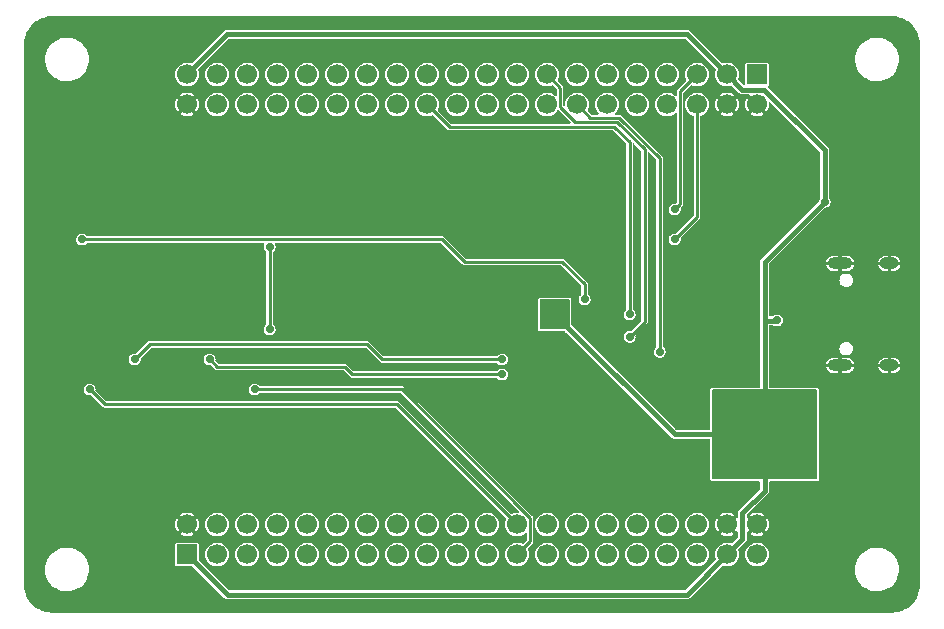
<source format=gbr>
%TF.GenerationSoftware,KiCad,Pcbnew,6.0.7+dfsg-1+b1*%
%TF.CreationDate,2022-09-11T09:28:08+08:00*%
%TF.ProjectId,prgstl,70726773-746c-42e6-9b69-6361645f7063,a*%
%TF.SameCoordinates,PX6b302f8PY7aeef28*%
%TF.FileFunction,Copper,L2,Bot*%
%TF.FilePolarity,Positive*%
%FSLAX46Y46*%
G04 Gerber Fmt 4.6, Leading zero omitted, Abs format (unit mm)*
G04 Created by KiCad (PCBNEW 6.0.7+dfsg-1+b1) date 2022-09-11 09:28:08*
%MOMM*%
%LPD*%
G01*
G04 APERTURE LIST*
%TA.AperFunction,ComponentPad*%
%ADD10R,1.700000X1.700000*%
%TD*%
%TA.AperFunction,ComponentPad*%
%ADD11C,1.700000*%
%TD*%
%TA.AperFunction,ComponentPad*%
%ADD12O,2.100000X1.000000*%
%TD*%
%TA.AperFunction,ComponentPad*%
%ADD13O,1.600000X1.000000*%
%TD*%
%TA.AperFunction,ViaPad*%
%ADD14C,0.700000*%
%TD*%
%TA.AperFunction,Conductor*%
%ADD15C,0.457200*%
%TD*%
%TA.AperFunction,Conductor*%
%ADD16C,0.228600*%
%TD*%
G04 APERTURE END LIST*
D10*
%TO.P,J2,1,3.3V*%
%TO.N,+3V3*%
X15875000Y6985000D03*
D11*
%TO.P,J2,2,GND*%
%TO.N,GND*%
X15875000Y9525000D03*
%TO.P,J2,3,BO0*%
%TO.N,unconnected-(J2-Pad3)*%
X18415000Y6985000D03*
%TO.P,J2,4,NRST*%
%TO.N,T_RST*%
X18415000Y9525000D03*
%TO.P,J2,5,PC0*%
%TO.N,unconnected-(J2-Pad5)*%
X20955000Y6985000D03*
%TO.P,J2,6,PC1*%
%TO.N,unconnected-(J2-Pad6)*%
X20955000Y9525000D03*
%TO.P,J2,7,PC2*%
%TO.N,unconnected-(J2-Pad7)*%
X23495000Y6985000D03*
%TO.P,J2,8,PC3*%
%TO.N,unconnected-(J2-Pad8)*%
X23495000Y9525000D03*
%TO.P,J2,9,PA0*%
%TO.N,unconnected-(J2-Pad9)*%
X26035000Y6985000D03*
%TO.P,J2,10,PA1*%
%TO.N,unconnected-(J2-Pad10)*%
X26035000Y9525000D03*
%TO.P,J2,11,PA2*%
%TO.N,USART2_TX*%
X28575000Y6985000D03*
%TO.P,J2,12,PA3*%
%TO.N,USART2_RX*%
X28575000Y9525000D03*
%TO.P,J2,13,PA4*%
%TO.N,unconnected-(J2-Pad13)*%
X31115000Y6985000D03*
%TO.P,J2,14,PA5*%
%TO.N,unconnected-(J2-Pad14)*%
X31115000Y9525000D03*
%TO.P,J2,15,PA6*%
%TO.N,unconnected-(J2-Pad15)*%
X33655000Y6985000D03*
%TO.P,J2,16,PA7*%
%TO.N,unconnected-(J2-Pad16)*%
X33655000Y9525000D03*
%TO.P,J2,17,PC4*%
%TO.N,unconnected-(J2-Pad17)*%
X36195000Y6985000D03*
%TO.P,J2,18,PC5*%
%TO.N,unconnected-(J2-Pad18)*%
X36195000Y9525000D03*
%TO.P,J2,19,PB0*%
%TO.N,unconnected-(J2-Pad19)*%
X38735000Y6985000D03*
%TO.P,J2,20,PB1*%
%TO.N,unconnected-(J2-Pad20)*%
X38735000Y9525000D03*
%TO.P,J2,21,PB2*%
%TO.N,unconnected-(J2-Pad21)*%
X41275000Y6985000D03*
%TO.P,J2,22,U0*%
%TO.N,unconnected-(J2-Pad22)*%
X41275000Y9525000D03*
%TO.P,J2,23,PB10*%
%TO.N,USART3_TX*%
X43815000Y6985000D03*
%TO.P,J2,24,PB11*%
%TO.N,USART3_RX*%
X43815000Y9525000D03*
%TO.P,J2,25,PB12*%
%TO.N,unconnected-(J2-Pad25)*%
X46355000Y6985000D03*
%TO.P,J2,26,PB13*%
%TO.N,unconnected-(J2-Pad26)*%
X46355000Y9525000D03*
%TO.P,J2,27,PB14*%
%TO.N,unconnected-(J2-Pad27)*%
X48895000Y6985000D03*
%TO.P,J2,28,PB15*%
%TO.N,unconnected-(J2-Pad28)*%
X48895000Y9525000D03*
%TO.P,J2,29,PC6*%
%TO.N,unconnected-(J2-Pad29)*%
X51435000Y6985000D03*
%TO.P,J2,30,PC7*%
%TO.N,unconnected-(J2-Pad30)*%
X51435000Y9525000D03*
%TO.P,J2,31,PC8*%
%TO.N,unconnected-(J2-Pad31)*%
X53975000Y6985000D03*
%TO.P,J2,32,PC9*%
%TO.N,unconnected-(J2-Pad32)*%
X53975000Y9525000D03*
%TO.P,J2,33,U1*%
%TO.N,unconnected-(J2-Pad33)*%
X56515000Y6985000D03*
%TO.P,J2,34,U2*%
%TO.N,unconnected-(J2-Pad34)*%
X56515000Y9525000D03*
%TO.P,J2,35,U3*%
%TO.N,unconnected-(J2-Pad35)*%
X59055000Y6985000D03*
%TO.P,J2,36,U4*%
%TO.N,unconnected-(J2-Pad36)*%
X59055000Y9525000D03*
%TO.P,J2,37,3.3V*%
%TO.N,+3V3*%
X61595000Y6985000D03*
%TO.P,J2,38,GND*%
%TO.N,GND*%
X61595000Y9525000D03*
%TO.P,J2,39,5V*%
%TO.N,+5V*%
X64135000Y6985000D03*
%TO.P,J2,40,GND*%
%TO.N,GND*%
X64135000Y9525000D03*
D10*
%TO.P,J2,41,5V*%
%TO.N,+5V*%
X64135000Y47625000D03*
D11*
%TO.P,J2,42,GND*%
%TO.N,GND*%
X64135000Y45085000D03*
%TO.P,J2,43,3.3V*%
%TO.N,+3V3*%
X61595000Y47625000D03*
%TO.P,J2,44,GND*%
%TO.N,GND*%
X61595000Y45085000D03*
%TO.P,J2,45,U15*%
%TO.N,P_CLK*%
X59055000Y47625000D03*
%TO.P,J2,46,U16*%
%TO.N,P_DIO*%
X59055000Y45085000D03*
%TO.P,J2,47,U13*%
%TO.N,unconnected-(J2-Pad47)*%
X56515000Y47625000D03*
%TO.P,J2,48,U14*%
%TO.N,unconnected-(J2-Pad48)*%
X56515000Y45085000D03*
%TO.P,J2,49,PA8*%
%TO.N,unconnected-(J2-Pad49)*%
X53975000Y47625000D03*
%TO.P,J2,50,PA9*%
%TO.N,USART1_TX*%
X53975000Y45085000D03*
%TO.P,J2,51,PA10*%
%TO.N,USART1_RX*%
X51435000Y47625000D03*
%TO.P,J2,52,PA11*%
%TO.N,unconnected-(J2-Pad52)*%
X51435000Y45085000D03*
%TO.P,J2,53,PA12*%
%TO.N,unconnected-(J2-Pad53)*%
X48895000Y47625000D03*
%TO.P,J2,54,PA13*%
%TO.N,T_DIO*%
X48895000Y45085000D03*
%TO.P,J2,55,PA14*%
%TO.N,T_CLK*%
X46355000Y47625000D03*
%TO.P,J2,56,PA15*%
%TO.N,unconnected-(J2-Pad56)*%
X46355000Y45085000D03*
%TO.P,J2,57,U11*%
%TO.N,unconnected-(J2-Pad57)*%
X43815000Y47625000D03*
%TO.P,J2,58,U12*%
%TO.N,unconnected-(J2-Pad58)*%
X43815000Y45085000D03*
%TO.P,J2,59,PC10*%
%TO.N,unconnected-(J2-Pad59)*%
X41275000Y47625000D03*
%TO.P,J2,60,PC11*%
%TO.N,unconnected-(J2-Pad60)*%
X41275000Y45085000D03*
%TO.P,J2,61,PC12*%
%TO.N,unconnected-(J2-Pad61)*%
X38735000Y47625000D03*
%TO.P,J2,62,U8*%
%TO.N,unconnected-(J2-Pad62)*%
X38735000Y45085000D03*
%TO.P,J2,63,PD2*%
%TO.N,unconnected-(J2-Pad63)*%
X36195000Y47625000D03*
%TO.P,J2,64,PB3*%
%TO.N,T_SWO*%
X36195000Y45085000D03*
%TO.P,J2,65,PB4*%
%TO.N,unconnected-(J2-Pad65)*%
X33655000Y47625000D03*
%TO.P,J2,66,PB5*%
%TO.N,unconnected-(J2-Pad66)*%
X33655000Y45085000D03*
%TO.P,J2,67,PB6*%
%TO.N,USART1_TX_ALT*%
X31115000Y47625000D03*
%TO.P,J2,68,PB7*%
%TO.N,USART1_RX_ALT*%
X31115000Y45085000D03*
%TO.P,J2,69,PB8*%
%TO.N,unconnected-(J2-Pad69)*%
X28575000Y47625000D03*
%TO.P,J2,70,PB9*%
%TO.N,unconnected-(J2-Pad70)*%
X28575000Y45085000D03*
%TO.P,J2,71,U9*%
%TO.N,unconnected-(J2-Pad71)*%
X26035000Y47625000D03*
%TO.P,J2,72,U10*%
%TO.N,unconnected-(J2-Pad72)*%
X26035000Y45085000D03*
%TO.P,J2,73,PC14*%
%TO.N,unconnected-(J2-Pad73)*%
X23495000Y47625000D03*
%TO.P,J2,74,PC13*%
%TO.N,unconnected-(J2-Pad74)*%
X23495000Y45085000D03*
%TO.P,J2,75,U7*%
%TO.N,unconnected-(J2-Pad75)*%
X20955000Y47625000D03*
%TO.P,J2,76,PC15*%
%TO.N,unconnected-(J2-Pad76)*%
X20955000Y45085000D03*
%TO.P,J2,77,U5*%
%TO.N,unconnected-(J2-Pad77)*%
X18415000Y47625000D03*
%TO.P,J2,78,U6*%
%TO.N,unconnected-(J2-Pad78)*%
X18415000Y45085000D03*
%TO.P,J2,79,3.3V*%
%TO.N,+3V3*%
X15875000Y47625000D03*
%TO.P,J2,80,GND*%
%TO.N,GND*%
X15875000Y45085000D03*
%TD*%
D12*
%TO.P,J1,S1,SHIELD*%
%TO.N,GND*%
X71165000Y31625000D03*
D13*
X75345000Y31625000D03*
D12*
X71165000Y22985000D03*
D13*
X75345000Y22985000D03*
%TD*%
D14*
%TO.N,+3V3*%
X66040000Y19050000D03*
X64770000Y19050000D03*
X63500000Y19050000D03*
X63500000Y15240000D03*
X64770000Y15240000D03*
X66040000Y15240000D03*
X46355000Y27940000D03*
X66040000Y17145000D03*
X63500000Y17145000D03*
X64770000Y17145000D03*
X46355000Y26670000D03*
X47625000Y27940000D03*
X69850000Y36830000D03*
X47625000Y26670000D03*
X65811400Y26797000D03*
%TO.N,GND*%
X43815000Y14605000D03*
X48895000Y14605000D03*
X74295000Y16510000D03*
X14605000Y17145000D03*
X19050000Y17145000D03*
X32385000Y17145000D03*
X47625000Y35560000D03*
X37465000Y27940000D03*
X69215000Y47625000D03*
X39370000Y26670000D03*
X46990000Y29210000D03*
X48895000Y27305000D03*
X73025000Y26035000D03*
X21590000Y27305000D03*
X39370000Y29210000D03*
X68580000Y26797000D03*
X10160000Y17145000D03*
X73025000Y28575000D03*
X45085000Y27305000D03*
X74295000Y13970000D03*
X34290000Y24130000D03*
X31115000Y31115000D03*
X46990000Y25400000D03*
X73025000Y36830000D03*
X36830000Y35560000D03*
X52070000Y31115000D03*
X69215000Y45085000D03*
X74295000Y11430000D03*
X74295000Y42545000D03*
X74295000Y45085000D03*
X74295000Y8890000D03*
X5715000Y10160000D03*
X34290000Y31115000D03*
X27305000Y27305000D03*
X29845000Y17145000D03*
X5715000Y13970000D03*
%TO.N,LED*%
X6985000Y33655000D03*
X49530000Y28575000D03*
%TO.N,T_DIO*%
X55880000Y24130000D03*
%TO.N,T_SWO*%
X53340000Y27305000D03*
%TO.N,T_CLK*%
X53340000Y25400000D03*
%TO.N,T_RX*%
X17780000Y23495000D03*
X42545000Y22225000D03*
%TO.N,T_TX*%
X42545000Y23495000D03*
X11430000Y23495000D03*
%TO.N,USART3_TX*%
X21590000Y20955000D03*
%TO.N,USART3_RX*%
X7620000Y20955000D03*
%TO.N,USART1_TX_ALT*%
X22860000Y26035000D03*
X22860000Y33020000D03*
%TO.N,P_CLK*%
X57150000Y36195000D03*
%TO.N,P_DIO*%
X57150000Y33655000D03*
%TD*%
D15*
%TO.N,+3V3*%
X47625000Y27940000D02*
X46355000Y27940000D01*
X64770000Y31750000D02*
X69850000Y36830000D01*
X64770000Y12370000D02*
X62903999Y10503999D01*
X64725881Y46316001D02*
X62903999Y46316001D01*
X58165000Y3555000D02*
X19305000Y3555000D01*
X61595000Y47625000D02*
X58178678Y51041322D01*
X65804400Y26790000D02*
X65811400Y26797000D01*
X46355000Y27940000D02*
X46355000Y26670000D01*
X69850000Y36830000D02*
X69850000Y41191882D01*
X64770000Y26790000D02*
X65804400Y26790000D01*
X61595000Y47625000D02*
X62903999Y46316001D01*
X61595000Y6985000D02*
X58165000Y3555000D01*
X64770000Y19050000D02*
X64770000Y26790000D01*
X47625000Y26670000D02*
X47625000Y27940000D01*
X62903999Y10503999D02*
X62903999Y8293999D01*
X19291322Y51041322D02*
X15875000Y47625000D01*
X47625000Y26670000D02*
X47640000Y26670000D01*
X19305000Y3555000D02*
X15875000Y6985000D01*
X47640000Y26670000D02*
X57165000Y17145000D01*
X69850000Y41191882D02*
X64725881Y46316001D01*
X46355000Y26670000D02*
X47625000Y26670000D01*
X57165000Y17145000D02*
X64770000Y17145000D01*
X64770000Y26790000D02*
X64770000Y31750000D01*
X62903999Y8293999D02*
X61595000Y6985000D01*
X64770000Y15240000D02*
X64770000Y12370000D01*
X58178678Y51041322D02*
X19291322Y51041322D01*
D16*
%TO.N,LED*%
X49530000Y29845000D02*
X47625000Y31750000D01*
X47625000Y31750000D02*
X39370000Y31750000D01*
X39370000Y31750000D02*
X37465000Y33655000D01*
X49530000Y28575000D02*
X49530000Y29845000D01*
X37465000Y33655000D02*
X6985000Y33655000D01*
%TO.N,T_DIO*%
X50011701Y43968299D02*
X48895000Y45085000D01*
X55880000Y40543830D02*
X52455531Y43968299D01*
X52455531Y43968299D02*
X50011701Y43968299D01*
X55880000Y24130000D02*
X55880000Y40543830D01*
%TO.N,T_SWO*%
X38126278Y43206278D02*
X38100000Y43180000D01*
X53340000Y27305000D02*
X53340000Y41910000D01*
X38100000Y43180000D02*
X36195000Y45085000D01*
X53340000Y41910000D02*
X52043722Y43206278D01*
X52043722Y43206278D02*
X38126278Y43206278D01*
%TO.N,T_CLK*%
X53340000Y25400000D02*
X54610000Y26670000D01*
X47471701Y44855581D02*
X47471701Y46508299D01*
X48739994Y43587288D02*
X47471701Y44855581D01*
X54610000Y26670000D02*
X54610000Y41275000D01*
X52297712Y43587288D02*
X48739994Y43587288D01*
X47471701Y46508299D02*
X46355000Y47625000D01*
X54610000Y41275000D02*
X52297712Y43587288D01*
%TO.N,T_RX*%
X29845000Y22225000D02*
X29210000Y22860000D01*
X29210000Y22860000D02*
X18415000Y22860000D01*
X18415000Y22860000D02*
X17780000Y23495000D01*
X42545000Y22225000D02*
X29845000Y22225000D01*
%TO.N,T_TX*%
X11430000Y23495000D02*
X12700000Y24765000D01*
X31115000Y24765000D02*
X32385000Y23495000D01*
X32385000Y23495000D02*
X42545000Y23495000D01*
X12700000Y24765000D02*
X31115000Y24765000D01*
%TO.N,USART3_TX*%
X44931701Y8101701D02*
X44931701Y10061017D01*
X44931701Y10061017D02*
X34037718Y20955000D01*
X34037718Y20955000D02*
X21590000Y20955000D01*
X43815000Y6985000D02*
X44931701Y8101701D01*
%TO.N,USART3_RX*%
X33655000Y19685000D02*
X8890000Y19685000D01*
X43815000Y9525000D02*
X33655000Y19685000D01*
X8890000Y19685000D02*
X7620000Y20955000D01*
%TO.N,USART1_TX_ALT*%
X22860000Y33020000D02*
X22860000Y26035000D01*
%TO.N,P_CLK*%
X57631701Y46201701D02*
X59055000Y47625000D01*
X57150000Y36195000D02*
X57631701Y36676701D01*
X57631701Y36676701D02*
X57631701Y46201701D01*
%TO.N,P_DIO*%
X59055000Y35560000D02*
X59055000Y45085000D01*
X57150000Y33655000D02*
X59055000Y35560000D01*
%TD*%
%TA.AperFunction,Conductor*%
%TO.N,+3V3*%
G36*
X69188138Y20937407D02*
G01*
X69213858Y20892858D01*
X69215000Y20879800D01*
X69215000Y13410200D01*
X69197407Y13361862D01*
X69152858Y13336142D01*
X69139800Y13335000D01*
X60400200Y13335000D01*
X60351862Y13352593D01*
X60326142Y13397142D01*
X60325000Y13410200D01*
X60325000Y20879800D01*
X60342593Y20928138D01*
X60387142Y20953858D01*
X60400200Y20955000D01*
X69139800Y20955000D01*
X69188138Y20937407D01*
G37*
%TD.AperFunction*%
%TD*%
%TA.AperFunction,Conductor*%
%TO.N,+3V3*%
G36*
X48233138Y28557407D02*
G01*
X48258858Y28512858D01*
X48260000Y28499800D01*
X48260000Y26110200D01*
X48242407Y26061862D01*
X48197858Y26036142D01*
X48184800Y26035000D01*
X45795200Y26035000D01*
X45746862Y26052593D01*
X45721142Y26097142D01*
X45720000Y26110200D01*
X45720000Y28499800D01*
X45737593Y28548138D01*
X45782142Y28573858D01*
X45795200Y28575000D01*
X48184800Y28575000D01*
X48233138Y28557407D01*
G37*
%TD.AperFunction*%
%TD*%
%TA.AperFunction,Conductor*%
%TO.N,GND*%
G36*
X75554431Y52549538D02*
G01*
X75555435Y52549269D01*
X75565000Y52546706D01*
X75574563Y52549269D01*
X75582737Y52549269D01*
X75593622Y52550369D01*
X75848197Y52534969D01*
X75857211Y52533874D01*
X76131794Y52483555D01*
X76140611Y52481382D01*
X76260380Y52444061D01*
X76407138Y52398329D01*
X76415618Y52395113D01*
X76670194Y52280538D01*
X76678230Y52276321D01*
X76917146Y52131891D01*
X76924605Y52126742D01*
X77144361Y51954574D01*
X77151158Y51948552D01*
X77348552Y51751158D01*
X77354574Y51744361D01*
X77526742Y51524605D01*
X77531891Y51517146D01*
X77676320Y51278232D01*
X77680538Y51270194D01*
X77777025Y51055810D01*
X77795111Y51015624D01*
X77798331Y51007133D01*
X77881382Y50740611D01*
X77883555Y50731794D01*
X77933874Y50457211D01*
X77934969Y50448197D01*
X77950369Y50193622D01*
X77949269Y50182737D01*
X77949269Y50174563D01*
X77946706Y50165000D01*
X77949268Y50155438D01*
X77949538Y50154431D01*
X77952100Y50134968D01*
X77952100Y4475032D01*
X77949538Y4455570D01*
X77946706Y4445000D01*
X77949269Y4435437D01*
X77949269Y4427263D01*
X77950369Y4416378D01*
X77934969Y4161803D01*
X77933874Y4152789D01*
X77883555Y3878206D01*
X77881382Y3869389D01*
X77798331Y3602867D01*
X77795113Y3594382D01*
X77680540Y3339809D01*
X77676321Y3331770D01*
X77531891Y3092854D01*
X77526742Y3085395D01*
X77354574Y2865639D01*
X77348552Y2858842D01*
X77151158Y2661448D01*
X77144361Y2655426D01*
X76924605Y2483258D01*
X76917146Y2478109D01*
X76678232Y2333680D01*
X76670194Y2329462D01*
X76415618Y2214887D01*
X76407138Y2211671D01*
X76260380Y2165939D01*
X76140611Y2128618D01*
X76131794Y2126445D01*
X75857211Y2076126D01*
X75848197Y2075031D01*
X75593622Y2059631D01*
X75582737Y2060731D01*
X75574563Y2060731D01*
X75565000Y2063294D01*
X75555438Y2060732D01*
X75554431Y2060462D01*
X75534968Y2057900D01*
X4475032Y2057900D01*
X4455569Y2060462D01*
X4454562Y2060732D01*
X4445000Y2063294D01*
X4435437Y2060731D01*
X4427263Y2060731D01*
X4416378Y2059631D01*
X4161803Y2075031D01*
X4152789Y2076126D01*
X3878206Y2126445D01*
X3869389Y2128618D01*
X3749620Y2165939D01*
X3602862Y2211671D01*
X3594382Y2214887D01*
X3339806Y2329462D01*
X3331768Y2333680D01*
X3092854Y2478109D01*
X3085395Y2483258D01*
X2865639Y2655426D01*
X2858842Y2661448D01*
X2661448Y2858842D01*
X2655426Y2865639D01*
X2483258Y3085395D01*
X2478109Y3092854D01*
X2333679Y3331770D01*
X2329460Y3339809D01*
X2214887Y3594382D01*
X2211669Y3602867D01*
X2128618Y3869389D01*
X2126445Y3878206D01*
X2076126Y4152789D01*
X2075031Y4161803D01*
X2059631Y4416378D01*
X2060731Y4427263D01*
X2060731Y4435437D01*
X2063294Y4445000D01*
X2060462Y4455570D01*
X2057900Y4475032D01*
X2057900Y5672905D01*
X3860028Y5672905D01*
X3860287Y5670191D01*
X3860287Y5670187D01*
X3877840Y5486207D01*
X3885534Y5405569D01*
X3949364Y5144715D01*
X4050182Y4895808D01*
X4051557Y4893460D01*
X4144627Y4734509D01*
X4185875Y4664062D01*
X4353601Y4454331D01*
X4355595Y4452469D01*
X4355598Y4452465D01*
X4381170Y4428577D01*
X4549846Y4271009D01*
X4770499Y4117936D01*
X4772933Y4116725D01*
X4772940Y4116721D01*
X5008491Y3999537D01*
X5008495Y3999535D01*
X5010938Y3998320D01*
X5266126Y3914665D01*
X5268810Y3914199D01*
X5268814Y3914198D01*
X5528452Y3869117D01*
X5528456Y3869117D01*
X5530717Y3868724D01*
X5615567Y3864500D01*
X5783223Y3864500D01*
X5982846Y3878984D01*
X6245080Y3936880D01*
X6247622Y3937843D01*
X6247625Y3937844D01*
X6493664Y4031060D01*
X6496211Y4032025D01*
X6653674Y4119488D01*
X6728587Y4161099D01*
X6730976Y4162426D01*
X6871222Y4269458D01*
X6942294Y4323698D01*
X6942298Y4323702D01*
X6944458Y4325350D01*
X7132185Y4517386D01*
X7133790Y4519591D01*
X7288621Y4732305D01*
X7288622Y4732307D01*
X7290225Y4734509D01*
X7375089Y4895808D01*
X7413998Y4969763D01*
X7414000Y4969768D01*
X7415265Y4972172D01*
X7504688Y5225397D01*
X7556620Y5488878D01*
X7569972Y5757095D01*
X7552415Y5941122D01*
X7544725Y6021719D01*
X7544724Y6021722D01*
X7544466Y6024431D01*
X7542878Y6030923D01*
X7501033Y6201929D01*
X7480636Y6285285D01*
X7393831Y6499597D01*
X7380838Y6531674D01*
X7380837Y6531675D01*
X7379818Y6534192D01*
X7286786Y6693078D01*
X7245503Y6763585D01*
X7245501Y6763588D01*
X7244125Y6765938D01*
X7211489Y6806748D01*
X7125266Y6914564D01*
X7076399Y6975669D01*
X7074405Y6977531D01*
X7074402Y6977535D01*
X6882145Y7157131D01*
X6880154Y7158991D01*
X6659501Y7312064D01*
X6657067Y7313275D01*
X6657060Y7313279D01*
X6421509Y7430463D01*
X6421505Y7430465D01*
X6419062Y7431680D01*
X6163874Y7515335D01*
X6161190Y7515801D01*
X6161186Y7515802D01*
X5901548Y7560883D01*
X5901544Y7560883D01*
X5899283Y7561276D01*
X5814433Y7565500D01*
X5646777Y7565500D01*
X5447154Y7551016D01*
X5184920Y7493120D01*
X5182378Y7492157D01*
X5182375Y7492156D01*
X4957932Y7407122D01*
X4933789Y7397975D01*
X4931407Y7396652D01*
X4931405Y7396651D01*
X4701413Y7268901D01*
X4699024Y7267574D01*
X4696855Y7265919D01*
X4696854Y7265918D01*
X4487706Y7106302D01*
X4487702Y7106298D01*
X4485542Y7104650D01*
X4297815Y6912614D01*
X4296210Y6910409D01*
X4190650Y6765385D01*
X4139775Y6695491D01*
X4138508Y6693083D01*
X4138505Y6693078D01*
X4016002Y6460237D01*
X4014735Y6457828D01*
X3925312Y6204603D01*
X3873380Y5941122D01*
X3860028Y5672905D01*
X2057900Y5672905D01*
X2057900Y8714361D01*
X15285117Y8714361D01*
X15286391Y8709607D01*
X15297346Y8700282D01*
X15303359Y8696103D01*
X15468537Y8603789D01*
X15475250Y8600856D01*
X15655210Y8542384D01*
X15662358Y8540812D01*
X15850248Y8518407D01*
X15857581Y8518254D01*
X16046239Y8532770D01*
X16053447Y8534041D01*
X16235701Y8584927D01*
X16242534Y8587578D01*
X16411426Y8672891D01*
X16417612Y8676816D01*
X16457713Y8708147D01*
X16463443Y8717316D01*
X16462835Y8721639D01*
X15884377Y9300097D01*
X15874578Y9304666D01*
X15868587Y9303061D01*
X15289686Y8724160D01*
X15285117Y8714361D01*
X2057900Y8714361D01*
X2057900Y9535392D01*
X14868156Y9535392D01*
X14883990Y9346839D01*
X14885312Y9339637D01*
X14937470Y9157739D01*
X14940164Y9150937D01*
X15026657Y8982637D01*
X15030623Y8976482D01*
X15057905Y8942060D01*
X15067114Y8936395D01*
X15071520Y8937046D01*
X15650097Y9515623D01*
X15654272Y9524578D01*
X16095334Y9524578D01*
X16096939Y9518587D01*
X16676215Y8939311D01*
X16686014Y8934742D01*
X16690864Y8936041D01*
X16695664Y8941602D01*
X16699886Y8947588D01*
X16793354Y9112120D01*
X16796328Y9118800D01*
X16856059Y9298359D01*
X16857680Y9305493D01*
X16881593Y9494785D01*
X16881886Y9498980D01*
X16882221Y9522901D01*
X16882045Y9527093D01*
X16880871Y9539070D01*
X17407345Y9539070D01*
X17407653Y9535402D01*
X17407653Y9535399D01*
X17410889Y9496862D01*
X17423803Y9343081D01*
X17478015Y9154021D01*
X17567916Y8979092D01*
X17690083Y8824956D01*
X17692877Y8822578D01*
X17692878Y8822577D01*
X17727691Y8792949D01*
X17839862Y8697484D01*
X17843063Y8695695D01*
X17843066Y8695693D01*
X17881656Y8674126D01*
X18011547Y8601533D01*
X18015044Y8600397D01*
X18015048Y8600395D01*
X18107615Y8570319D01*
X18198600Y8540756D01*
X18305984Y8527951D01*
X18390237Y8517904D01*
X18390239Y8517904D01*
X18393895Y8517468D01*
X18589994Y8532557D01*
X18704061Y8564405D01*
X18775883Y8584458D01*
X18775885Y8584459D01*
X18779428Y8585448D01*
X18954981Y8674126D01*
X19109966Y8795214D01*
X19238480Y8944099D01*
X19335628Y9115110D01*
X19397710Y9301734D01*
X19422360Y9496862D01*
X19422622Y9515623D01*
X19422724Y9522901D01*
X19422724Y9522907D01*
X19422753Y9525000D01*
X19422124Y9531413D01*
X19421373Y9539070D01*
X19947345Y9539070D01*
X19947653Y9535402D01*
X19947653Y9535399D01*
X19950889Y9496862D01*
X19963803Y9343081D01*
X20018015Y9154021D01*
X20107916Y8979092D01*
X20230083Y8824956D01*
X20232877Y8822578D01*
X20232878Y8822577D01*
X20267691Y8792949D01*
X20379862Y8697484D01*
X20383063Y8695695D01*
X20383066Y8695693D01*
X20421656Y8674126D01*
X20551547Y8601533D01*
X20555044Y8600397D01*
X20555048Y8600395D01*
X20647615Y8570319D01*
X20738600Y8540756D01*
X20845984Y8527951D01*
X20930237Y8517904D01*
X20930239Y8517904D01*
X20933895Y8517468D01*
X21129994Y8532557D01*
X21244061Y8564405D01*
X21315883Y8584458D01*
X21315885Y8584459D01*
X21319428Y8585448D01*
X21494981Y8674126D01*
X21649966Y8795214D01*
X21778480Y8944099D01*
X21875628Y9115110D01*
X21937710Y9301734D01*
X21962360Y9496862D01*
X21962622Y9515623D01*
X21962724Y9522901D01*
X21962724Y9522907D01*
X21962753Y9525000D01*
X21962124Y9531413D01*
X21961373Y9539070D01*
X22487345Y9539070D01*
X22487653Y9535402D01*
X22487653Y9535399D01*
X22490889Y9496862D01*
X22503803Y9343081D01*
X22558015Y9154021D01*
X22647916Y8979092D01*
X22770083Y8824956D01*
X22772877Y8822578D01*
X22772878Y8822577D01*
X22807691Y8792949D01*
X22919862Y8697484D01*
X22923063Y8695695D01*
X22923066Y8695693D01*
X22961656Y8674126D01*
X23091547Y8601533D01*
X23095044Y8600397D01*
X23095048Y8600395D01*
X23187615Y8570319D01*
X23278600Y8540756D01*
X23385984Y8527951D01*
X23470237Y8517904D01*
X23470239Y8517904D01*
X23473895Y8517468D01*
X23669994Y8532557D01*
X23784061Y8564405D01*
X23855883Y8584458D01*
X23855885Y8584459D01*
X23859428Y8585448D01*
X24034981Y8674126D01*
X24189966Y8795214D01*
X24318480Y8944099D01*
X24415628Y9115110D01*
X24477710Y9301734D01*
X24502360Y9496862D01*
X24502622Y9515623D01*
X24502724Y9522901D01*
X24502724Y9522907D01*
X24502753Y9525000D01*
X24502124Y9531413D01*
X24501373Y9539070D01*
X25027345Y9539070D01*
X25027653Y9535402D01*
X25027653Y9535399D01*
X25030889Y9496862D01*
X25043803Y9343081D01*
X25098015Y9154021D01*
X25187916Y8979092D01*
X25310083Y8824956D01*
X25312877Y8822578D01*
X25312878Y8822577D01*
X25347691Y8792949D01*
X25459862Y8697484D01*
X25463063Y8695695D01*
X25463066Y8695693D01*
X25501656Y8674126D01*
X25631547Y8601533D01*
X25635044Y8600397D01*
X25635048Y8600395D01*
X25727615Y8570319D01*
X25818600Y8540756D01*
X25925984Y8527951D01*
X26010237Y8517904D01*
X26010239Y8517904D01*
X26013895Y8517468D01*
X26209994Y8532557D01*
X26324061Y8564405D01*
X26395883Y8584458D01*
X26395885Y8584459D01*
X26399428Y8585448D01*
X26574981Y8674126D01*
X26729966Y8795214D01*
X26858480Y8944099D01*
X26955628Y9115110D01*
X27017710Y9301734D01*
X27042360Y9496862D01*
X27042622Y9515623D01*
X27042724Y9522901D01*
X27042724Y9522907D01*
X27042753Y9525000D01*
X27042124Y9531413D01*
X27041373Y9539070D01*
X27567345Y9539070D01*
X27567653Y9535402D01*
X27567653Y9535399D01*
X27570889Y9496862D01*
X27583803Y9343081D01*
X27638015Y9154021D01*
X27727916Y8979092D01*
X27850083Y8824956D01*
X27852877Y8822578D01*
X27852878Y8822577D01*
X27887691Y8792949D01*
X27999862Y8697484D01*
X28003063Y8695695D01*
X28003066Y8695693D01*
X28041656Y8674126D01*
X28171547Y8601533D01*
X28175044Y8600397D01*
X28175048Y8600395D01*
X28267615Y8570319D01*
X28358600Y8540756D01*
X28465984Y8527951D01*
X28550237Y8517904D01*
X28550239Y8517904D01*
X28553895Y8517468D01*
X28749994Y8532557D01*
X28864061Y8564405D01*
X28935883Y8584458D01*
X28935885Y8584459D01*
X28939428Y8585448D01*
X29114981Y8674126D01*
X29269966Y8795214D01*
X29398480Y8944099D01*
X29495628Y9115110D01*
X29557710Y9301734D01*
X29582360Y9496862D01*
X29582622Y9515623D01*
X29582724Y9522901D01*
X29582724Y9522907D01*
X29582753Y9525000D01*
X29582124Y9531413D01*
X29581373Y9539070D01*
X30107345Y9539070D01*
X30107653Y9535402D01*
X30107653Y9535399D01*
X30110889Y9496862D01*
X30123803Y9343081D01*
X30178015Y9154021D01*
X30267916Y8979092D01*
X30390083Y8824956D01*
X30392877Y8822578D01*
X30392878Y8822577D01*
X30427691Y8792949D01*
X30539862Y8697484D01*
X30543063Y8695695D01*
X30543066Y8695693D01*
X30581656Y8674126D01*
X30711547Y8601533D01*
X30715044Y8600397D01*
X30715048Y8600395D01*
X30807615Y8570319D01*
X30898600Y8540756D01*
X31005984Y8527951D01*
X31090237Y8517904D01*
X31090239Y8517904D01*
X31093895Y8517468D01*
X31289994Y8532557D01*
X31404061Y8564405D01*
X31475883Y8584458D01*
X31475885Y8584459D01*
X31479428Y8585448D01*
X31654981Y8674126D01*
X31809966Y8795214D01*
X31938480Y8944099D01*
X32035628Y9115110D01*
X32097710Y9301734D01*
X32122360Y9496862D01*
X32122622Y9515623D01*
X32122724Y9522901D01*
X32122724Y9522907D01*
X32122753Y9525000D01*
X32122124Y9531413D01*
X32121373Y9539070D01*
X32647345Y9539070D01*
X32647653Y9535402D01*
X32647653Y9535399D01*
X32650889Y9496862D01*
X32663803Y9343081D01*
X32718015Y9154021D01*
X32807916Y8979092D01*
X32930083Y8824956D01*
X32932877Y8822578D01*
X32932878Y8822577D01*
X32967691Y8792949D01*
X33079862Y8697484D01*
X33083063Y8695695D01*
X33083066Y8695693D01*
X33121656Y8674126D01*
X33251547Y8601533D01*
X33255044Y8600397D01*
X33255048Y8600395D01*
X33347615Y8570319D01*
X33438600Y8540756D01*
X33545984Y8527951D01*
X33630237Y8517904D01*
X33630239Y8517904D01*
X33633895Y8517468D01*
X33829994Y8532557D01*
X33944061Y8564405D01*
X34015883Y8584458D01*
X34015885Y8584459D01*
X34019428Y8585448D01*
X34194981Y8674126D01*
X34349966Y8795214D01*
X34478480Y8944099D01*
X34575628Y9115110D01*
X34637710Y9301734D01*
X34662360Y9496862D01*
X34662622Y9515623D01*
X34662724Y9522901D01*
X34662724Y9522907D01*
X34662753Y9525000D01*
X34662124Y9531413D01*
X34661373Y9539070D01*
X35187345Y9539070D01*
X35187653Y9535402D01*
X35187653Y9535399D01*
X35190889Y9496862D01*
X35203803Y9343081D01*
X35258015Y9154021D01*
X35347916Y8979092D01*
X35470083Y8824956D01*
X35472877Y8822578D01*
X35472878Y8822577D01*
X35507691Y8792949D01*
X35619862Y8697484D01*
X35623063Y8695695D01*
X35623066Y8695693D01*
X35661656Y8674126D01*
X35791547Y8601533D01*
X35795044Y8600397D01*
X35795048Y8600395D01*
X35887615Y8570319D01*
X35978600Y8540756D01*
X36085984Y8527951D01*
X36170237Y8517904D01*
X36170239Y8517904D01*
X36173895Y8517468D01*
X36369994Y8532557D01*
X36484061Y8564405D01*
X36555883Y8584458D01*
X36555885Y8584459D01*
X36559428Y8585448D01*
X36734981Y8674126D01*
X36889966Y8795214D01*
X37018480Y8944099D01*
X37115628Y9115110D01*
X37177710Y9301734D01*
X37202360Y9496862D01*
X37202622Y9515623D01*
X37202724Y9522901D01*
X37202724Y9522907D01*
X37202753Y9525000D01*
X37202124Y9531413D01*
X37201373Y9539070D01*
X37727345Y9539070D01*
X37727653Y9535402D01*
X37727653Y9535399D01*
X37730889Y9496862D01*
X37743803Y9343081D01*
X37798015Y9154021D01*
X37887916Y8979092D01*
X38010083Y8824956D01*
X38012877Y8822578D01*
X38012878Y8822577D01*
X38047691Y8792949D01*
X38159862Y8697484D01*
X38163063Y8695695D01*
X38163066Y8695693D01*
X38201656Y8674126D01*
X38331547Y8601533D01*
X38335044Y8600397D01*
X38335048Y8600395D01*
X38427615Y8570319D01*
X38518600Y8540756D01*
X38625984Y8527951D01*
X38710237Y8517904D01*
X38710239Y8517904D01*
X38713895Y8517468D01*
X38909994Y8532557D01*
X39024061Y8564405D01*
X39095883Y8584458D01*
X39095885Y8584459D01*
X39099428Y8585448D01*
X39274981Y8674126D01*
X39429966Y8795214D01*
X39558480Y8944099D01*
X39655628Y9115110D01*
X39717710Y9301734D01*
X39742360Y9496862D01*
X39742622Y9515623D01*
X39742724Y9522901D01*
X39742724Y9522907D01*
X39742753Y9525000D01*
X39742124Y9531413D01*
X39741373Y9539070D01*
X40267345Y9539070D01*
X40267653Y9535402D01*
X40267653Y9535399D01*
X40270889Y9496862D01*
X40283803Y9343081D01*
X40338015Y9154021D01*
X40427916Y8979092D01*
X40550083Y8824956D01*
X40552877Y8822578D01*
X40552878Y8822577D01*
X40587691Y8792949D01*
X40699862Y8697484D01*
X40703063Y8695695D01*
X40703066Y8695693D01*
X40741656Y8674126D01*
X40871547Y8601533D01*
X40875044Y8600397D01*
X40875048Y8600395D01*
X40967615Y8570319D01*
X41058600Y8540756D01*
X41165984Y8527951D01*
X41250237Y8517904D01*
X41250239Y8517904D01*
X41253895Y8517468D01*
X41449994Y8532557D01*
X41564061Y8564405D01*
X41635883Y8584458D01*
X41635885Y8584459D01*
X41639428Y8585448D01*
X41814981Y8674126D01*
X41969966Y8795214D01*
X42098480Y8944099D01*
X42195628Y9115110D01*
X42257710Y9301734D01*
X42282360Y9496862D01*
X42282622Y9515623D01*
X42282724Y9522901D01*
X42282724Y9522907D01*
X42282753Y9525000D01*
X42282124Y9531413D01*
X42263921Y9717073D01*
X42263920Y9717078D01*
X42263561Y9720740D01*
X42206714Y9909025D01*
X42114379Y10082682D01*
X41990072Y10235097D01*
X41893693Y10314829D01*
X41841359Y10358123D01*
X41838528Y10360465D01*
X41665520Y10454010D01*
X41477637Y10512170D01*
X41341007Y10526530D01*
X41285690Y10532344D01*
X41285689Y10532344D01*
X41282035Y10532728D01*
X41184101Y10523816D01*
X41089824Y10515236D01*
X41089823Y10515236D01*
X41086166Y10514903D01*
X41082641Y10513866D01*
X41082638Y10513865D01*
X40901019Y10460411D01*
X40897489Y10459372D01*
X40723192Y10368252D01*
X40673915Y10328632D01*
X40573008Y10247501D01*
X40569912Y10245012D01*
X40443489Y10094347D01*
X40441718Y10091125D01*
X40441717Y10091124D01*
X40421172Y10053753D01*
X40348739Y9921996D01*
X40289269Y9734524D01*
X40267345Y9539070D01*
X39741373Y9539070D01*
X39723921Y9717073D01*
X39723920Y9717078D01*
X39723561Y9720740D01*
X39666714Y9909025D01*
X39574379Y10082682D01*
X39450072Y10235097D01*
X39353693Y10314829D01*
X39301359Y10358123D01*
X39298528Y10360465D01*
X39125520Y10454010D01*
X38937637Y10512170D01*
X38801007Y10526530D01*
X38745690Y10532344D01*
X38745689Y10532344D01*
X38742035Y10532728D01*
X38644101Y10523816D01*
X38549824Y10515236D01*
X38549823Y10515236D01*
X38546166Y10514903D01*
X38542641Y10513866D01*
X38542638Y10513865D01*
X38361019Y10460411D01*
X38357489Y10459372D01*
X38183192Y10368252D01*
X38133915Y10328632D01*
X38033008Y10247501D01*
X38029912Y10245012D01*
X37903489Y10094347D01*
X37901718Y10091125D01*
X37901717Y10091124D01*
X37881172Y10053753D01*
X37808739Y9921996D01*
X37749269Y9734524D01*
X37727345Y9539070D01*
X37201373Y9539070D01*
X37183921Y9717073D01*
X37183920Y9717078D01*
X37183561Y9720740D01*
X37126714Y9909025D01*
X37034379Y10082682D01*
X36910072Y10235097D01*
X36813693Y10314829D01*
X36761359Y10358123D01*
X36758528Y10360465D01*
X36585520Y10454010D01*
X36397637Y10512170D01*
X36261007Y10526530D01*
X36205690Y10532344D01*
X36205689Y10532344D01*
X36202035Y10532728D01*
X36104101Y10523816D01*
X36009824Y10515236D01*
X36009823Y10515236D01*
X36006166Y10514903D01*
X36002641Y10513866D01*
X36002638Y10513865D01*
X35821019Y10460411D01*
X35817489Y10459372D01*
X35643192Y10368252D01*
X35593915Y10328632D01*
X35493008Y10247501D01*
X35489912Y10245012D01*
X35363489Y10094347D01*
X35361718Y10091125D01*
X35361717Y10091124D01*
X35341172Y10053753D01*
X35268739Y9921996D01*
X35209269Y9734524D01*
X35187345Y9539070D01*
X34661373Y9539070D01*
X34643921Y9717073D01*
X34643920Y9717078D01*
X34643561Y9720740D01*
X34586714Y9909025D01*
X34494379Y10082682D01*
X34370072Y10235097D01*
X34273693Y10314829D01*
X34221359Y10358123D01*
X34218528Y10360465D01*
X34045520Y10454010D01*
X33857637Y10512170D01*
X33721007Y10526530D01*
X33665690Y10532344D01*
X33665689Y10532344D01*
X33662035Y10532728D01*
X33564101Y10523816D01*
X33469824Y10515236D01*
X33469823Y10515236D01*
X33466166Y10514903D01*
X33462641Y10513866D01*
X33462638Y10513865D01*
X33281019Y10460411D01*
X33277489Y10459372D01*
X33103192Y10368252D01*
X33053915Y10328632D01*
X32953008Y10247501D01*
X32949912Y10245012D01*
X32823489Y10094347D01*
X32821718Y10091125D01*
X32821717Y10091124D01*
X32801172Y10053753D01*
X32728739Y9921996D01*
X32669269Y9734524D01*
X32647345Y9539070D01*
X32121373Y9539070D01*
X32103921Y9717073D01*
X32103920Y9717078D01*
X32103561Y9720740D01*
X32046714Y9909025D01*
X31954379Y10082682D01*
X31830072Y10235097D01*
X31733693Y10314829D01*
X31681359Y10358123D01*
X31678528Y10360465D01*
X31505520Y10454010D01*
X31317637Y10512170D01*
X31181007Y10526530D01*
X31125690Y10532344D01*
X31125689Y10532344D01*
X31122035Y10532728D01*
X31024101Y10523816D01*
X30929824Y10515236D01*
X30929823Y10515236D01*
X30926166Y10514903D01*
X30922641Y10513866D01*
X30922638Y10513865D01*
X30741019Y10460411D01*
X30737489Y10459372D01*
X30563192Y10368252D01*
X30513915Y10328632D01*
X30413008Y10247501D01*
X30409912Y10245012D01*
X30283489Y10094347D01*
X30281718Y10091125D01*
X30281717Y10091124D01*
X30261172Y10053753D01*
X30188739Y9921996D01*
X30129269Y9734524D01*
X30107345Y9539070D01*
X29581373Y9539070D01*
X29563921Y9717073D01*
X29563920Y9717078D01*
X29563561Y9720740D01*
X29506714Y9909025D01*
X29414379Y10082682D01*
X29290072Y10235097D01*
X29193693Y10314829D01*
X29141359Y10358123D01*
X29138528Y10360465D01*
X28965520Y10454010D01*
X28777637Y10512170D01*
X28641007Y10526530D01*
X28585690Y10532344D01*
X28585689Y10532344D01*
X28582035Y10532728D01*
X28484101Y10523816D01*
X28389824Y10515236D01*
X28389823Y10515236D01*
X28386166Y10514903D01*
X28382641Y10513866D01*
X28382638Y10513865D01*
X28201019Y10460411D01*
X28197489Y10459372D01*
X28023192Y10368252D01*
X27973915Y10328632D01*
X27873008Y10247501D01*
X27869912Y10245012D01*
X27743489Y10094347D01*
X27741718Y10091125D01*
X27741717Y10091124D01*
X27721172Y10053753D01*
X27648739Y9921996D01*
X27589269Y9734524D01*
X27567345Y9539070D01*
X27041373Y9539070D01*
X27023921Y9717073D01*
X27023920Y9717078D01*
X27023561Y9720740D01*
X26966714Y9909025D01*
X26874379Y10082682D01*
X26750072Y10235097D01*
X26653693Y10314829D01*
X26601359Y10358123D01*
X26598528Y10360465D01*
X26425520Y10454010D01*
X26237637Y10512170D01*
X26101007Y10526530D01*
X26045690Y10532344D01*
X26045689Y10532344D01*
X26042035Y10532728D01*
X25944101Y10523816D01*
X25849824Y10515236D01*
X25849823Y10515236D01*
X25846166Y10514903D01*
X25842641Y10513866D01*
X25842638Y10513865D01*
X25661019Y10460411D01*
X25657489Y10459372D01*
X25483192Y10368252D01*
X25433915Y10328632D01*
X25333008Y10247501D01*
X25329912Y10245012D01*
X25203489Y10094347D01*
X25201718Y10091125D01*
X25201717Y10091124D01*
X25181172Y10053753D01*
X25108739Y9921996D01*
X25049269Y9734524D01*
X25027345Y9539070D01*
X24501373Y9539070D01*
X24483921Y9717073D01*
X24483920Y9717078D01*
X24483561Y9720740D01*
X24426714Y9909025D01*
X24334379Y10082682D01*
X24210072Y10235097D01*
X24113693Y10314829D01*
X24061359Y10358123D01*
X24058528Y10360465D01*
X23885520Y10454010D01*
X23697637Y10512170D01*
X23561007Y10526530D01*
X23505690Y10532344D01*
X23505689Y10532344D01*
X23502035Y10532728D01*
X23404101Y10523816D01*
X23309824Y10515236D01*
X23309823Y10515236D01*
X23306166Y10514903D01*
X23302641Y10513866D01*
X23302638Y10513865D01*
X23121019Y10460411D01*
X23117489Y10459372D01*
X22943192Y10368252D01*
X22893915Y10328632D01*
X22793008Y10247501D01*
X22789912Y10245012D01*
X22663489Y10094347D01*
X22661718Y10091125D01*
X22661717Y10091124D01*
X22641172Y10053753D01*
X22568739Y9921996D01*
X22509269Y9734524D01*
X22487345Y9539070D01*
X21961373Y9539070D01*
X21943921Y9717073D01*
X21943920Y9717078D01*
X21943561Y9720740D01*
X21886714Y9909025D01*
X21794379Y10082682D01*
X21670072Y10235097D01*
X21573693Y10314829D01*
X21521359Y10358123D01*
X21518528Y10360465D01*
X21345520Y10454010D01*
X21157637Y10512170D01*
X21021007Y10526530D01*
X20965690Y10532344D01*
X20965689Y10532344D01*
X20962035Y10532728D01*
X20864101Y10523816D01*
X20769824Y10515236D01*
X20769823Y10515236D01*
X20766166Y10514903D01*
X20762641Y10513866D01*
X20762638Y10513865D01*
X20581019Y10460411D01*
X20577489Y10459372D01*
X20403192Y10368252D01*
X20353915Y10328632D01*
X20253008Y10247501D01*
X20249912Y10245012D01*
X20123489Y10094347D01*
X20121718Y10091125D01*
X20121717Y10091124D01*
X20101172Y10053753D01*
X20028739Y9921996D01*
X19969269Y9734524D01*
X19947345Y9539070D01*
X19421373Y9539070D01*
X19403921Y9717073D01*
X19403920Y9717078D01*
X19403561Y9720740D01*
X19346714Y9909025D01*
X19254379Y10082682D01*
X19130072Y10235097D01*
X19033693Y10314829D01*
X18981359Y10358123D01*
X18978528Y10360465D01*
X18805520Y10454010D01*
X18617637Y10512170D01*
X18481007Y10526530D01*
X18425690Y10532344D01*
X18425689Y10532344D01*
X18422035Y10532728D01*
X18324101Y10523816D01*
X18229824Y10515236D01*
X18229823Y10515236D01*
X18226166Y10514903D01*
X18222641Y10513866D01*
X18222638Y10513865D01*
X18041019Y10460411D01*
X18037489Y10459372D01*
X17863192Y10368252D01*
X17813915Y10328632D01*
X17713008Y10247501D01*
X17709912Y10245012D01*
X17583489Y10094347D01*
X17581718Y10091125D01*
X17581717Y10091124D01*
X17561172Y10053753D01*
X17488739Y9921996D01*
X17429269Y9734524D01*
X17407345Y9539070D01*
X16880871Y9539070D01*
X16863427Y9716976D01*
X16862001Y9724172D01*
X16807312Y9905312D01*
X16804524Y9912078D01*
X16715687Y10079156D01*
X16711635Y10085255D01*
X16692679Y10108497D01*
X16683393Y10114032D01*
X16678816Y10113290D01*
X16099903Y9534377D01*
X16095334Y9524578D01*
X15654272Y9524578D01*
X15654666Y9525422D01*
X15653061Y9531413D01*
X15074500Y10109974D01*
X15064701Y10114543D01*
X15060041Y10113295D01*
X15046269Y10096881D01*
X15042131Y10090838D01*
X14950975Y9925025D01*
X14948088Y9918289D01*
X14890874Y9737926D01*
X14889351Y9730761D01*
X14868259Y9542725D01*
X14868156Y9535392D01*
X2057900Y9535392D01*
X2057900Y10333124D01*
X15286199Y10333124D01*
X15286894Y10328632D01*
X15865623Y9749903D01*
X15875422Y9745334D01*
X15881413Y9746939D01*
X16459667Y10325193D01*
X16464236Y10334992D01*
X16463012Y10339560D01*
X16441077Y10357707D01*
X16435018Y10361794D01*
X16268557Y10451799D01*
X16261813Y10454634D01*
X16081047Y10510590D01*
X16073880Y10512061D01*
X15885687Y10531841D01*
X15878374Y10531892D01*
X15689918Y10514742D01*
X15682732Y10513371D01*
X15501208Y10459945D01*
X15494421Y10457203D01*
X15326718Y10369531D01*
X15320607Y10365531D01*
X15291798Y10342369D01*
X15286199Y10333124D01*
X2057900Y10333124D01*
X2057900Y20961207D01*
X7111967Y20961207D01*
X7112661Y20955900D01*
X7112661Y20955897D01*
X7113159Y20952091D01*
X7130645Y20818370D01*
X7188662Y20686516D01*
X7192107Y20682418D01*
X7192108Y20682416D01*
X7245923Y20618396D01*
X7281354Y20576245D01*
X7401270Y20496423D01*
X7538769Y20453465D01*
X7612871Y20452107D01*
X7677436Y20450923D01*
X7677438Y20450923D01*
X7682798Y20450825D01*
X7690024Y20452795D01*
X7690593Y20452950D01*
X7692463Y20452795D01*
X7693284Y20452897D01*
X7693305Y20452725D01*
X7741856Y20448692D01*
X7763549Y20433573D01*
X8677210Y19519913D01*
X8686562Y19508518D01*
X8697359Y19492359D01*
X8761557Y19449464D01*
X8785743Y19433303D01*
X8890000Y19412565D01*
X8897264Y19414010D01*
X8897265Y19414010D01*
X8909054Y19416355D01*
X8923725Y19417800D01*
X33513174Y19417800D01*
X33561512Y19400207D01*
X33566348Y19395774D01*
X42902517Y10059605D01*
X42924257Y10012985D01*
X42915243Y9970206D01*
X42888739Y9921996D01*
X42829269Y9734524D01*
X42807345Y9539070D01*
X42807653Y9535402D01*
X42807653Y9535399D01*
X42810889Y9496862D01*
X42823803Y9343081D01*
X42878015Y9154021D01*
X42967916Y8979092D01*
X43090083Y8824956D01*
X43092877Y8822578D01*
X43092878Y8822577D01*
X43127691Y8792949D01*
X43239862Y8697484D01*
X43243063Y8695695D01*
X43243066Y8695693D01*
X43281656Y8674126D01*
X43411547Y8601533D01*
X43415044Y8600397D01*
X43415048Y8600395D01*
X43507615Y8570319D01*
X43598600Y8540756D01*
X43705984Y8527951D01*
X43790237Y8517904D01*
X43790239Y8517904D01*
X43793895Y8517468D01*
X43989994Y8532557D01*
X44104061Y8564405D01*
X44175883Y8584458D01*
X44175885Y8584459D01*
X44179428Y8585448D01*
X44354981Y8674126D01*
X44509966Y8795214D01*
X44532375Y8821175D01*
X44577278Y8846271D01*
X44627807Y8836632D01*
X44660318Y8796769D01*
X44664501Y8772038D01*
X44664501Y8243527D01*
X44646908Y8195189D01*
X44642475Y8190353D01*
X44349401Y7897279D01*
X44302781Y7875539D01*
X44260463Y7884302D01*
X44205520Y7914010D01*
X44017637Y7972170D01*
X43874832Y7987179D01*
X43825690Y7992344D01*
X43825689Y7992344D01*
X43822035Y7992728D01*
X43724100Y7983815D01*
X43629824Y7975236D01*
X43629823Y7975236D01*
X43626166Y7974903D01*
X43622641Y7973866D01*
X43622638Y7973865D01*
X43441019Y7920411D01*
X43437489Y7919372D01*
X43263192Y7828252D01*
X43109912Y7705012D01*
X42983489Y7554347D01*
X42981718Y7551125D01*
X42981717Y7551124D01*
X42949829Y7493120D01*
X42888739Y7381996D01*
X42829269Y7194524D01*
X42807345Y6999070D01*
X42807653Y6995402D01*
X42807653Y6995399D01*
X42810889Y6956862D01*
X42823803Y6803081D01*
X42878015Y6614021D01*
X42967916Y6439092D01*
X43090083Y6284956D01*
X43092877Y6282578D01*
X43092878Y6282577D01*
X43127691Y6252949D01*
X43239862Y6157484D01*
X43243063Y6155695D01*
X43243066Y6155693D01*
X43281656Y6134126D01*
X43411547Y6061533D01*
X43415044Y6060397D01*
X43415048Y6060395D01*
X43505755Y6030923D01*
X43598600Y6000756D01*
X43705984Y5987951D01*
X43790237Y5977904D01*
X43790239Y5977904D01*
X43793895Y5977468D01*
X43989994Y5992557D01*
X44113627Y6027076D01*
X44175883Y6044458D01*
X44175885Y6044459D01*
X44179428Y6045448D01*
X44319723Y6116316D01*
X44351697Y6132467D01*
X44351698Y6132468D01*
X44354981Y6134126D01*
X44509966Y6255214D01*
X44638480Y6404099D01*
X44667546Y6455264D01*
X44733810Y6571909D01*
X44733812Y6571912D01*
X44735628Y6575110D01*
X44797710Y6761734D01*
X44822360Y6956862D01*
X44822753Y6985000D01*
X44822548Y6987093D01*
X44821374Y6999070D01*
X45347345Y6999070D01*
X45347653Y6995402D01*
X45347653Y6995399D01*
X45350889Y6956862D01*
X45363803Y6803081D01*
X45418015Y6614021D01*
X45507916Y6439092D01*
X45630083Y6284956D01*
X45632877Y6282578D01*
X45632878Y6282577D01*
X45667691Y6252949D01*
X45779862Y6157484D01*
X45783063Y6155695D01*
X45783066Y6155693D01*
X45821656Y6134126D01*
X45951547Y6061533D01*
X45955044Y6060397D01*
X45955048Y6060395D01*
X46045755Y6030923D01*
X46138600Y6000756D01*
X46245984Y5987951D01*
X46330237Y5977904D01*
X46330239Y5977904D01*
X46333895Y5977468D01*
X46529994Y5992557D01*
X46653627Y6027076D01*
X46715883Y6044458D01*
X46715885Y6044459D01*
X46719428Y6045448D01*
X46859723Y6116316D01*
X46891697Y6132467D01*
X46891698Y6132468D01*
X46894981Y6134126D01*
X47049966Y6255214D01*
X47178480Y6404099D01*
X47207546Y6455264D01*
X47273810Y6571909D01*
X47273812Y6571912D01*
X47275628Y6575110D01*
X47337710Y6761734D01*
X47362360Y6956862D01*
X47362753Y6985000D01*
X47362548Y6987093D01*
X47361374Y6999070D01*
X47887345Y6999070D01*
X47887653Y6995402D01*
X47887653Y6995399D01*
X47890889Y6956862D01*
X47903803Y6803081D01*
X47958015Y6614021D01*
X48047916Y6439092D01*
X48170083Y6284956D01*
X48172877Y6282578D01*
X48172878Y6282577D01*
X48207691Y6252949D01*
X48319862Y6157484D01*
X48323063Y6155695D01*
X48323066Y6155693D01*
X48361656Y6134126D01*
X48491547Y6061533D01*
X48495044Y6060397D01*
X48495048Y6060395D01*
X48585755Y6030923D01*
X48678600Y6000756D01*
X48785984Y5987951D01*
X48870237Y5977904D01*
X48870239Y5977904D01*
X48873895Y5977468D01*
X49069994Y5992557D01*
X49193627Y6027076D01*
X49255883Y6044458D01*
X49255885Y6044459D01*
X49259428Y6045448D01*
X49399723Y6116316D01*
X49431697Y6132467D01*
X49431698Y6132468D01*
X49434981Y6134126D01*
X49589966Y6255214D01*
X49718480Y6404099D01*
X49747546Y6455264D01*
X49813810Y6571909D01*
X49813812Y6571912D01*
X49815628Y6575110D01*
X49877710Y6761734D01*
X49902360Y6956862D01*
X49902753Y6985000D01*
X49902548Y6987093D01*
X49901374Y6999070D01*
X50427345Y6999070D01*
X50427653Y6995402D01*
X50427653Y6995399D01*
X50430889Y6956862D01*
X50443803Y6803081D01*
X50498015Y6614021D01*
X50587916Y6439092D01*
X50710083Y6284956D01*
X50712877Y6282578D01*
X50712878Y6282577D01*
X50747691Y6252949D01*
X50859862Y6157484D01*
X50863063Y6155695D01*
X50863066Y6155693D01*
X50901656Y6134126D01*
X51031547Y6061533D01*
X51035044Y6060397D01*
X51035048Y6060395D01*
X51125755Y6030923D01*
X51218600Y6000756D01*
X51325984Y5987951D01*
X51410237Y5977904D01*
X51410239Y5977904D01*
X51413895Y5977468D01*
X51609994Y5992557D01*
X51733627Y6027076D01*
X51795883Y6044458D01*
X51795885Y6044459D01*
X51799428Y6045448D01*
X51939723Y6116316D01*
X51971697Y6132467D01*
X51971698Y6132468D01*
X51974981Y6134126D01*
X52129966Y6255214D01*
X52258480Y6404099D01*
X52287546Y6455264D01*
X52353810Y6571909D01*
X52353812Y6571912D01*
X52355628Y6575110D01*
X52417710Y6761734D01*
X52442360Y6956862D01*
X52442753Y6985000D01*
X52442548Y6987093D01*
X52441374Y6999070D01*
X52967345Y6999070D01*
X52967653Y6995402D01*
X52967653Y6995399D01*
X52970889Y6956862D01*
X52983803Y6803081D01*
X53038015Y6614021D01*
X53127916Y6439092D01*
X53250083Y6284956D01*
X53252877Y6282578D01*
X53252878Y6282577D01*
X53287691Y6252949D01*
X53399862Y6157484D01*
X53403063Y6155695D01*
X53403066Y6155693D01*
X53441656Y6134126D01*
X53571547Y6061533D01*
X53575044Y6060397D01*
X53575048Y6060395D01*
X53665755Y6030923D01*
X53758600Y6000756D01*
X53865984Y5987951D01*
X53950237Y5977904D01*
X53950239Y5977904D01*
X53953895Y5977468D01*
X54149994Y5992557D01*
X54273627Y6027076D01*
X54335883Y6044458D01*
X54335885Y6044459D01*
X54339428Y6045448D01*
X54479723Y6116316D01*
X54511697Y6132467D01*
X54511698Y6132468D01*
X54514981Y6134126D01*
X54669966Y6255214D01*
X54798480Y6404099D01*
X54827546Y6455264D01*
X54893810Y6571909D01*
X54893812Y6571912D01*
X54895628Y6575110D01*
X54957710Y6761734D01*
X54982360Y6956862D01*
X54982753Y6985000D01*
X54982548Y6987093D01*
X54981374Y6999070D01*
X55507345Y6999070D01*
X55507653Y6995402D01*
X55507653Y6995399D01*
X55510889Y6956862D01*
X55523803Y6803081D01*
X55578015Y6614021D01*
X55667916Y6439092D01*
X55790083Y6284956D01*
X55792877Y6282578D01*
X55792878Y6282577D01*
X55827691Y6252949D01*
X55939862Y6157484D01*
X55943063Y6155695D01*
X55943066Y6155693D01*
X55981656Y6134126D01*
X56111547Y6061533D01*
X56115044Y6060397D01*
X56115048Y6060395D01*
X56205755Y6030923D01*
X56298600Y6000756D01*
X56405984Y5987951D01*
X56490237Y5977904D01*
X56490239Y5977904D01*
X56493895Y5977468D01*
X56689994Y5992557D01*
X56813627Y6027076D01*
X56875883Y6044458D01*
X56875885Y6044459D01*
X56879428Y6045448D01*
X57019723Y6116316D01*
X57051697Y6132467D01*
X57051698Y6132468D01*
X57054981Y6134126D01*
X57209966Y6255214D01*
X57338480Y6404099D01*
X57367546Y6455264D01*
X57433810Y6571909D01*
X57433812Y6571912D01*
X57435628Y6575110D01*
X57497710Y6761734D01*
X57522360Y6956862D01*
X57522753Y6985000D01*
X57522548Y6987093D01*
X57521374Y6999070D01*
X58047345Y6999070D01*
X58047653Y6995402D01*
X58047653Y6995399D01*
X58050889Y6956862D01*
X58063803Y6803081D01*
X58118015Y6614021D01*
X58207916Y6439092D01*
X58330083Y6284956D01*
X58332877Y6282578D01*
X58332878Y6282577D01*
X58367691Y6252949D01*
X58479862Y6157484D01*
X58483063Y6155695D01*
X58483066Y6155693D01*
X58521656Y6134126D01*
X58651547Y6061533D01*
X58655044Y6060397D01*
X58655048Y6060395D01*
X58745755Y6030923D01*
X58838600Y6000756D01*
X58945984Y5987951D01*
X59030237Y5977904D01*
X59030239Y5977904D01*
X59033895Y5977468D01*
X59229994Y5992557D01*
X59353627Y6027076D01*
X59415883Y6044458D01*
X59415885Y6044459D01*
X59419428Y6045448D01*
X59559723Y6116316D01*
X59591697Y6132467D01*
X59591698Y6132468D01*
X59594981Y6134126D01*
X59749966Y6255214D01*
X59878480Y6404099D01*
X59907546Y6455264D01*
X59973810Y6571909D01*
X59973812Y6571912D01*
X59975628Y6575110D01*
X60037710Y6761734D01*
X60062360Y6956862D01*
X60062753Y6985000D01*
X60062548Y6987093D01*
X60043921Y7177073D01*
X60043920Y7177078D01*
X60043561Y7180740D01*
X59986714Y7369025D01*
X59894379Y7542682D01*
X59770072Y7695097D01*
X59618528Y7820465D01*
X59445520Y7914010D01*
X59257637Y7972170D01*
X59114832Y7987179D01*
X59065690Y7992344D01*
X59065689Y7992344D01*
X59062035Y7992728D01*
X58964100Y7983815D01*
X58869824Y7975236D01*
X58869823Y7975236D01*
X58866166Y7974903D01*
X58862641Y7973866D01*
X58862638Y7973865D01*
X58681019Y7920411D01*
X58677489Y7919372D01*
X58503192Y7828252D01*
X58349912Y7705012D01*
X58223489Y7554347D01*
X58221718Y7551125D01*
X58221717Y7551124D01*
X58189829Y7493120D01*
X58128739Y7381996D01*
X58069269Y7194524D01*
X58047345Y6999070D01*
X57521374Y6999070D01*
X57503921Y7177073D01*
X57503920Y7177078D01*
X57503561Y7180740D01*
X57446714Y7369025D01*
X57354379Y7542682D01*
X57230072Y7695097D01*
X57078528Y7820465D01*
X56905520Y7914010D01*
X56717637Y7972170D01*
X56574832Y7987179D01*
X56525690Y7992344D01*
X56525689Y7992344D01*
X56522035Y7992728D01*
X56424100Y7983815D01*
X56329824Y7975236D01*
X56329823Y7975236D01*
X56326166Y7974903D01*
X56322641Y7973866D01*
X56322638Y7973865D01*
X56141019Y7920411D01*
X56137489Y7919372D01*
X55963192Y7828252D01*
X55809912Y7705012D01*
X55683489Y7554347D01*
X55681718Y7551125D01*
X55681717Y7551124D01*
X55649829Y7493120D01*
X55588739Y7381996D01*
X55529269Y7194524D01*
X55507345Y6999070D01*
X54981374Y6999070D01*
X54963921Y7177073D01*
X54963920Y7177078D01*
X54963561Y7180740D01*
X54906714Y7369025D01*
X54814379Y7542682D01*
X54690072Y7695097D01*
X54538528Y7820465D01*
X54365520Y7914010D01*
X54177637Y7972170D01*
X54034832Y7987179D01*
X53985690Y7992344D01*
X53985689Y7992344D01*
X53982035Y7992728D01*
X53884100Y7983815D01*
X53789824Y7975236D01*
X53789823Y7975236D01*
X53786166Y7974903D01*
X53782641Y7973866D01*
X53782638Y7973865D01*
X53601019Y7920411D01*
X53597489Y7919372D01*
X53423192Y7828252D01*
X53269912Y7705012D01*
X53143489Y7554347D01*
X53141718Y7551125D01*
X53141717Y7551124D01*
X53109829Y7493120D01*
X53048739Y7381996D01*
X52989269Y7194524D01*
X52967345Y6999070D01*
X52441374Y6999070D01*
X52423921Y7177073D01*
X52423920Y7177078D01*
X52423561Y7180740D01*
X52366714Y7369025D01*
X52274379Y7542682D01*
X52150072Y7695097D01*
X51998528Y7820465D01*
X51825520Y7914010D01*
X51637637Y7972170D01*
X51494832Y7987179D01*
X51445690Y7992344D01*
X51445689Y7992344D01*
X51442035Y7992728D01*
X51344100Y7983815D01*
X51249824Y7975236D01*
X51249823Y7975236D01*
X51246166Y7974903D01*
X51242641Y7973866D01*
X51242638Y7973865D01*
X51061019Y7920411D01*
X51057489Y7919372D01*
X50883192Y7828252D01*
X50729912Y7705012D01*
X50603489Y7554347D01*
X50601718Y7551125D01*
X50601717Y7551124D01*
X50569829Y7493120D01*
X50508739Y7381996D01*
X50449269Y7194524D01*
X50427345Y6999070D01*
X49901374Y6999070D01*
X49883921Y7177073D01*
X49883920Y7177078D01*
X49883561Y7180740D01*
X49826714Y7369025D01*
X49734379Y7542682D01*
X49610072Y7695097D01*
X49458528Y7820465D01*
X49285520Y7914010D01*
X49097637Y7972170D01*
X48954832Y7987179D01*
X48905690Y7992344D01*
X48905689Y7992344D01*
X48902035Y7992728D01*
X48804100Y7983815D01*
X48709824Y7975236D01*
X48709823Y7975236D01*
X48706166Y7974903D01*
X48702641Y7973866D01*
X48702638Y7973865D01*
X48521019Y7920411D01*
X48517489Y7919372D01*
X48343192Y7828252D01*
X48189912Y7705012D01*
X48063489Y7554347D01*
X48061718Y7551125D01*
X48061717Y7551124D01*
X48029829Y7493120D01*
X47968739Y7381996D01*
X47909269Y7194524D01*
X47887345Y6999070D01*
X47361374Y6999070D01*
X47343921Y7177073D01*
X47343920Y7177078D01*
X47343561Y7180740D01*
X47286714Y7369025D01*
X47194379Y7542682D01*
X47070072Y7695097D01*
X46918528Y7820465D01*
X46745520Y7914010D01*
X46557637Y7972170D01*
X46414832Y7987179D01*
X46365690Y7992344D01*
X46365689Y7992344D01*
X46362035Y7992728D01*
X46264100Y7983815D01*
X46169824Y7975236D01*
X46169823Y7975236D01*
X46166166Y7974903D01*
X46162641Y7973866D01*
X46162638Y7973865D01*
X45981019Y7920411D01*
X45977489Y7919372D01*
X45803192Y7828252D01*
X45649912Y7705012D01*
X45523489Y7554347D01*
X45521718Y7551125D01*
X45521717Y7551124D01*
X45489829Y7493120D01*
X45428739Y7381996D01*
X45369269Y7194524D01*
X45347345Y6999070D01*
X44821374Y6999070D01*
X44803921Y7177073D01*
X44803920Y7177078D01*
X44803561Y7180740D01*
X44746714Y7369025D01*
X44713890Y7430759D01*
X44706731Y7481697D01*
X44727114Y7519236D01*
X45096791Y7888913D01*
X45108187Y7898266D01*
X45112005Y7900817D01*
X45124342Y7909060D01*
X45183398Y7997445D01*
X45195233Y8056942D01*
X45204137Y8101701D01*
X45200346Y8120759D01*
X45198901Y8135430D01*
X45198901Y9512628D01*
X45206796Y9534319D01*
X45202690Y9540499D01*
X45342961Y9540499D01*
X45344766Y9538348D01*
X45349037Y9518921D01*
X45363803Y9343081D01*
X45418015Y9154021D01*
X45507916Y8979092D01*
X45630083Y8824956D01*
X45632877Y8822578D01*
X45632878Y8822577D01*
X45667691Y8792949D01*
X45779862Y8697484D01*
X45783063Y8695695D01*
X45783066Y8695693D01*
X45821656Y8674126D01*
X45951547Y8601533D01*
X45955044Y8600397D01*
X45955048Y8600395D01*
X46047615Y8570319D01*
X46138600Y8540756D01*
X46245984Y8527951D01*
X46330237Y8517904D01*
X46330239Y8517904D01*
X46333895Y8517468D01*
X46529994Y8532557D01*
X46644061Y8564405D01*
X46715883Y8584458D01*
X46715885Y8584459D01*
X46719428Y8585448D01*
X46894981Y8674126D01*
X47049966Y8795214D01*
X47178480Y8944099D01*
X47275628Y9115110D01*
X47337710Y9301734D01*
X47362360Y9496862D01*
X47362622Y9515623D01*
X47362724Y9522901D01*
X47362724Y9522907D01*
X47362753Y9525000D01*
X47362124Y9531413D01*
X47361373Y9539070D01*
X47887345Y9539070D01*
X47887653Y9535402D01*
X47887653Y9535399D01*
X47890889Y9496862D01*
X47903803Y9343081D01*
X47958015Y9154021D01*
X48047916Y8979092D01*
X48170083Y8824956D01*
X48172877Y8822578D01*
X48172878Y8822577D01*
X48207691Y8792949D01*
X48319862Y8697484D01*
X48323063Y8695695D01*
X48323066Y8695693D01*
X48361656Y8674126D01*
X48491547Y8601533D01*
X48495044Y8600397D01*
X48495048Y8600395D01*
X48587615Y8570319D01*
X48678600Y8540756D01*
X48785984Y8527951D01*
X48870237Y8517904D01*
X48870239Y8517904D01*
X48873895Y8517468D01*
X49069994Y8532557D01*
X49184061Y8564405D01*
X49255883Y8584458D01*
X49255885Y8584459D01*
X49259428Y8585448D01*
X49434981Y8674126D01*
X49589966Y8795214D01*
X49718480Y8944099D01*
X49815628Y9115110D01*
X49877710Y9301734D01*
X49902360Y9496862D01*
X49902622Y9515623D01*
X49902724Y9522901D01*
X49902724Y9522907D01*
X49902753Y9525000D01*
X49902124Y9531413D01*
X49901373Y9539070D01*
X50427345Y9539070D01*
X50427653Y9535402D01*
X50427653Y9535399D01*
X50430889Y9496862D01*
X50443803Y9343081D01*
X50498015Y9154021D01*
X50587916Y8979092D01*
X50710083Y8824956D01*
X50712877Y8822578D01*
X50712878Y8822577D01*
X50747691Y8792949D01*
X50859862Y8697484D01*
X50863063Y8695695D01*
X50863066Y8695693D01*
X50901656Y8674126D01*
X51031547Y8601533D01*
X51035044Y8600397D01*
X51035048Y8600395D01*
X51127615Y8570319D01*
X51218600Y8540756D01*
X51325984Y8527951D01*
X51410237Y8517904D01*
X51410239Y8517904D01*
X51413895Y8517468D01*
X51609994Y8532557D01*
X51724061Y8564405D01*
X51795883Y8584458D01*
X51795885Y8584459D01*
X51799428Y8585448D01*
X51974981Y8674126D01*
X52129966Y8795214D01*
X52258480Y8944099D01*
X52355628Y9115110D01*
X52417710Y9301734D01*
X52442360Y9496862D01*
X52442622Y9515623D01*
X52442724Y9522901D01*
X52442724Y9522907D01*
X52442753Y9525000D01*
X52442124Y9531413D01*
X52441373Y9539070D01*
X52967345Y9539070D01*
X52967653Y9535402D01*
X52967653Y9535399D01*
X52970889Y9496862D01*
X52983803Y9343081D01*
X53038015Y9154021D01*
X53127916Y8979092D01*
X53250083Y8824956D01*
X53252877Y8822578D01*
X53252878Y8822577D01*
X53287691Y8792949D01*
X53399862Y8697484D01*
X53403063Y8695695D01*
X53403066Y8695693D01*
X53441656Y8674126D01*
X53571547Y8601533D01*
X53575044Y8600397D01*
X53575048Y8600395D01*
X53667615Y8570319D01*
X53758600Y8540756D01*
X53865984Y8527951D01*
X53950237Y8517904D01*
X53950239Y8517904D01*
X53953895Y8517468D01*
X54149994Y8532557D01*
X54264061Y8564405D01*
X54335883Y8584458D01*
X54335885Y8584459D01*
X54339428Y8585448D01*
X54514981Y8674126D01*
X54669966Y8795214D01*
X54798480Y8944099D01*
X54895628Y9115110D01*
X54957710Y9301734D01*
X54982360Y9496862D01*
X54982622Y9515623D01*
X54982724Y9522901D01*
X54982724Y9522907D01*
X54982753Y9525000D01*
X54982124Y9531413D01*
X54981373Y9539070D01*
X55507345Y9539070D01*
X55507653Y9535402D01*
X55507653Y9535399D01*
X55510889Y9496862D01*
X55523803Y9343081D01*
X55578015Y9154021D01*
X55667916Y8979092D01*
X55790083Y8824956D01*
X55792877Y8822578D01*
X55792878Y8822577D01*
X55827691Y8792949D01*
X55939862Y8697484D01*
X55943063Y8695695D01*
X55943066Y8695693D01*
X55981656Y8674126D01*
X56111547Y8601533D01*
X56115044Y8600397D01*
X56115048Y8600395D01*
X56207615Y8570319D01*
X56298600Y8540756D01*
X56405984Y8527951D01*
X56490237Y8517904D01*
X56490239Y8517904D01*
X56493895Y8517468D01*
X56689994Y8532557D01*
X56804061Y8564405D01*
X56875883Y8584458D01*
X56875885Y8584459D01*
X56879428Y8585448D01*
X57054981Y8674126D01*
X57209966Y8795214D01*
X57338480Y8944099D01*
X57435628Y9115110D01*
X57497710Y9301734D01*
X57522360Y9496862D01*
X57522622Y9515623D01*
X57522724Y9522901D01*
X57522724Y9522907D01*
X57522753Y9525000D01*
X57522124Y9531413D01*
X57521373Y9539070D01*
X58047345Y9539070D01*
X58047653Y9535402D01*
X58047653Y9535399D01*
X58050889Y9496862D01*
X58063803Y9343081D01*
X58118015Y9154021D01*
X58207916Y8979092D01*
X58330083Y8824956D01*
X58332877Y8822578D01*
X58332878Y8822577D01*
X58367691Y8792949D01*
X58479862Y8697484D01*
X58483063Y8695695D01*
X58483066Y8695693D01*
X58521656Y8674126D01*
X58651547Y8601533D01*
X58655044Y8600397D01*
X58655048Y8600395D01*
X58747615Y8570319D01*
X58838600Y8540756D01*
X58945984Y8527951D01*
X59030237Y8517904D01*
X59030239Y8517904D01*
X59033895Y8517468D01*
X59229994Y8532557D01*
X59344061Y8564405D01*
X59415883Y8584458D01*
X59415885Y8584459D01*
X59419428Y8585448D01*
X59594981Y8674126D01*
X59646479Y8714361D01*
X61005117Y8714361D01*
X61006391Y8709607D01*
X61017346Y8700282D01*
X61023359Y8696103D01*
X61188537Y8603789D01*
X61195250Y8600856D01*
X61375210Y8542384D01*
X61382358Y8540812D01*
X61570248Y8518407D01*
X61577581Y8518254D01*
X61766239Y8532770D01*
X61773447Y8534041D01*
X61955701Y8584927D01*
X61962534Y8587578D01*
X62131426Y8672891D01*
X62137612Y8676816D01*
X62177713Y8708147D01*
X62183443Y8717316D01*
X62182835Y8721639D01*
X61604377Y9300097D01*
X61594578Y9304666D01*
X61588587Y9303061D01*
X61009686Y8724160D01*
X61005117Y8714361D01*
X59646479Y8714361D01*
X59749966Y8795214D01*
X59878480Y8944099D01*
X59975628Y9115110D01*
X60037710Y9301734D01*
X60062360Y9496862D01*
X60062622Y9515623D01*
X60062724Y9522901D01*
X60062724Y9522907D01*
X60062753Y9525000D01*
X60062124Y9531413D01*
X60061734Y9535392D01*
X60588156Y9535392D01*
X60603990Y9346839D01*
X60605312Y9339637D01*
X60657470Y9157739D01*
X60660164Y9150937D01*
X60746657Y8982637D01*
X60750623Y8976482D01*
X60777905Y8942060D01*
X60787114Y8936395D01*
X60791520Y8937046D01*
X61370097Y9515623D01*
X61374666Y9525422D01*
X61373061Y9531413D01*
X60794500Y10109974D01*
X60784701Y10114543D01*
X60780041Y10113295D01*
X60766269Y10096881D01*
X60762131Y10090838D01*
X60670975Y9925025D01*
X60668088Y9918289D01*
X60610874Y9737926D01*
X60609351Y9730761D01*
X60588259Y9542725D01*
X60588156Y9535392D01*
X60061734Y9535392D01*
X60043921Y9717073D01*
X60043920Y9717078D01*
X60043561Y9720740D01*
X59986714Y9909025D01*
X59894379Y10082682D01*
X59770072Y10235097D01*
X59673693Y10314829D01*
X59651578Y10333124D01*
X61006199Y10333124D01*
X61006894Y10328632D01*
X61585623Y9749903D01*
X61595422Y9745334D01*
X61601413Y9746939D01*
X62179667Y10325193D01*
X62184236Y10334992D01*
X62183012Y10339560D01*
X62161077Y10357707D01*
X62155018Y10361794D01*
X61988557Y10451799D01*
X61981813Y10454634D01*
X61801047Y10510590D01*
X61793880Y10512061D01*
X61605687Y10531841D01*
X61598374Y10531892D01*
X61409918Y10514742D01*
X61402732Y10513371D01*
X61221208Y10459945D01*
X61214421Y10457203D01*
X61046718Y10369531D01*
X61040607Y10365531D01*
X61011798Y10342369D01*
X61006199Y10333124D01*
X59651578Y10333124D01*
X59621359Y10358123D01*
X59618528Y10360465D01*
X59445520Y10454010D01*
X59257637Y10512170D01*
X59121007Y10526530D01*
X59065690Y10532344D01*
X59065689Y10532344D01*
X59062035Y10532728D01*
X58964101Y10523816D01*
X58869824Y10515236D01*
X58869823Y10515236D01*
X58866166Y10514903D01*
X58862641Y10513866D01*
X58862638Y10513865D01*
X58681019Y10460411D01*
X58677489Y10459372D01*
X58503192Y10368252D01*
X58453915Y10328632D01*
X58353008Y10247501D01*
X58349912Y10245012D01*
X58223489Y10094347D01*
X58221718Y10091125D01*
X58221717Y10091124D01*
X58201172Y10053753D01*
X58128739Y9921996D01*
X58069269Y9734524D01*
X58047345Y9539070D01*
X57521373Y9539070D01*
X57503921Y9717073D01*
X57503920Y9717078D01*
X57503561Y9720740D01*
X57446714Y9909025D01*
X57354379Y10082682D01*
X57230072Y10235097D01*
X57133693Y10314829D01*
X57081359Y10358123D01*
X57078528Y10360465D01*
X56905520Y10454010D01*
X56717637Y10512170D01*
X56581007Y10526530D01*
X56525690Y10532344D01*
X56525689Y10532344D01*
X56522035Y10532728D01*
X56424101Y10523816D01*
X56329824Y10515236D01*
X56329823Y10515236D01*
X56326166Y10514903D01*
X56322641Y10513866D01*
X56322638Y10513865D01*
X56141019Y10460411D01*
X56137489Y10459372D01*
X55963192Y10368252D01*
X55913915Y10328632D01*
X55813008Y10247501D01*
X55809912Y10245012D01*
X55683489Y10094347D01*
X55681718Y10091125D01*
X55681717Y10091124D01*
X55661172Y10053753D01*
X55588739Y9921996D01*
X55529269Y9734524D01*
X55507345Y9539070D01*
X54981373Y9539070D01*
X54963921Y9717073D01*
X54963920Y9717078D01*
X54963561Y9720740D01*
X54906714Y9909025D01*
X54814379Y10082682D01*
X54690072Y10235097D01*
X54593693Y10314829D01*
X54541359Y10358123D01*
X54538528Y10360465D01*
X54365520Y10454010D01*
X54177637Y10512170D01*
X54041007Y10526530D01*
X53985690Y10532344D01*
X53985689Y10532344D01*
X53982035Y10532728D01*
X53884101Y10523816D01*
X53789824Y10515236D01*
X53789823Y10515236D01*
X53786166Y10514903D01*
X53782641Y10513866D01*
X53782638Y10513865D01*
X53601019Y10460411D01*
X53597489Y10459372D01*
X53423192Y10368252D01*
X53373915Y10328632D01*
X53273008Y10247501D01*
X53269912Y10245012D01*
X53143489Y10094347D01*
X53141718Y10091125D01*
X53141717Y10091124D01*
X53121172Y10053753D01*
X53048739Y9921996D01*
X52989269Y9734524D01*
X52967345Y9539070D01*
X52441373Y9539070D01*
X52423921Y9717073D01*
X52423920Y9717078D01*
X52423561Y9720740D01*
X52366714Y9909025D01*
X52274379Y10082682D01*
X52150072Y10235097D01*
X52053693Y10314829D01*
X52001359Y10358123D01*
X51998528Y10360465D01*
X51825520Y10454010D01*
X51637637Y10512170D01*
X51501007Y10526530D01*
X51445690Y10532344D01*
X51445689Y10532344D01*
X51442035Y10532728D01*
X51344101Y10523816D01*
X51249824Y10515236D01*
X51249823Y10515236D01*
X51246166Y10514903D01*
X51242641Y10513866D01*
X51242638Y10513865D01*
X51061019Y10460411D01*
X51057489Y10459372D01*
X50883192Y10368252D01*
X50833915Y10328632D01*
X50733008Y10247501D01*
X50729912Y10245012D01*
X50603489Y10094347D01*
X50601718Y10091125D01*
X50601717Y10091124D01*
X50581172Y10053753D01*
X50508739Y9921996D01*
X50449269Y9734524D01*
X50427345Y9539070D01*
X49901373Y9539070D01*
X49883921Y9717073D01*
X49883920Y9717078D01*
X49883561Y9720740D01*
X49826714Y9909025D01*
X49734379Y10082682D01*
X49610072Y10235097D01*
X49513693Y10314829D01*
X49461359Y10358123D01*
X49458528Y10360465D01*
X49285520Y10454010D01*
X49097637Y10512170D01*
X48961007Y10526530D01*
X48905690Y10532344D01*
X48905689Y10532344D01*
X48902035Y10532728D01*
X48804101Y10523816D01*
X48709824Y10515236D01*
X48709823Y10515236D01*
X48706166Y10514903D01*
X48702641Y10513866D01*
X48702638Y10513865D01*
X48521019Y10460411D01*
X48517489Y10459372D01*
X48343192Y10368252D01*
X48293915Y10328632D01*
X48193008Y10247501D01*
X48189912Y10245012D01*
X48063489Y10094347D01*
X48061718Y10091125D01*
X48061717Y10091124D01*
X48041172Y10053753D01*
X47968739Y9921996D01*
X47909269Y9734524D01*
X47887345Y9539070D01*
X47361373Y9539070D01*
X47343921Y9717073D01*
X47343920Y9717078D01*
X47343561Y9720740D01*
X47286714Y9909025D01*
X47194379Y10082682D01*
X47070072Y10235097D01*
X46973693Y10314829D01*
X46921359Y10358123D01*
X46918528Y10360465D01*
X46745520Y10454010D01*
X46557637Y10512170D01*
X46421007Y10526530D01*
X46365690Y10532344D01*
X46365689Y10532344D01*
X46362035Y10532728D01*
X46264101Y10523816D01*
X46169824Y10515236D01*
X46169823Y10515236D01*
X46166166Y10514903D01*
X46162641Y10513866D01*
X46162638Y10513865D01*
X45981019Y10460411D01*
X45977489Y10459372D01*
X45803192Y10368252D01*
X45753915Y10328632D01*
X45653008Y10247501D01*
X45649912Y10245012D01*
X45523489Y10094347D01*
X45521718Y10091125D01*
X45521717Y10091124D01*
X45501172Y10053753D01*
X45428739Y9921996D01*
X45369269Y9734524D01*
X45368859Y9730866D01*
X45348832Y9552327D01*
X45342961Y9540499D01*
X45202690Y9540499D01*
X45201010Y9543027D01*
X45198901Y9560710D01*
X45198901Y10027288D01*
X45200346Y10041959D01*
X45202692Y10053753D01*
X45204137Y10061017D01*
X45183398Y10165273D01*
X45179285Y10171429D01*
X45179284Y10171431D01*
X45153584Y10209893D01*
X45128456Y10247501D01*
X45124342Y10253658D01*
X45108186Y10264453D01*
X45096791Y10273805D01*
X34250506Y21120090D01*
X34241153Y21131486D01*
X34234472Y21141485D01*
X34230359Y21147641D01*
X34224202Y21151755D01*
X34195466Y21170955D01*
X34195464Y21170956D01*
X34189349Y21175042D01*
X34141975Y21206697D01*
X34037718Y21227436D01*
X34030454Y21225991D01*
X34018660Y21223645D01*
X34003989Y21222200D01*
X22058125Y21222200D01*
X22009787Y21239793D01*
X22001156Y21248312D01*
X21927487Y21333810D01*
X21927484Y21333813D01*
X21923993Y21337864D01*
X21919502Y21340775D01*
X21807604Y21413303D01*
X21807603Y21413303D01*
X21803111Y21416215D01*
X21726912Y21439003D01*
X21670232Y21455955D01*
X21670229Y21455955D01*
X21665098Y21457490D01*
X21659743Y21457523D01*
X21659741Y21457523D01*
X21594524Y21457921D01*
X21521047Y21458370D01*
X21515897Y21456898D01*
X21515896Y21456898D01*
X21451793Y21438577D01*
X21382539Y21418785D01*
X21378013Y21415929D01*
X21378010Y21415928D01*
X21265237Y21344773D01*
X21260709Y21341916D01*
X21253550Y21333810D01*
X21168897Y21237959D01*
X21168895Y21237956D01*
X21165351Y21233943D01*
X21139309Y21178475D01*
X21108207Y21112231D01*
X21104129Y21103546D01*
X21103305Y21098256D01*
X21103305Y21098255D01*
X21100924Y21082960D01*
X21081967Y20961207D01*
X21082661Y20955900D01*
X21082661Y20955897D01*
X21083159Y20952091D01*
X21100645Y20818370D01*
X21158662Y20686516D01*
X21162107Y20682418D01*
X21162108Y20682416D01*
X21215923Y20618396D01*
X21251354Y20576245D01*
X21371270Y20496423D01*
X21508769Y20453465D01*
X21582871Y20452107D01*
X21647436Y20450923D01*
X21647438Y20450923D01*
X21652798Y20450825D01*
X21657969Y20452235D01*
X21657971Y20452235D01*
X21733695Y20472880D01*
X21791779Y20488715D01*
X21844871Y20521314D01*
X21909970Y20561284D01*
X21909973Y20561286D01*
X21914539Y20564090D01*
X22004128Y20663066D01*
X22049608Y20687095D01*
X22059879Y20687800D01*
X33895892Y20687800D01*
X33944230Y20670207D01*
X33949066Y20665774D01*
X43962498Y10652342D01*
X43984238Y10605722D01*
X43970924Y10556035D01*
X43928787Y10526530D01*
X43901464Y10524380D01*
X43825691Y10532344D01*
X43825688Y10532344D01*
X43822035Y10532728D01*
X43724101Y10523816D01*
X43629824Y10515236D01*
X43629823Y10515236D01*
X43626166Y10514903D01*
X43622641Y10513866D01*
X43622638Y10513865D01*
X43441018Y10460411D01*
X43441015Y10460410D01*
X43437489Y10459372D01*
X43434230Y10457668D01*
X43434227Y10457667D01*
X43368906Y10423518D01*
X43317918Y10416714D01*
X43280892Y10436986D01*
X33867788Y19850090D01*
X33858435Y19861486D01*
X33851754Y19871485D01*
X33847641Y19877641D01*
X33841484Y19881755D01*
X33812748Y19900955D01*
X33812746Y19900956D01*
X33759257Y19936697D01*
X33655000Y19957436D01*
X33647736Y19955991D01*
X33635942Y19953645D01*
X33621271Y19952200D01*
X9031825Y19952200D01*
X8983487Y19969793D01*
X8978651Y19974226D01*
X8138396Y20814482D01*
X8116656Y20861102D01*
X8117412Y20880132D01*
X8119539Y20892774D01*
X8127919Y20942587D01*
X8128071Y20955000D01*
X8127659Y20957880D01*
X8108409Y21092296D01*
X8108408Y21092300D01*
X8107649Y21097599D01*
X8105022Y21103378D01*
X8059917Y21202581D01*
X8048026Y21228734D01*
X8043538Y21233943D01*
X7957487Y21333810D01*
X7957484Y21333813D01*
X7953993Y21337864D01*
X7949502Y21340775D01*
X7837604Y21413303D01*
X7837603Y21413303D01*
X7833111Y21416215D01*
X7756912Y21439003D01*
X7700232Y21455955D01*
X7700229Y21455955D01*
X7695098Y21457490D01*
X7689743Y21457523D01*
X7689741Y21457523D01*
X7624524Y21457921D01*
X7551047Y21458370D01*
X7545897Y21456898D01*
X7545896Y21456898D01*
X7481793Y21438577D01*
X7412539Y21418785D01*
X7408013Y21415929D01*
X7408010Y21415928D01*
X7295237Y21344773D01*
X7290709Y21341916D01*
X7283550Y21333810D01*
X7198897Y21237959D01*
X7198895Y21237956D01*
X7195351Y21233943D01*
X7169309Y21178475D01*
X7138207Y21112231D01*
X7134129Y21103546D01*
X7133305Y21098256D01*
X7133305Y21098255D01*
X7130924Y21082960D01*
X7111967Y20961207D01*
X2057900Y20961207D01*
X2057900Y23501207D01*
X10921967Y23501207D01*
X10922661Y23495900D01*
X10922661Y23495897D01*
X10930784Y23433780D01*
X10940645Y23358370D01*
X10967100Y23298247D01*
X10991276Y23243303D01*
X10998662Y23226516D01*
X11091354Y23116245D01*
X11211270Y23036423D01*
X11348769Y22993465D01*
X11422871Y22992107D01*
X11487436Y22990923D01*
X11487438Y22990923D01*
X11492798Y22990825D01*
X11497969Y22992235D01*
X11497971Y22992235D01*
X11618482Y23025090D01*
X11631779Y23028715D01*
X11718458Y23081936D01*
X11749970Y23101284D01*
X11749973Y23101286D01*
X11754539Y23104090D01*
X11851210Y23210890D01*
X11856795Y23222416D01*
X11911682Y23335704D01*
X11911682Y23335705D01*
X11914020Y23340530D01*
X11937919Y23482587D01*
X11938071Y23495000D01*
X11937183Y23501207D01*
X17271967Y23501207D01*
X17272661Y23495900D01*
X17272661Y23495897D01*
X17280784Y23433780D01*
X17290645Y23358370D01*
X17317100Y23298247D01*
X17341276Y23243303D01*
X17348662Y23226516D01*
X17441354Y23116245D01*
X17561270Y23036423D01*
X17698769Y22993465D01*
X17772871Y22992107D01*
X17837436Y22990923D01*
X17837438Y22990923D01*
X17842798Y22990825D01*
X17850024Y22992795D01*
X17850593Y22992950D01*
X17852463Y22992795D01*
X17853284Y22992897D01*
X17853305Y22992725D01*
X17901856Y22988692D01*
X17923549Y22973573D01*
X18202212Y22694910D01*
X18211564Y22683515D01*
X18222359Y22667359D01*
X18244671Y22652451D01*
X18310744Y22608303D01*
X18318004Y22606859D01*
X18318006Y22606858D01*
X18407736Y22589009D01*
X18415000Y22587564D01*
X18422264Y22589009D01*
X18434058Y22591355D01*
X18448729Y22592800D01*
X29068174Y22592800D01*
X29116512Y22575207D01*
X29121348Y22570774D01*
X29632212Y22059910D01*
X29641564Y22048515D01*
X29652359Y22032359D01*
X29674671Y22017451D01*
X29740744Y21973303D01*
X29748004Y21971859D01*
X29748006Y21971858D01*
X29837736Y21954009D01*
X29845000Y21952564D01*
X29852264Y21954009D01*
X29864058Y21956355D01*
X29878729Y21957800D01*
X42077556Y21957800D01*
X42125894Y21940207D01*
X42135120Y21930988D01*
X42206354Y21846245D01*
X42326270Y21766423D01*
X42463769Y21723465D01*
X42537871Y21722107D01*
X42602436Y21720923D01*
X42602438Y21720923D01*
X42607798Y21720825D01*
X42612969Y21722235D01*
X42612971Y21722235D01*
X42688695Y21742880D01*
X42746779Y21758715D01*
X42799871Y21791314D01*
X42864970Y21831284D01*
X42864973Y21831286D01*
X42869539Y21834090D01*
X42966210Y21940890D01*
X43003304Y22017451D01*
X43026682Y22065704D01*
X43026682Y22065705D01*
X43029020Y22070530D01*
X43052919Y22212587D01*
X43053071Y22225000D01*
X43052659Y22227880D01*
X43033409Y22362296D01*
X43033408Y22362300D01*
X43032649Y22367599D01*
X42973026Y22498734D01*
X42969528Y22502794D01*
X42882487Y22603810D01*
X42882484Y22603813D01*
X42878993Y22607864D01*
X42874502Y22610775D01*
X42762604Y22683303D01*
X42762603Y22683303D01*
X42758111Y22686215D01*
X42680192Y22709518D01*
X42625232Y22725955D01*
X42625229Y22725955D01*
X42620098Y22727490D01*
X42614743Y22727523D01*
X42614741Y22727523D01*
X42549524Y22727921D01*
X42476047Y22728370D01*
X42470897Y22726898D01*
X42470896Y22726898D01*
X42410084Y22709518D01*
X42337539Y22688785D01*
X42333013Y22685929D01*
X42333010Y22685928D01*
X42220237Y22614773D01*
X42215709Y22611916D01*
X42197550Y22591355D01*
X42132430Y22517620D01*
X42087245Y22493036D01*
X42076065Y22492200D01*
X29986826Y22492200D01*
X29938488Y22509793D01*
X29933652Y22514226D01*
X29422788Y23025090D01*
X29413435Y23036486D01*
X29406754Y23046485D01*
X29402641Y23052641D01*
X29358797Y23081936D01*
X29314257Y23111697D01*
X29210000Y23132436D01*
X29202736Y23130991D01*
X29190942Y23128645D01*
X29176271Y23127200D01*
X18556826Y23127200D01*
X18508488Y23144793D01*
X18503652Y23149226D01*
X18298396Y23354482D01*
X18276656Y23401102D01*
X18277412Y23420132D01*
X18287919Y23482587D01*
X18288071Y23495000D01*
X18287659Y23497880D01*
X18268409Y23632296D01*
X18268408Y23632300D01*
X18267649Y23637599D01*
X18256416Y23662306D01*
X18210997Y23762200D01*
X18208026Y23768734D01*
X18203538Y23773943D01*
X18117487Y23873810D01*
X18117484Y23873813D01*
X18113993Y23877864D01*
X18109502Y23880775D01*
X17997604Y23953303D01*
X17997603Y23953303D01*
X17993111Y23956215D01*
X17910852Y23980816D01*
X17860232Y23995955D01*
X17860229Y23995955D01*
X17855098Y23997490D01*
X17849743Y23997523D01*
X17849741Y23997523D01*
X17784524Y23997921D01*
X17711047Y23998370D01*
X17705897Y23996898D01*
X17705896Y23996898D01*
X17641793Y23978577D01*
X17572539Y23958785D01*
X17568013Y23955929D01*
X17568010Y23955928D01*
X17495882Y23910418D01*
X17450709Y23881916D01*
X17433732Y23862693D01*
X17358897Y23777959D01*
X17358895Y23777956D01*
X17355351Y23773943D01*
X17350614Y23763853D01*
X17306467Y23669824D01*
X17294129Y23643546D01*
X17293305Y23638256D01*
X17293305Y23638255D01*
X17291760Y23628331D01*
X17271967Y23501207D01*
X11937183Y23501207D01*
X11927094Y23571648D01*
X11937657Y23621992D01*
X11948360Y23635483D01*
X12788651Y24475774D01*
X12835271Y24497514D01*
X12841825Y24497800D01*
X30973174Y24497800D01*
X31021512Y24480207D01*
X31026348Y24475774D01*
X32172210Y23329913D01*
X32181562Y23318518D01*
X32192359Y23302359D01*
X32256557Y23259464D01*
X32280743Y23243303D01*
X32385000Y23222565D01*
X32392264Y23224010D01*
X32392265Y23224010D01*
X32404054Y23226355D01*
X32418725Y23227800D01*
X42077556Y23227800D01*
X42125894Y23210207D01*
X42135120Y23200988D01*
X42149770Y23183560D01*
X42206354Y23116245D01*
X42326270Y23036423D01*
X42463769Y22993465D01*
X42537871Y22992107D01*
X42602436Y22990923D01*
X42602438Y22990923D01*
X42607798Y22990825D01*
X42612969Y22992235D01*
X42612971Y22992235D01*
X42733482Y23025090D01*
X42746779Y23028715D01*
X42833458Y23081936D01*
X42864970Y23101284D01*
X42864973Y23101286D01*
X42869539Y23104090D01*
X42966210Y23210890D01*
X42971795Y23222416D01*
X43026682Y23335704D01*
X43026682Y23335705D01*
X43029020Y23340530D01*
X43052919Y23482587D01*
X43053071Y23495000D01*
X43052659Y23497880D01*
X43033409Y23632296D01*
X43033408Y23632300D01*
X43032649Y23637599D01*
X43021416Y23662306D01*
X42975997Y23762200D01*
X42973026Y23768734D01*
X42968538Y23773943D01*
X42882487Y23873810D01*
X42882484Y23873813D01*
X42878993Y23877864D01*
X42874502Y23880775D01*
X42762604Y23953303D01*
X42762603Y23953303D01*
X42758111Y23956215D01*
X42675852Y23980816D01*
X42625232Y23995955D01*
X42625229Y23995955D01*
X42620098Y23997490D01*
X42614743Y23997523D01*
X42614741Y23997523D01*
X42549524Y23997921D01*
X42476047Y23998370D01*
X42470897Y23996898D01*
X42470896Y23996898D01*
X42406793Y23978577D01*
X42337539Y23958785D01*
X42333013Y23955929D01*
X42333010Y23955928D01*
X42260882Y23910418D01*
X42215709Y23881916D01*
X42192995Y23856197D01*
X42132430Y23787620D01*
X42087245Y23763036D01*
X42076065Y23762200D01*
X32526825Y23762200D01*
X32478487Y23779793D01*
X32473651Y23784226D01*
X31327791Y24930087D01*
X31318438Y24941482D01*
X31316493Y24944393D01*
X31307641Y24957641D01*
X31258463Y24990500D01*
X31219257Y25016697D01*
X31115000Y25037436D01*
X31107736Y25035991D01*
X31095942Y25033645D01*
X31081271Y25032200D01*
X12733725Y25032200D01*
X12719054Y25033645D01*
X12707265Y25035990D01*
X12707264Y25035990D01*
X12700000Y25037435D01*
X12692735Y25035990D01*
X12603007Y25018142D01*
X12595743Y25016697D01*
X12589585Y25012582D01*
X12584362Y25009092D01*
X12584359Y25009090D01*
X12513518Y24961756D01*
X12507359Y24957641D01*
X12498507Y24944393D01*
X12496563Y24941483D01*
X12487210Y24930087D01*
X11574309Y24017187D01*
X11527689Y23995447D01*
X11510135Y23995983D01*
X11505098Y23997490D01*
X11499746Y23997523D01*
X11499744Y23997523D01*
X11432370Y23997934D01*
X11361047Y23998370D01*
X11355897Y23996898D01*
X11355896Y23996898D01*
X11291793Y23978577D01*
X11222539Y23958785D01*
X11218013Y23955929D01*
X11218010Y23955928D01*
X11145882Y23910418D01*
X11100709Y23881916D01*
X11083732Y23862693D01*
X11008897Y23777959D01*
X11008895Y23777956D01*
X11005351Y23773943D01*
X11000614Y23763853D01*
X10956467Y23669824D01*
X10944129Y23643546D01*
X10943305Y23638256D01*
X10943305Y23638255D01*
X10941760Y23628331D01*
X10921967Y23501207D01*
X2057900Y23501207D01*
X2057900Y33661207D01*
X6476967Y33661207D01*
X6477661Y33655900D01*
X6477661Y33655897D01*
X6478159Y33652091D01*
X6495645Y33518370D01*
X6553662Y33386516D01*
X6557107Y33382418D01*
X6557108Y33382416D01*
X6598848Y33332760D01*
X6646354Y33276245D01*
X6766270Y33196423D01*
X6903769Y33153465D01*
X6977871Y33152107D01*
X7042436Y33150923D01*
X7042438Y33150923D01*
X7047798Y33150825D01*
X7052969Y33152235D01*
X7052971Y33152235D01*
X7130574Y33173392D01*
X7186779Y33188715D01*
X7239871Y33221314D01*
X7304970Y33261284D01*
X7304973Y33261286D01*
X7309539Y33264090D01*
X7399128Y33363066D01*
X7444608Y33387095D01*
X7454879Y33387800D01*
X22358687Y33387800D01*
X22407025Y33370207D01*
X22432745Y33325658D01*
X22426758Y33280641D01*
X22374129Y33168546D01*
X22373305Y33163256D01*
X22373305Y33163255D01*
X22371589Y33152235D01*
X22351967Y33026207D01*
X22352661Y33020900D01*
X22352661Y33020897D01*
X22353159Y33017091D01*
X22370645Y32883370D01*
X22428662Y32751516D01*
X22521354Y32641245D01*
X22543830Y32626284D01*
X22559269Y32616007D01*
X22589759Y32574577D01*
X22592800Y32553407D01*
X22592800Y26502563D01*
X22575207Y26454225D01*
X22557728Y26438965D01*
X22535241Y26424777D01*
X22535234Y26424771D01*
X22530709Y26421916D01*
X22517852Y26407358D01*
X22438897Y26317959D01*
X22438895Y26317956D01*
X22435351Y26313943D01*
X22374129Y26183546D01*
X22351967Y26041207D01*
X22352661Y26035900D01*
X22352661Y26035897D01*
X22354777Y26019717D01*
X22370645Y25898370D01*
X22385215Y25865257D01*
X22421452Y25782903D01*
X22428662Y25766516D01*
X22521354Y25656245D01*
X22641270Y25576423D01*
X22778769Y25533465D01*
X22852871Y25532107D01*
X22917436Y25530923D01*
X22917438Y25530923D01*
X22922798Y25530825D01*
X22927969Y25532235D01*
X22927971Y25532235D01*
X23005574Y25553392D01*
X23061779Y25568715D01*
X23114871Y25601314D01*
X23179970Y25641284D01*
X23179973Y25641286D01*
X23184539Y25644090D01*
X23281210Y25750890D01*
X23286795Y25762416D01*
X23341682Y25875704D01*
X23341682Y25875705D01*
X23344020Y25880530D01*
X23367919Y26022587D01*
X23368071Y26035000D01*
X23367659Y26037880D01*
X23348409Y26172296D01*
X23348408Y26172300D01*
X23347649Y26177599D01*
X23288026Y26308734D01*
X23283538Y26313943D01*
X23197487Y26413810D01*
X23197484Y26413813D01*
X23193993Y26417864D01*
X23161498Y26438926D01*
X23130505Y26479981D01*
X23127200Y26502030D01*
X23127200Y32551813D01*
X23144793Y32600151D01*
X23163052Y32615897D01*
X23179970Y32626284D01*
X23179973Y32626286D01*
X23184539Y32629090D01*
X23281210Y32735890D01*
X23286795Y32747416D01*
X23341682Y32860704D01*
X23341682Y32860705D01*
X23344020Y32865530D01*
X23367919Y33007587D01*
X23368071Y33020000D01*
X23367659Y33022880D01*
X23348409Y33157296D01*
X23348408Y33157300D01*
X23347649Y33162599D01*
X23344946Y33168546D01*
X23293600Y33281475D01*
X23289609Y33332760D01*
X23319517Y33374612D01*
X23362056Y33387800D01*
X37323174Y33387800D01*
X37371512Y33370207D01*
X37376348Y33365774D01*
X39157212Y31584910D01*
X39166564Y31573515D01*
X39177359Y31557359D01*
X39199671Y31542451D01*
X39265744Y31498303D01*
X39273004Y31496859D01*
X39273006Y31496858D01*
X39362736Y31479009D01*
X39370000Y31477564D01*
X39377264Y31479009D01*
X39389058Y31481355D01*
X39403729Y31482800D01*
X47483174Y31482800D01*
X47531512Y31465207D01*
X47536348Y31460774D01*
X49240774Y29756348D01*
X49262514Y29709728D01*
X49262800Y29703174D01*
X49262800Y29042563D01*
X49245207Y28994225D01*
X49227728Y28978965D01*
X49205241Y28964777D01*
X49205234Y28964771D01*
X49200709Y28961916D01*
X49193550Y28953810D01*
X49108897Y28857959D01*
X49108895Y28857956D01*
X49105351Y28853943D01*
X49100614Y28843853D01*
X49048207Y28732231D01*
X49044129Y28723546D01*
X49043305Y28718256D01*
X49043305Y28718255D01*
X49040924Y28702960D01*
X49021967Y28581207D01*
X49022661Y28575900D01*
X49022661Y28575897D01*
X49023159Y28572091D01*
X49040645Y28438370D01*
X49098662Y28306516D01*
X49191354Y28196245D01*
X49311270Y28116423D01*
X49448769Y28073465D01*
X49522871Y28072107D01*
X49587436Y28070923D01*
X49587438Y28070923D01*
X49592798Y28070825D01*
X49597969Y28072235D01*
X49597971Y28072235D01*
X49673695Y28092880D01*
X49731779Y28108715D01*
X49784871Y28141314D01*
X49849970Y28181284D01*
X49849973Y28181286D01*
X49854539Y28184090D01*
X49951210Y28290890D01*
X49956795Y28302416D01*
X50011682Y28415704D01*
X50011682Y28415705D01*
X50014020Y28420530D01*
X50037919Y28562587D01*
X50038071Y28575000D01*
X50037659Y28577880D01*
X50018409Y28712296D01*
X50018408Y28712300D01*
X50017649Y28717599D01*
X50015022Y28723378D01*
X49960245Y28843853D01*
X49958026Y28848734D01*
X49953538Y28853943D01*
X49867487Y28953810D01*
X49867484Y28953813D01*
X49863993Y28957864D01*
X49831498Y28978926D01*
X49800505Y29019981D01*
X49797200Y29042030D01*
X49797200Y29811271D01*
X49798645Y29825942D01*
X49800991Y29837736D01*
X49802436Y29845000D01*
X49781697Y29949256D01*
X49737549Y30015329D01*
X49722641Y30037641D01*
X49706485Y30048436D01*
X49695090Y30057788D01*
X47837788Y31915090D01*
X47828435Y31926486D01*
X47821756Y31936482D01*
X47817641Y31942641D01*
X47751167Y31987057D01*
X47729257Y32001697D01*
X47721995Y32003142D01*
X47721994Y32003142D01*
X47632264Y32020991D01*
X47625000Y32022436D01*
X47617736Y32020991D01*
X47605942Y32018645D01*
X47591271Y32017200D01*
X39511826Y32017200D01*
X39463488Y32034793D01*
X39458652Y32039226D01*
X37677788Y33820090D01*
X37668435Y33831486D01*
X37661754Y33841485D01*
X37657641Y33847641D01*
X37651484Y33851755D01*
X37622748Y33870955D01*
X37622746Y33870956D01*
X37569257Y33906697D01*
X37465000Y33927436D01*
X37457736Y33925991D01*
X37445942Y33923645D01*
X37431271Y33922200D01*
X7453125Y33922200D01*
X7404787Y33939793D01*
X7396156Y33948312D01*
X7322487Y34033810D01*
X7322484Y34033813D01*
X7318993Y34037864D01*
X7314502Y34040775D01*
X7202604Y34113303D01*
X7202603Y34113303D01*
X7198111Y34116215D01*
X7121912Y34139003D01*
X7065232Y34155955D01*
X7065229Y34155955D01*
X7060098Y34157490D01*
X7054743Y34157523D01*
X7054741Y34157523D01*
X6989524Y34157921D01*
X6916047Y34158370D01*
X6910897Y34156898D01*
X6910896Y34156898D01*
X6905819Y34155447D01*
X6777539Y34118785D01*
X6773013Y34115929D01*
X6773010Y34115928D01*
X6660237Y34044773D01*
X6655709Y34041916D01*
X6648550Y34033810D01*
X6563897Y33937959D01*
X6563895Y33937956D01*
X6560351Y33933943D01*
X6555516Y33923645D01*
X6516942Y33841485D01*
X6499129Y33803546D01*
X6476967Y33661207D01*
X2057900Y33661207D01*
X2057900Y44274361D01*
X15285117Y44274361D01*
X15286391Y44269607D01*
X15297346Y44260282D01*
X15303359Y44256103D01*
X15468537Y44163789D01*
X15475250Y44160856D01*
X15655210Y44102384D01*
X15662358Y44100812D01*
X15850248Y44078407D01*
X15857581Y44078254D01*
X16046239Y44092770D01*
X16053447Y44094041D01*
X16235701Y44144927D01*
X16242534Y44147578D01*
X16411426Y44232891D01*
X16417612Y44236816D01*
X16457713Y44268147D01*
X16463443Y44277316D01*
X16462835Y44281639D01*
X15884377Y44860097D01*
X15874578Y44864666D01*
X15868587Y44863061D01*
X15289686Y44284160D01*
X15285117Y44274361D01*
X2057900Y44274361D01*
X2057900Y45095392D01*
X14868156Y45095392D01*
X14883990Y44906839D01*
X14885312Y44899637D01*
X14937470Y44717739D01*
X14940164Y44710937D01*
X15026657Y44542637D01*
X15030623Y44536482D01*
X15057905Y44502060D01*
X15067114Y44496395D01*
X15071520Y44497046D01*
X15650097Y45075623D01*
X15654272Y45084578D01*
X16095334Y45084578D01*
X16096939Y45078587D01*
X16676215Y44499311D01*
X16686014Y44494742D01*
X16690864Y44496041D01*
X16695664Y44501602D01*
X16699886Y44507588D01*
X16793354Y44672120D01*
X16796328Y44678800D01*
X16856059Y44858359D01*
X16857680Y44865493D01*
X16881593Y45054785D01*
X16881886Y45058980D01*
X16882221Y45082901D01*
X16882045Y45087093D01*
X16880871Y45099070D01*
X17407345Y45099070D01*
X17407653Y45095402D01*
X17407653Y45095399D01*
X17416432Y44990854D01*
X17423803Y44903081D01*
X17478015Y44714021D01*
X17567916Y44539092D01*
X17690083Y44384956D01*
X17692877Y44382578D01*
X17692878Y44382577D01*
X17727691Y44352949D01*
X17839862Y44257484D01*
X17843063Y44255695D01*
X17843066Y44255693D01*
X17881656Y44234126D01*
X18011547Y44161533D01*
X18015044Y44160397D01*
X18015048Y44160395D01*
X18107615Y44130319D01*
X18198600Y44100756D01*
X18305984Y44087951D01*
X18390237Y44077904D01*
X18390239Y44077904D01*
X18393895Y44077468D01*
X18589994Y44092557D01*
X18737176Y44133651D01*
X18775883Y44144458D01*
X18775885Y44144459D01*
X18779428Y44145448D01*
X18954981Y44234126D01*
X19109966Y44355214D01*
X19238480Y44504099D01*
X19295492Y44604458D01*
X19333810Y44671909D01*
X19333812Y44671912D01*
X19335628Y44675110D01*
X19397710Y44861734D01*
X19422360Y45056862D01*
X19422622Y45075623D01*
X19422724Y45082901D01*
X19422724Y45082907D01*
X19422753Y45085000D01*
X19422124Y45091413D01*
X19421373Y45099070D01*
X19947345Y45099070D01*
X19947653Y45095402D01*
X19947653Y45095399D01*
X19956432Y44990854D01*
X19963803Y44903081D01*
X20018015Y44714021D01*
X20107916Y44539092D01*
X20230083Y44384956D01*
X20232877Y44382578D01*
X20232878Y44382577D01*
X20267691Y44352949D01*
X20379862Y44257484D01*
X20383063Y44255695D01*
X20383066Y44255693D01*
X20421656Y44234126D01*
X20551547Y44161533D01*
X20555044Y44160397D01*
X20555048Y44160395D01*
X20647615Y44130319D01*
X20738600Y44100756D01*
X20845984Y44087951D01*
X20930237Y44077904D01*
X20930239Y44077904D01*
X20933895Y44077468D01*
X21129994Y44092557D01*
X21277176Y44133651D01*
X21315883Y44144458D01*
X21315885Y44144459D01*
X21319428Y44145448D01*
X21494981Y44234126D01*
X21649966Y44355214D01*
X21778480Y44504099D01*
X21835492Y44604458D01*
X21873810Y44671909D01*
X21873812Y44671912D01*
X21875628Y44675110D01*
X21937710Y44861734D01*
X21962360Y45056862D01*
X21962622Y45075623D01*
X21962724Y45082901D01*
X21962724Y45082907D01*
X21962753Y45085000D01*
X21962124Y45091413D01*
X21961373Y45099070D01*
X22487345Y45099070D01*
X22487653Y45095402D01*
X22487653Y45095399D01*
X22496432Y44990854D01*
X22503803Y44903081D01*
X22558015Y44714021D01*
X22647916Y44539092D01*
X22770083Y44384956D01*
X22772877Y44382578D01*
X22772878Y44382577D01*
X22807691Y44352949D01*
X22919862Y44257484D01*
X22923063Y44255695D01*
X22923066Y44255693D01*
X22961656Y44234126D01*
X23091547Y44161533D01*
X23095044Y44160397D01*
X23095048Y44160395D01*
X23187615Y44130319D01*
X23278600Y44100756D01*
X23385984Y44087951D01*
X23470237Y44077904D01*
X23470239Y44077904D01*
X23473895Y44077468D01*
X23669994Y44092557D01*
X23817176Y44133651D01*
X23855883Y44144458D01*
X23855885Y44144459D01*
X23859428Y44145448D01*
X24034981Y44234126D01*
X24189966Y44355214D01*
X24318480Y44504099D01*
X24375492Y44604458D01*
X24413810Y44671909D01*
X24413812Y44671912D01*
X24415628Y44675110D01*
X24477710Y44861734D01*
X24502360Y45056862D01*
X24502622Y45075623D01*
X24502724Y45082901D01*
X24502724Y45082907D01*
X24502753Y45085000D01*
X24502124Y45091413D01*
X24501373Y45099070D01*
X25027345Y45099070D01*
X25027653Y45095402D01*
X25027653Y45095399D01*
X25036432Y44990854D01*
X25043803Y44903081D01*
X25098015Y44714021D01*
X25187916Y44539092D01*
X25310083Y44384956D01*
X25312877Y44382578D01*
X25312878Y44382577D01*
X25347691Y44352949D01*
X25459862Y44257484D01*
X25463063Y44255695D01*
X25463066Y44255693D01*
X25501656Y44234126D01*
X25631547Y44161533D01*
X25635044Y44160397D01*
X25635048Y44160395D01*
X25727615Y44130319D01*
X25818600Y44100756D01*
X25925984Y44087951D01*
X26010237Y44077904D01*
X26010239Y44077904D01*
X26013895Y44077468D01*
X26209994Y44092557D01*
X26357176Y44133651D01*
X26395883Y44144458D01*
X26395885Y44144459D01*
X26399428Y44145448D01*
X26574981Y44234126D01*
X26729966Y44355214D01*
X26858480Y44504099D01*
X26915492Y44604458D01*
X26953810Y44671909D01*
X26953812Y44671912D01*
X26955628Y44675110D01*
X27017710Y44861734D01*
X27042360Y45056862D01*
X27042622Y45075623D01*
X27042724Y45082901D01*
X27042724Y45082907D01*
X27042753Y45085000D01*
X27042124Y45091413D01*
X27041373Y45099070D01*
X27567345Y45099070D01*
X27567653Y45095402D01*
X27567653Y45095399D01*
X27576432Y44990854D01*
X27583803Y44903081D01*
X27638015Y44714021D01*
X27727916Y44539092D01*
X27850083Y44384956D01*
X27852877Y44382578D01*
X27852878Y44382577D01*
X27887691Y44352949D01*
X27999862Y44257484D01*
X28003063Y44255695D01*
X28003066Y44255693D01*
X28041656Y44234126D01*
X28171547Y44161533D01*
X28175044Y44160397D01*
X28175048Y44160395D01*
X28267615Y44130319D01*
X28358600Y44100756D01*
X28465984Y44087951D01*
X28550237Y44077904D01*
X28550239Y44077904D01*
X28553895Y44077468D01*
X28749994Y44092557D01*
X28897176Y44133651D01*
X28935883Y44144458D01*
X28935885Y44144459D01*
X28939428Y44145448D01*
X29114981Y44234126D01*
X29269966Y44355214D01*
X29398480Y44504099D01*
X29455492Y44604458D01*
X29493810Y44671909D01*
X29493812Y44671912D01*
X29495628Y44675110D01*
X29557710Y44861734D01*
X29582360Y45056862D01*
X29582622Y45075623D01*
X29582724Y45082901D01*
X29582724Y45082907D01*
X29582753Y45085000D01*
X29582124Y45091413D01*
X29581373Y45099070D01*
X30107345Y45099070D01*
X30107653Y45095402D01*
X30107653Y45095399D01*
X30116432Y44990854D01*
X30123803Y44903081D01*
X30178015Y44714021D01*
X30267916Y44539092D01*
X30390083Y44384956D01*
X30392877Y44382578D01*
X30392878Y44382577D01*
X30427691Y44352949D01*
X30539862Y44257484D01*
X30543063Y44255695D01*
X30543066Y44255693D01*
X30581656Y44234126D01*
X30711547Y44161533D01*
X30715044Y44160397D01*
X30715048Y44160395D01*
X30807615Y44130319D01*
X30898600Y44100756D01*
X31005984Y44087951D01*
X31090237Y44077904D01*
X31090239Y44077904D01*
X31093895Y44077468D01*
X31289994Y44092557D01*
X31437176Y44133651D01*
X31475883Y44144458D01*
X31475885Y44144459D01*
X31479428Y44145448D01*
X31654981Y44234126D01*
X31809966Y44355214D01*
X31938480Y44504099D01*
X31995492Y44604458D01*
X32033810Y44671909D01*
X32033812Y44671912D01*
X32035628Y44675110D01*
X32097710Y44861734D01*
X32122360Y45056862D01*
X32122622Y45075623D01*
X32122724Y45082901D01*
X32122724Y45082907D01*
X32122753Y45085000D01*
X32122124Y45091413D01*
X32121373Y45099070D01*
X32647345Y45099070D01*
X32647653Y45095402D01*
X32647653Y45095399D01*
X32656432Y44990854D01*
X32663803Y44903081D01*
X32718015Y44714021D01*
X32807916Y44539092D01*
X32930083Y44384956D01*
X32932877Y44382578D01*
X32932878Y44382577D01*
X32967691Y44352949D01*
X33079862Y44257484D01*
X33083063Y44255695D01*
X33083066Y44255693D01*
X33121656Y44234126D01*
X33251547Y44161533D01*
X33255044Y44160397D01*
X33255048Y44160395D01*
X33347615Y44130319D01*
X33438600Y44100756D01*
X33545984Y44087951D01*
X33630237Y44077904D01*
X33630239Y44077904D01*
X33633895Y44077468D01*
X33829994Y44092557D01*
X33977176Y44133651D01*
X34015883Y44144458D01*
X34015885Y44144459D01*
X34019428Y44145448D01*
X34194981Y44234126D01*
X34349966Y44355214D01*
X34478480Y44504099D01*
X34535492Y44604458D01*
X34573810Y44671909D01*
X34573812Y44671912D01*
X34575628Y44675110D01*
X34637710Y44861734D01*
X34662360Y45056862D01*
X34662622Y45075623D01*
X34662724Y45082901D01*
X34662724Y45082907D01*
X34662753Y45085000D01*
X34662124Y45091413D01*
X34661373Y45099070D01*
X35187345Y45099070D01*
X35187653Y45095402D01*
X35187653Y45095399D01*
X35196432Y44990854D01*
X35203803Y44903081D01*
X35258015Y44714021D01*
X35347916Y44539092D01*
X35470083Y44384956D01*
X35472877Y44382578D01*
X35472878Y44382577D01*
X35507691Y44352949D01*
X35619862Y44257484D01*
X35623063Y44255695D01*
X35623066Y44255693D01*
X35661656Y44234126D01*
X35791547Y44161533D01*
X35795044Y44160397D01*
X35795048Y44160395D01*
X35887615Y44130319D01*
X35978600Y44100756D01*
X36085984Y44087951D01*
X36170237Y44077904D01*
X36170239Y44077904D01*
X36173895Y44077468D01*
X36369994Y44092557D01*
X36462199Y44118301D01*
X36555891Y44144460D01*
X36555895Y44144462D01*
X36559428Y44145448D01*
X36562707Y44147104D01*
X36562714Y44147107D01*
X36641889Y44187101D01*
X36692967Y44193192D01*
X36728969Y44173153D01*
X37887209Y43014913D01*
X37896562Y43003518D01*
X37907359Y42987359D01*
X37995743Y42928303D01*
X38003005Y42926858D01*
X38003006Y42926858D01*
X38092736Y42909009D01*
X38100000Y42907564D01*
X38204257Y42928303D01*
X38210411Y42932415D01*
X38212678Y42933354D01*
X38241454Y42939078D01*
X51901896Y42939078D01*
X51950234Y42921485D01*
X51955070Y42917052D01*
X53050774Y41821348D01*
X53072514Y41774728D01*
X53072800Y41768174D01*
X53072800Y27772563D01*
X53055207Y27724225D01*
X53037728Y27708965D01*
X53015241Y27694777D01*
X53015234Y27694771D01*
X53010709Y27691916D01*
X53003550Y27683810D01*
X52918897Y27587959D01*
X52918895Y27587956D01*
X52915351Y27583943D01*
X52854129Y27453546D01*
X52831967Y27311207D01*
X52832661Y27305900D01*
X52832661Y27305897D01*
X52833700Y27297955D01*
X52850645Y27168370D01*
X52908662Y27036516D01*
X53001354Y26926245D01*
X53121270Y26846423D01*
X53258769Y26803465D01*
X53332871Y26802107D01*
X53397436Y26800923D01*
X53397438Y26800923D01*
X53402798Y26800825D01*
X53407969Y26802235D01*
X53407971Y26802235D01*
X53483695Y26822880D01*
X53541779Y26838715D01*
X53594871Y26871314D01*
X53659970Y26911284D01*
X53659973Y26911286D01*
X53664539Y26914090D01*
X53761210Y27020890D01*
X53766795Y27032416D01*
X53821682Y27145704D01*
X53821682Y27145705D01*
X53824020Y27150530D01*
X53847919Y27292587D01*
X53848071Y27305000D01*
X53847659Y27307880D01*
X53828409Y27442296D01*
X53828408Y27442300D01*
X53827649Y27447599D01*
X53768026Y27578734D01*
X53763538Y27583943D01*
X53677487Y27683810D01*
X53677484Y27683813D01*
X53673993Y27687864D01*
X53641498Y27708926D01*
X53610505Y27749981D01*
X53607200Y27772030D01*
X53607200Y41718374D01*
X53624793Y41766712D01*
X53669342Y41792432D01*
X53720000Y41783499D01*
X53735574Y41771548D01*
X54320774Y41186348D01*
X54342514Y41139728D01*
X54342800Y41133174D01*
X54342800Y26811825D01*
X54325207Y26763487D01*
X54320774Y26758651D01*
X53484309Y25922187D01*
X53437689Y25900447D01*
X53420135Y25900983D01*
X53415098Y25902490D01*
X53409746Y25902523D01*
X53409744Y25902523D01*
X53342370Y25902934D01*
X53271047Y25903370D01*
X53265897Y25901898D01*
X53265896Y25901898D01*
X53201793Y25883577D01*
X53132539Y25863785D01*
X53128013Y25860929D01*
X53128010Y25860928D01*
X53015237Y25789773D01*
X53010709Y25786916D01*
X52993732Y25767693D01*
X52918897Y25682959D01*
X52918895Y25682956D01*
X52915351Y25678943D01*
X52913075Y25674095D01*
X52866467Y25574824D01*
X52854129Y25548546D01*
X52853305Y25543256D01*
X52853305Y25543255D01*
X52851589Y25532235D01*
X52831967Y25406207D01*
X52832661Y25400900D01*
X52832661Y25400897D01*
X52833159Y25397091D01*
X52850645Y25263370D01*
X52908662Y25131516D01*
X53001354Y25021245D01*
X53121270Y24941423D01*
X53258769Y24898465D01*
X53332871Y24897107D01*
X53397436Y24895923D01*
X53397438Y24895923D01*
X53402798Y24895825D01*
X53407969Y24897235D01*
X53407971Y24897235D01*
X53528471Y24930087D01*
X53541779Y24933715D01*
X53611184Y24976330D01*
X53659970Y25006284D01*
X53659973Y25006286D01*
X53664539Y25009090D01*
X53761210Y25115890D01*
X53766795Y25127416D01*
X53821682Y25240704D01*
X53821682Y25240705D01*
X53824020Y25245530D01*
X53847919Y25387587D01*
X53848071Y25400000D01*
X53847183Y25406207D01*
X53837094Y25476648D01*
X53847657Y25526992D01*
X53858360Y25540483D01*
X54775087Y26457210D01*
X54786483Y26466563D01*
X54796485Y26473246D01*
X54802641Y26477359D01*
X54845536Y26541557D01*
X54861697Y26565743D01*
X54882435Y26670000D01*
X54878645Y26689054D01*
X54877200Y26703725D01*
X54877200Y40987204D01*
X54894793Y41035542D01*
X54939342Y41061262D01*
X54990000Y41052329D01*
X55005574Y41040378D01*
X55590774Y40455178D01*
X55612514Y40408558D01*
X55612800Y40402004D01*
X55612800Y24597563D01*
X55595207Y24549225D01*
X55577728Y24533965D01*
X55555241Y24519777D01*
X55555234Y24519771D01*
X55550709Y24516916D01*
X55543550Y24508810D01*
X55458897Y24412959D01*
X55458895Y24412956D01*
X55455351Y24408943D01*
X55394129Y24278546D01*
X55371967Y24136207D01*
X55372661Y24130900D01*
X55372661Y24130897D01*
X55372868Y24129316D01*
X55390645Y23993370D01*
X55405215Y23960257D01*
X55443253Y23873810D01*
X55448662Y23861516D01*
X55452107Y23857418D01*
X55452108Y23857416D01*
X55455257Y23853670D01*
X55541354Y23751245D01*
X55661270Y23671423D01*
X55798769Y23628465D01*
X55872871Y23627107D01*
X55937436Y23625923D01*
X55937438Y23625923D01*
X55942798Y23625825D01*
X55947969Y23627235D01*
X55947971Y23627235D01*
X56025574Y23648392D01*
X56081779Y23663715D01*
X56134871Y23696314D01*
X56199970Y23736284D01*
X56199973Y23736286D01*
X56204539Y23739090D01*
X56226954Y23763853D01*
X56297612Y23841915D01*
X56301210Y23845890D01*
X56304980Y23853670D01*
X56361682Y23970704D01*
X56361682Y23970705D01*
X56364020Y23975530D01*
X56387919Y24117587D01*
X56388071Y24130000D01*
X56387659Y24132880D01*
X56368409Y24267296D01*
X56368408Y24267300D01*
X56367649Y24272599D01*
X56308026Y24403734D01*
X56302527Y24410116D01*
X56217487Y24508810D01*
X56217484Y24508813D01*
X56213993Y24512864D01*
X56181498Y24533926D01*
X56150505Y24574981D01*
X56147200Y24597030D01*
X56147200Y33661207D01*
X56641967Y33661207D01*
X56642661Y33655900D01*
X56642661Y33655897D01*
X56643159Y33652091D01*
X56660645Y33518370D01*
X56718662Y33386516D01*
X56722107Y33382418D01*
X56722108Y33382416D01*
X56763848Y33332760D01*
X56811354Y33276245D01*
X56931270Y33196423D01*
X57068769Y33153465D01*
X57142871Y33152107D01*
X57207436Y33150923D01*
X57207438Y33150923D01*
X57212798Y33150825D01*
X57217969Y33152235D01*
X57217971Y33152235D01*
X57295574Y33173392D01*
X57351779Y33188715D01*
X57404871Y33221314D01*
X57469970Y33261284D01*
X57469973Y33261286D01*
X57474539Y33264090D01*
X57571210Y33370890D01*
X57576795Y33382416D01*
X57631682Y33495704D01*
X57631682Y33495705D01*
X57634020Y33500530D01*
X57657919Y33642587D01*
X57658071Y33655000D01*
X57657183Y33661207D01*
X57647094Y33731647D01*
X57657657Y33781991D01*
X57668360Y33795482D01*
X59220090Y35347212D01*
X59231486Y35356565D01*
X59241485Y35363246D01*
X59247641Y35367359D01*
X59306697Y35455744D01*
X59327436Y35560000D01*
X59323645Y35579058D01*
X59322200Y35593729D01*
X59322200Y44061221D01*
X59339793Y44109559D01*
X59377177Y44133651D01*
X59415883Y44144458D01*
X59415885Y44144459D01*
X59419428Y44145448D01*
X59594981Y44234126D01*
X59646479Y44274361D01*
X61005117Y44274361D01*
X61006391Y44269607D01*
X61017346Y44260282D01*
X61023359Y44256103D01*
X61188537Y44163789D01*
X61195250Y44160856D01*
X61375210Y44102384D01*
X61382358Y44100812D01*
X61570248Y44078407D01*
X61577581Y44078254D01*
X61766239Y44092770D01*
X61773447Y44094041D01*
X61955701Y44144927D01*
X61962534Y44147578D01*
X62131426Y44232891D01*
X62137612Y44236816D01*
X62177713Y44268147D01*
X62181596Y44274361D01*
X63545117Y44274361D01*
X63546391Y44269607D01*
X63557346Y44260282D01*
X63563359Y44256103D01*
X63728537Y44163789D01*
X63735250Y44160856D01*
X63915210Y44102384D01*
X63922358Y44100812D01*
X64110248Y44078407D01*
X64117581Y44078254D01*
X64306239Y44092770D01*
X64313447Y44094041D01*
X64495701Y44144927D01*
X64502534Y44147578D01*
X64671426Y44232891D01*
X64677612Y44236816D01*
X64717713Y44268147D01*
X64723443Y44277316D01*
X64722835Y44281639D01*
X64144377Y44860097D01*
X64134578Y44864666D01*
X64128587Y44863061D01*
X63549686Y44284160D01*
X63545117Y44274361D01*
X62181596Y44274361D01*
X62183443Y44277316D01*
X62182835Y44281639D01*
X61604377Y44860097D01*
X61594578Y44864666D01*
X61588587Y44863061D01*
X61009686Y44284160D01*
X61005117Y44274361D01*
X59646479Y44274361D01*
X59749966Y44355214D01*
X59878480Y44504099D01*
X59935492Y44604458D01*
X59973810Y44671909D01*
X59973812Y44671912D01*
X59975628Y44675110D01*
X60037710Y44861734D01*
X60062360Y45056862D01*
X60062622Y45075623D01*
X60062724Y45082901D01*
X60062724Y45082907D01*
X60062753Y45085000D01*
X60062124Y45091413D01*
X60061734Y45095392D01*
X60588156Y45095392D01*
X60603990Y44906839D01*
X60605312Y44899637D01*
X60657470Y44717739D01*
X60660164Y44710937D01*
X60746657Y44542637D01*
X60750623Y44536482D01*
X60777905Y44502060D01*
X60787114Y44496395D01*
X60791520Y44497046D01*
X61370097Y45075623D01*
X61374272Y45084578D01*
X61815334Y45084578D01*
X61816939Y45078587D01*
X62396215Y44499311D01*
X62406014Y44494742D01*
X62410864Y44496041D01*
X62415664Y44501602D01*
X62419886Y44507588D01*
X62513354Y44672120D01*
X62516328Y44678800D01*
X62576059Y44858359D01*
X62577680Y44865493D01*
X62601593Y45054785D01*
X62601886Y45058980D01*
X62602221Y45082901D01*
X62602045Y45087093D01*
X62601231Y45095392D01*
X63128156Y45095392D01*
X63143990Y44906839D01*
X63145312Y44899637D01*
X63197470Y44717739D01*
X63200164Y44710937D01*
X63286657Y44542637D01*
X63290623Y44536482D01*
X63317905Y44502060D01*
X63327114Y44496395D01*
X63331520Y44497046D01*
X63910097Y45075623D01*
X63914666Y45085422D01*
X63913061Y45091413D01*
X63334500Y45669974D01*
X63324701Y45674543D01*
X63320041Y45673295D01*
X63306269Y45656881D01*
X63302131Y45650838D01*
X63210975Y45485025D01*
X63208088Y45478289D01*
X63150874Y45297926D01*
X63149351Y45290761D01*
X63128259Y45102725D01*
X63128156Y45095392D01*
X62601231Y45095392D01*
X62583427Y45276976D01*
X62582001Y45284172D01*
X62527312Y45465312D01*
X62524524Y45472078D01*
X62435687Y45639156D01*
X62431635Y45645255D01*
X62412679Y45668497D01*
X62403393Y45674032D01*
X62398816Y45673290D01*
X61819903Y45094377D01*
X61815334Y45084578D01*
X61374272Y45084578D01*
X61374666Y45085422D01*
X61373061Y45091413D01*
X60794500Y45669974D01*
X60784701Y45674543D01*
X60780041Y45673295D01*
X60766269Y45656881D01*
X60762131Y45650838D01*
X60670975Y45485025D01*
X60668088Y45478289D01*
X60610874Y45297926D01*
X60609351Y45290761D01*
X60588259Y45102725D01*
X60588156Y45095392D01*
X60061734Y45095392D01*
X60043921Y45277073D01*
X60043920Y45277078D01*
X60043561Y45280740D01*
X59986714Y45469025D01*
X59894379Y45642682D01*
X59770072Y45795097D01*
X59651578Y45893124D01*
X61006199Y45893124D01*
X61006894Y45888632D01*
X61585623Y45309903D01*
X61595422Y45305334D01*
X61601413Y45306939D01*
X62179667Y45885193D01*
X62184236Y45894992D01*
X62183012Y45899560D01*
X62161077Y45917707D01*
X62155018Y45921794D01*
X61988557Y46011799D01*
X61981813Y46014634D01*
X61801047Y46070590D01*
X61793880Y46072061D01*
X61605687Y46091841D01*
X61598374Y46091892D01*
X61409918Y46074742D01*
X61402732Y46073371D01*
X61221208Y46019945D01*
X61214421Y46017203D01*
X61046718Y45929531D01*
X61040607Y45925531D01*
X61011798Y45902369D01*
X61006199Y45893124D01*
X59651578Y45893124D01*
X59618528Y45920465D01*
X59445520Y46014010D01*
X59257637Y46072170D01*
X59134766Y46085084D01*
X59065690Y46092344D01*
X59065689Y46092344D01*
X59062035Y46092728D01*
X58964101Y46083816D01*
X58869824Y46075236D01*
X58869823Y46075236D01*
X58866166Y46074903D01*
X58862641Y46073866D01*
X58862638Y46073865D01*
X58681019Y46020411D01*
X58677489Y46019372D01*
X58503192Y45928252D01*
X58349912Y45805012D01*
X58223489Y45654347D01*
X58221718Y45651125D01*
X58221717Y45651124D01*
X58130513Y45485223D01*
X58128739Y45481996D01*
X58069269Y45294524D01*
X58050702Y45128997D01*
X58048832Y45112327D01*
X58042961Y45100499D01*
X58044766Y45098348D01*
X58049037Y45078921D01*
X58063803Y44903081D01*
X58118015Y44714021D01*
X58207916Y44539092D01*
X58330083Y44384956D01*
X58332877Y44382578D01*
X58332878Y44382577D01*
X58367691Y44352949D01*
X58479862Y44257484D01*
X58483063Y44255695D01*
X58483066Y44255693D01*
X58521656Y44234126D01*
X58651547Y44161533D01*
X58655048Y44160396D01*
X58655049Y44160395D01*
X58735838Y44134145D01*
X58776373Y44102476D01*
X58787800Y44062626D01*
X58787800Y35701826D01*
X58770207Y35653488D01*
X58765774Y35648652D01*
X57294309Y34177187D01*
X57247689Y34155447D01*
X57230135Y34155983D01*
X57225098Y34157490D01*
X57219746Y34157523D01*
X57219744Y34157523D01*
X57152370Y34157934D01*
X57081047Y34158370D01*
X57075897Y34156898D01*
X57075896Y34156898D01*
X57070819Y34155447D01*
X56942539Y34118785D01*
X56938013Y34115929D01*
X56938010Y34115928D01*
X56825237Y34044773D01*
X56820709Y34041916D01*
X56813550Y34033810D01*
X56728897Y33937959D01*
X56728895Y33937956D01*
X56725351Y33933943D01*
X56720516Y33923645D01*
X56681942Y33841485D01*
X56664129Y33803546D01*
X56641967Y33661207D01*
X56147200Y33661207D01*
X56147200Y40510101D01*
X56148645Y40524772D01*
X56150991Y40536566D01*
X56152436Y40543830D01*
X56131697Y40648086D01*
X56087549Y40714159D01*
X56072641Y40736471D01*
X56056485Y40747266D01*
X56045090Y40756618D01*
X52668319Y44133389D01*
X52658966Y44144785D01*
X52652285Y44154784D01*
X52648172Y44160940D01*
X52629893Y44173153D01*
X52613279Y44184254D01*
X52613277Y44184255D01*
X52599902Y44193192D01*
X52559788Y44219996D01*
X52455531Y44240735D01*
X52448267Y44239290D01*
X52436473Y44236944D01*
X52421802Y44235499D01*
X52190882Y44235499D01*
X52142544Y44253092D01*
X52116824Y44297641D01*
X52125757Y44348299D01*
X52133956Y44359836D01*
X52250403Y44494742D01*
X52258480Y44504099D01*
X52315492Y44604458D01*
X52353810Y44671909D01*
X52353812Y44671912D01*
X52355628Y44675110D01*
X52417710Y44861734D01*
X52442360Y45056862D01*
X52442622Y45075623D01*
X52442724Y45082901D01*
X52442724Y45082907D01*
X52442753Y45085000D01*
X52442124Y45091413D01*
X52441373Y45099070D01*
X52967345Y45099070D01*
X52967653Y45095402D01*
X52967653Y45095399D01*
X52976432Y44990854D01*
X52983803Y44903081D01*
X53038015Y44714021D01*
X53127916Y44539092D01*
X53250083Y44384956D01*
X53252877Y44382578D01*
X53252878Y44382577D01*
X53287691Y44352949D01*
X53399862Y44257484D01*
X53403063Y44255695D01*
X53403066Y44255693D01*
X53441656Y44234126D01*
X53571547Y44161533D01*
X53575044Y44160397D01*
X53575048Y44160395D01*
X53667615Y44130319D01*
X53758600Y44100756D01*
X53865984Y44087951D01*
X53950237Y44077904D01*
X53950239Y44077904D01*
X53953895Y44077468D01*
X54149994Y44092557D01*
X54297176Y44133651D01*
X54335883Y44144458D01*
X54335885Y44144459D01*
X54339428Y44145448D01*
X54514981Y44234126D01*
X54669966Y44355214D01*
X54798480Y44504099D01*
X54855492Y44604458D01*
X54893810Y44671909D01*
X54893812Y44671912D01*
X54895628Y44675110D01*
X54957710Y44861734D01*
X54982360Y45056862D01*
X54982622Y45075623D01*
X54982724Y45082901D01*
X54982724Y45082907D01*
X54982753Y45085000D01*
X54982124Y45091413D01*
X54981373Y45099070D01*
X55507345Y45099070D01*
X55507653Y45095402D01*
X55507653Y45095399D01*
X55516432Y44990854D01*
X55523803Y44903081D01*
X55578015Y44714021D01*
X55667916Y44539092D01*
X55790083Y44384956D01*
X55792877Y44382578D01*
X55792878Y44382577D01*
X55827691Y44352949D01*
X55939862Y44257484D01*
X55943063Y44255695D01*
X55943066Y44255693D01*
X55981656Y44234126D01*
X56111547Y44161533D01*
X56115044Y44160397D01*
X56115048Y44160395D01*
X56207615Y44130319D01*
X56298600Y44100756D01*
X56405984Y44087951D01*
X56490237Y44077904D01*
X56490239Y44077904D01*
X56493895Y44077468D01*
X56689994Y44092557D01*
X56837176Y44133651D01*
X56875883Y44144458D01*
X56875885Y44144459D01*
X56879428Y44145448D01*
X57054981Y44234126D01*
X57209966Y44355214D01*
X57232375Y44381175D01*
X57277278Y44406271D01*
X57327807Y44396632D01*
X57360318Y44356769D01*
X57364501Y44332038D01*
X57364501Y36818527D01*
X57346908Y36770189D01*
X57342475Y36765353D01*
X57294309Y36717187D01*
X57247689Y36695447D01*
X57230135Y36695983D01*
X57225098Y36697490D01*
X57219746Y36697523D01*
X57219744Y36697523D01*
X57152370Y36697934D01*
X57081047Y36698370D01*
X57075897Y36696898D01*
X57075896Y36696898D01*
X57011793Y36678578D01*
X56942539Y36658785D01*
X56938013Y36655929D01*
X56938010Y36655928D01*
X56825237Y36584773D01*
X56820709Y36581916D01*
X56817164Y36577903D01*
X56817165Y36577903D01*
X56728897Y36477959D01*
X56728895Y36477956D01*
X56725351Y36473943D01*
X56664129Y36343546D01*
X56641967Y36201207D01*
X56642661Y36195900D01*
X56642661Y36195897D01*
X56643159Y36192091D01*
X56660645Y36058370D01*
X56718662Y35926516D01*
X56811354Y35816245D01*
X56931270Y35736423D01*
X57068769Y35693465D01*
X57142871Y35692107D01*
X57207436Y35690923D01*
X57207438Y35690923D01*
X57212798Y35690825D01*
X57217969Y35692235D01*
X57217971Y35692235D01*
X57293695Y35712880D01*
X57351779Y35728715D01*
X57404871Y35761314D01*
X57469970Y35801284D01*
X57469973Y35801286D01*
X57474539Y35804090D01*
X57571210Y35910890D01*
X57576795Y35922416D01*
X57631682Y36035704D01*
X57631682Y36035705D01*
X57634020Y36040530D01*
X57657919Y36182587D01*
X57658071Y36195000D01*
X57657183Y36201207D01*
X57647094Y36271647D01*
X57657657Y36321991D01*
X57668360Y36335482D01*
X57796791Y36463913D01*
X57808187Y36473266D01*
X57818183Y36479945D01*
X57824342Y36484060D01*
X57876096Y36561516D01*
X57883398Y36572444D01*
X57885851Y36584773D01*
X57902691Y36669436D01*
X57904136Y36676701D01*
X57900346Y36695755D01*
X57898901Y36710426D01*
X57898901Y45072628D01*
X57906796Y45094319D01*
X57901010Y45103027D01*
X57898901Y45120710D01*
X57898901Y46059875D01*
X57916494Y46108213D01*
X57920927Y46113049D01*
X58520153Y46712275D01*
X58566773Y46734015D01*
X58610014Y46724745D01*
X58616559Y46721087D01*
X58651547Y46701533D01*
X58655044Y46700397D01*
X58655048Y46700395D01*
X58745755Y46670923D01*
X58838600Y46640756D01*
X58945984Y46627951D01*
X59030237Y46617904D01*
X59030239Y46617904D01*
X59033895Y46617468D01*
X59229994Y46632557D01*
X59345354Y46664766D01*
X59415883Y46684458D01*
X59415885Y46684459D01*
X59419428Y46685448D01*
X59559727Y46756318D01*
X59591697Y46772467D01*
X59591698Y46772468D01*
X59594981Y46774126D01*
X59749966Y46895214D01*
X59878480Y47044099D01*
X59907206Y47094665D01*
X59973810Y47211909D01*
X59973812Y47211912D01*
X59975628Y47215110D01*
X60037710Y47401734D01*
X60062360Y47596862D01*
X60062753Y47625000D01*
X60061838Y47634331D01*
X60043921Y47817073D01*
X60043920Y47817078D01*
X60043561Y47820740D01*
X59986714Y48009025D01*
X59894379Y48182682D01*
X59770072Y48335097D01*
X59618528Y48460465D01*
X59445520Y48554010D01*
X59257637Y48612170D01*
X59114832Y48627179D01*
X59065690Y48632344D01*
X59065689Y48632344D01*
X59062035Y48632728D01*
X58964101Y48623816D01*
X58869824Y48615236D01*
X58869823Y48615236D01*
X58866166Y48614903D01*
X58862641Y48613866D01*
X58862638Y48613865D01*
X58681019Y48560411D01*
X58677489Y48559372D01*
X58503192Y48468252D01*
X58349912Y48345012D01*
X58223489Y48194347D01*
X58128739Y48021996D01*
X58069269Y47834524D01*
X58047345Y47639070D01*
X58047653Y47635402D01*
X58047653Y47635399D01*
X58058574Y47505350D01*
X58063803Y47443081D01*
X58118015Y47254021D01*
X58156813Y47178527D01*
X58163260Y47127495D01*
X58143103Y47090981D01*
X57466611Y46414489D01*
X57455216Y46405137D01*
X57439060Y46394342D01*
X57424152Y46372030D01*
X57380004Y46305958D01*
X57359265Y46201701D01*
X57360710Y46194437D01*
X57363056Y46182643D01*
X57364501Y46167972D01*
X57364501Y45841458D01*
X57346908Y45793120D01*
X57302359Y45767400D01*
X57251701Y45776333D01*
X57235486Y45790130D01*
X57234989Y45789636D01*
X57232398Y45792245D01*
X57230072Y45795097D01*
X57078528Y45920465D01*
X56905520Y46014010D01*
X56717637Y46072170D01*
X56594766Y46085084D01*
X56525690Y46092344D01*
X56525689Y46092344D01*
X56522035Y46092728D01*
X56424101Y46083816D01*
X56329824Y46075236D01*
X56329823Y46075236D01*
X56326166Y46074903D01*
X56322641Y46073866D01*
X56322638Y46073865D01*
X56141019Y46020411D01*
X56137489Y46019372D01*
X55963192Y45928252D01*
X55809912Y45805012D01*
X55683489Y45654347D01*
X55681718Y45651125D01*
X55681717Y45651124D01*
X55590513Y45485223D01*
X55588739Y45481996D01*
X55529269Y45294524D01*
X55507345Y45099070D01*
X54981373Y45099070D01*
X54963921Y45277073D01*
X54963920Y45277078D01*
X54963561Y45280740D01*
X54906714Y45469025D01*
X54814379Y45642682D01*
X54690072Y45795097D01*
X54538528Y45920465D01*
X54365520Y46014010D01*
X54177637Y46072170D01*
X54054766Y46085084D01*
X53985690Y46092344D01*
X53985689Y46092344D01*
X53982035Y46092728D01*
X53884101Y46083816D01*
X53789824Y46075236D01*
X53789823Y46075236D01*
X53786166Y46074903D01*
X53782641Y46073866D01*
X53782638Y46073865D01*
X53601019Y46020411D01*
X53597489Y46019372D01*
X53423192Y45928252D01*
X53269912Y45805012D01*
X53143489Y45654347D01*
X53141718Y45651125D01*
X53141717Y45651124D01*
X53050513Y45485223D01*
X53048739Y45481996D01*
X52989269Y45294524D01*
X52967345Y45099070D01*
X52441373Y45099070D01*
X52423921Y45277073D01*
X52423920Y45277078D01*
X52423561Y45280740D01*
X52366714Y45469025D01*
X52274379Y45642682D01*
X52150072Y45795097D01*
X51998528Y45920465D01*
X51825520Y46014010D01*
X51637637Y46072170D01*
X51514766Y46085084D01*
X51445690Y46092344D01*
X51445689Y46092344D01*
X51442035Y46092728D01*
X51344101Y46083816D01*
X51249824Y46075236D01*
X51249823Y46075236D01*
X51246166Y46074903D01*
X51242641Y46073866D01*
X51242638Y46073865D01*
X51061019Y46020411D01*
X51057489Y46019372D01*
X50883192Y45928252D01*
X50729912Y45805012D01*
X50603489Y45654347D01*
X50601718Y45651125D01*
X50601717Y45651124D01*
X50510513Y45485223D01*
X50508739Y45481996D01*
X50449269Y45294524D01*
X50427345Y45099070D01*
X50427653Y45095402D01*
X50427653Y45095399D01*
X50436432Y44990854D01*
X50443803Y44903081D01*
X50498015Y44714021D01*
X50587916Y44539092D01*
X50710083Y44384956D01*
X50712877Y44382578D01*
X50712878Y44382577D01*
X50730045Y44367967D01*
X50755453Y44323240D01*
X50746167Y44272645D01*
X50706532Y44239856D01*
X50681306Y44235499D01*
X50153527Y44235499D01*
X50105189Y44253092D01*
X50100353Y44257525D01*
X49808004Y44549874D01*
X49786264Y44596494D01*
X49795792Y44640192D01*
X49813810Y44671909D01*
X49813811Y44671912D01*
X49815628Y44675110D01*
X49877710Y44861734D01*
X49902360Y45056862D01*
X49902622Y45075623D01*
X49902724Y45082901D01*
X49902724Y45082907D01*
X49902753Y45085000D01*
X49902124Y45091413D01*
X49883921Y45277073D01*
X49883920Y45277078D01*
X49883561Y45280740D01*
X49826714Y45469025D01*
X49734379Y45642682D01*
X49610072Y45795097D01*
X49458528Y45920465D01*
X49285520Y46014010D01*
X49097637Y46072170D01*
X48974766Y46085084D01*
X48905690Y46092344D01*
X48905689Y46092344D01*
X48902035Y46092728D01*
X48804101Y46083816D01*
X48709824Y46075236D01*
X48709823Y46075236D01*
X48706166Y46074903D01*
X48702641Y46073866D01*
X48702638Y46073865D01*
X48521019Y46020411D01*
X48517489Y46019372D01*
X48343192Y45928252D01*
X48189912Y45805012D01*
X48063489Y45654347D01*
X48061718Y45651125D01*
X48061717Y45651124D01*
X47970513Y45485223D01*
X47968739Y45481996D01*
X47909269Y45294524D01*
X47890702Y45128997D01*
X47888832Y45112327D01*
X47882961Y45100499D01*
X47884766Y45098348D01*
X47889037Y45078921D01*
X47895933Y44996805D01*
X47882447Y44947165D01*
X47840207Y44917807D01*
X47788979Y44922469D01*
X47767823Y44937338D01*
X47760927Y44944234D01*
X47739187Y44990854D01*
X47738901Y44997408D01*
X47738901Y45072628D01*
X47746796Y45094319D01*
X47741010Y45103027D01*
X47738901Y45120710D01*
X47738901Y46474570D01*
X47740346Y46489241D01*
X47742692Y46501035D01*
X47744137Y46508299D01*
X47723398Y46612555D01*
X47679250Y46678628D01*
X47664342Y46700940D01*
X47648186Y46711735D01*
X47636791Y46721087D01*
X47268004Y47089874D01*
X47246264Y47136494D01*
X47255792Y47180192D01*
X47273810Y47211909D01*
X47273811Y47211912D01*
X47275628Y47215110D01*
X47337710Y47401734D01*
X47362360Y47596862D01*
X47362753Y47625000D01*
X47361838Y47634331D01*
X47361373Y47639070D01*
X47887345Y47639070D01*
X47887653Y47635402D01*
X47887653Y47635399D01*
X47898574Y47505350D01*
X47903803Y47443081D01*
X47958015Y47254021D01*
X48047916Y47079092D01*
X48170083Y46924956D01*
X48172877Y46922578D01*
X48172878Y46922577D01*
X48207691Y46892949D01*
X48319862Y46797484D01*
X48323063Y46795695D01*
X48323066Y46795693D01*
X48361656Y46774126D01*
X48491547Y46701533D01*
X48495044Y46700397D01*
X48495048Y46700395D01*
X48585755Y46670923D01*
X48678600Y46640756D01*
X48785984Y46627951D01*
X48870237Y46617904D01*
X48870239Y46617904D01*
X48873895Y46617468D01*
X49069994Y46632557D01*
X49185354Y46664766D01*
X49255883Y46684458D01*
X49255885Y46684459D01*
X49259428Y46685448D01*
X49399727Y46756318D01*
X49431697Y46772467D01*
X49431698Y46772468D01*
X49434981Y46774126D01*
X49589966Y46895214D01*
X49718480Y47044099D01*
X49747206Y47094665D01*
X49813810Y47211909D01*
X49813812Y47211912D01*
X49815628Y47215110D01*
X49877710Y47401734D01*
X49902360Y47596862D01*
X49902753Y47625000D01*
X49901838Y47634331D01*
X49901373Y47639070D01*
X50427345Y47639070D01*
X50427653Y47635402D01*
X50427653Y47635399D01*
X50438574Y47505350D01*
X50443803Y47443081D01*
X50498015Y47254021D01*
X50587916Y47079092D01*
X50710083Y46924956D01*
X50712877Y46922578D01*
X50712878Y46922577D01*
X50747691Y46892949D01*
X50859862Y46797484D01*
X50863063Y46795695D01*
X50863066Y46795693D01*
X50901656Y46774126D01*
X51031547Y46701533D01*
X51035044Y46700397D01*
X51035048Y46700395D01*
X51125755Y46670923D01*
X51218600Y46640756D01*
X51325984Y46627951D01*
X51410237Y46617904D01*
X51410239Y46617904D01*
X51413895Y46617468D01*
X51609994Y46632557D01*
X51725354Y46664766D01*
X51795883Y46684458D01*
X51795885Y46684459D01*
X51799428Y46685448D01*
X51939727Y46756318D01*
X51971697Y46772467D01*
X51971698Y46772468D01*
X51974981Y46774126D01*
X52129966Y46895214D01*
X52258480Y47044099D01*
X52287206Y47094665D01*
X52353810Y47211909D01*
X52353812Y47211912D01*
X52355628Y47215110D01*
X52417710Y47401734D01*
X52442360Y47596862D01*
X52442753Y47625000D01*
X52441838Y47634331D01*
X52441373Y47639070D01*
X52967345Y47639070D01*
X52967653Y47635402D01*
X52967653Y47635399D01*
X52978574Y47505350D01*
X52983803Y47443081D01*
X53038015Y47254021D01*
X53127916Y47079092D01*
X53250083Y46924956D01*
X53252877Y46922578D01*
X53252878Y46922577D01*
X53287691Y46892949D01*
X53399862Y46797484D01*
X53403063Y46795695D01*
X53403066Y46795693D01*
X53441656Y46774126D01*
X53571547Y46701533D01*
X53575044Y46700397D01*
X53575048Y46700395D01*
X53665755Y46670923D01*
X53758600Y46640756D01*
X53865984Y46627951D01*
X53950237Y46617904D01*
X53950239Y46617904D01*
X53953895Y46617468D01*
X54149994Y46632557D01*
X54265354Y46664766D01*
X54335883Y46684458D01*
X54335885Y46684459D01*
X54339428Y46685448D01*
X54479727Y46756318D01*
X54511697Y46772467D01*
X54511698Y46772468D01*
X54514981Y46774126D01*
X54669966Y46895214D01*
X54798480Y47044099D01*
X54827206Y47094665D01*
X54893810Y47211909D01*
X54893812Y47211912D01*
X54895628Y47215110D01*
X54957710Y47401734D01*
X54982360Y47596862D01*
X54982753Y47625000D01*
X54981838Y47634331D01*
X54981373Y47639070D01*
X55507345Y47639070D01*
X55507653Y47635402D01*
X55507653Y47635399D01*
X55518574Y47505350D01*
X55523803Y47443081D01*
X55578015Y47254021D01*
X55667916Y47079092D01*
X55790083Y46924956D01*
X55792877Y46922578D01*
X55792878Y46922577D01*
X55827691Y46892949D01*
X55939862Y46797484D01*
X55943063Y46795695D01*
X55943066Y46795693D01*
X55981656Y46774126D01*
X56111547Y46701533D01*
X56115044Y46700397D01*
X56115048Y46700395D01*
X56205755Y46670923D01*
X56298600Y46640756D01*
X56405984Y46627951D01*
X56490237Y46617904D01*
X56490239Y46617904D01*
X56493895Y46617468D01*
X56689994Y46632557D01*
X56805354Y46664766D01*
X56875883Y46684458D01*
X56875885Y46684459D01*
X56879428Y46685448D01*
X57019727Y46756318D01*
X57051697Y46772467D01*
X57051698Y46772468D01*
X57054981Y46774126D01*
X57209966Y46895214D01*
X57338480Y47044099D01*
X57367206Y47094665D01*
X57433810Y47211909D01*
X57433812Y47211912D01*
X57435628Y47215110D01*
X57497710Y47401734D01*
X57522360Y47596862D01*
X57522753Y47625000D01*
X57521838Y47634331D01*
X57503921Y47817073D01*
X57503920Y47817078D01*
X57503561Y47820740D01*
X57446714Y48009025D01*
X57354379Y48182682D01*
X57230072Y48335097D01*
X57078528Y48460465D01*
X56905520Y48554010D01*
X56717637Y48612170D01*
X56574832Y48627179D01*
X56525690Y48632344D01*
X56525689Y48632344D01*
X56522035Y48632728D01*
X56424101Y48623816D01*
X56329824Y48615236D01*
X56329823Y48615236D01*
X56326166Y48614903D01*
X56322641Y48613866D01*
X56322638Y48613865D01*
X56141019Y48560411D01*
X56137489Y48559372D01*
X55963192Y48468252D01*
X55809912Y48345012D01*
X55683489Y48194347D01*
X55588739Y48021996D01*
X55529269Y47834524D01*
X55507345Y47639070D01*
X54981373Y47639070D01*
X54963921Y47817073D01*
X54963920Y47817078D01*
X54963561Y47820740D01*
X54906714Y48009025D01*
X54814379Y48182682D01*
X54690072Y48335097D01*
X54538528Y48460465D01*
X54365520Y48554010D01*
X54177637Y48612170D01*
X54034832Y48627179D01*
X53985690Y48632344D01*
X53985689Y48632344D01*
X53982035Y48632728D01*
X53884101Y48623816D01*
X53789824Y48615236D01*
X53789823Y48615236D01*
X53786166Y48614903D01*
X53782641Y48613866D01*
X53782638Y48613865D01*
X53601019Y48560411D01*
X53597489Y48559372D01*
X53423192Y48468252D01*
X53269912Y48345012D01*
X53143489Y48194347D01*
X53048739Y48021996D01*
X52989269Y47834524D01*
X52967345Y47639070D01*
X52441373Y47639070D01*
X52423921Y47817073D01*
X52423920Y47817078D01*
X52423561Y47820740D01*
X52366714Y48009025D01*
X52274379Y48182682D01*
X52150072Y48335097D01*
X51998528Y48460465D01*
X51825520Y48554010D01*
X51637637Y48612170D01*
X51494832Y48627179D01*
X51445690Y48632344D01*
X51445689Y48632344D01*
X51442035Y48632728D01*
X51344101Y48623816D01*
X51249824Y48615236D01*
X51249823Y48615236D01*
X51246166Y48614903D01*
X51242641Y48613866D01*
X51242638Y48613865D01*
X51061019Y48560411D01*
X51057489Y48559372D01*
X50883192Y48468252D01*
X50729912Y48345012D01*
X50603489Y48194347D01*
X50508739Y48021996D01*
X50449269Y47834524D01*
X50427345Y47639070D01*
X49901373Y47639070D01*
X49883921Y47817073D01*
X49883920Y47817078D01*
X49883561Y47820740D01*
X49826714Y48009025D01*
X49734379Y48182682D01*
X49610072Y48335097D01*
X49458528Y48460465D01*
X49285520Y48554010D01*
X49097637Y48612170D01*
X48954832Y48627179D01*
X48905690Y48632344D01*
X48905689Y48632344D01*
X48902035Y48632728D01*
X48804101Y48623816D01*
X48709824Y48615236D01*
X48709823Y48615236D01*
X48706166Y48614903D01*
X48702641Y48613866D01*
X48702638Y48613865D01*
X48521019Y48560411D01*
X48517489Y48559372D01*
X48343192Y48468252D01*
X48189912Y48345012D01*
X48063489Y48194347D01*
X47968739Y48021996D01*
X47909269Y47834524D01*
X47887345Y47639070D01*
X47361373Y47639070D01*
X47343921Y47817073D01*
X47343920Y47817078D01*
X47343561Y47820740D01*
X47286714Y48009025D01*
X47194379Y48182682D01*
X47070072Y48335097D01*
X46918528Y48460465D01*
X46745520Y48554010D01*
X46557637Y48612170D01*
X46414832Y48627179D01*
X46365690Y48632344D01*
X46365689Y48632344D01*
X46362035Y48632728D01*
X46264101Y48623816D01*
X46169824Y48615236D01*
X46169823Y48615236D01*
X46166166Y48614903D01*
X46162641Y48613866D01*
X46162638Y48613865D01*
X45981019Y48560411D01*
X45977489Y48559372D01*
X45803192Y48468252D01*
X45649912Y48345012D01*
X45523489Y48194347D01*
X45428739Y48021996D01*
X45369269Y47834524D01*
X45347345Y47639070D01*
X45347653Y47635402D01*
X45347653Y47635399D01*
X45358574Y47505350D01*
X45363803Y47443081D01*
X45418015Y47254021D01*
X45507916Y47079092D01*
X45630083Y46924956D01*
X45632877Y46922578D01*
X45632878Y46922577D01*
X45667691Y46892949D01*
X45779862Y46797484D01*
X45783063Y46795695D01*
X45783066Y46795693D01*
X45821656Y46774126D01*
X45951547Y46701533D01*
X45955044Y46700397D01*
X45955048Y46700395D01*
X46045755Y46670923D01*
X46138600Y46640756D01*
X46245984Y46627951D01*
X46330237Y46617904D01*
X46330239Y46617904D01*
X46333895Y46617468D01*
X46529994Y46632557D01*
X46630630Y46660655D01*
X46715891Y46684460D01*
X46715895Y46684462D01*
X46719428Y46685448D01*
X46722707Y46687104D01*
X46722714Y46687107D01*
X46801889Y46727101D01*
X46852967Y46733192D01*
X46888969Y46713153D01*
X47182475Y46419647D01*
X47204215Y46373027D01*
X47204501Y46366473D01*
X47204501Y45841458D01*
X47186908Y45793120D01*
X47142359Y45767400D01*
X47091701Y45776333D01*
X47075486Y45790130D01*
X47074989Y45789636D01*
X47072398Y45792245D01*
X47070072Y45795097D01*
X46918528Y45920465D01*
X46745520Y46014010D01*
X46557637Y46072170D01*
X46434766Y46085084D01*
X46365690Y46092344D01*
X46365689Y46092344D01*
X46362035Y46092728D01*
X46264101Y46083816D01*
X46169824Y46075236D01*
X46169823Y46075236D01*
X46166166Y46074903D01*
X46162641Y46073866D01*
X46162638Y46073865D01*
X45981019Y46020411D01*
X45977489Y46019372D01*
X45803192Y45928252D01*
X45649912Y45805012D01*
X45523489Y45654347D01*
X45521718Y45651125D01*
X45521717Y45651124D01*
X45430513Y45485223D01*
X45428739Y45481996D01*
X45369269Y45294524D01*
X45347345Y45099070D01*
X45347653Y45095402D01*
X45347653Y45095399D01*
X45356432Y44990854D01*
X45363803Y44903081D01*
X45418015Y44714021D01*
X45507916Y44539092D01*
X45630083Y44384956D01*
X45632877Y44382578D01*
X45632878Y44382577D01*
X45667691Y44352949D01*
X45779862Y44257484D01*
X45783063Y44255695D01*
X45783066Y44255693D01*
X45821656Y44234126D01*
X45951547Y44161533D01*
X45955044Y44160397D01*
X45955048Y44160395D01*
X46047615Y44130319D01*
X46138600Y44100756D01*
X46245984Y44087951D01*
X46330237Y44077904D01*
X46330239Y44077904D01*
X46333895Y44077468D01*
X46529994Y44092557D01*
X46677176Y44133651D01*
X46715883Y44144458D01*
X46715885Y44144459D01*
X46719428Y44145448D01*
X46894981Y44234126D01*
X47049966Y44355214D01*
X47178480Y44504099D01*
X47226386Y44588429D01*
X47265560Y44621768D01*
X47316998Y44622127D01*
X47344946Y44604458D01*
X47888184Y44061221D01*
X48347553Y43601852D01*
X48369293Y43555232D01*
X48355979Y43505545D01*
X48313842Y43476040D01*
X48294379Y43473478D01*
X38215548Y43473478D01*
X38167210Y43491071D01*
X38162374Y43495504D01*
X37108004Y44549874D01*
X37086264Y44596494D01*
X37095792Y44640192D01*
X37113810Y44671909D01*
X37113811Y44671912D01*
X37115628Y44675110D01*
X37177710Y44861734D01*
X37202360Y45056862D01*
X37202622Y45075623D01*
X37202724Y45082901D01*
X37202724Y45082907D01*
X37202753Y45085000D01*
X37202124Y45091413D01*
X37201373Y45099070D01*
X37727345Y45099070D01*
X37727653Y45095402D01*
X37727653Y45095399D01*
X37736432Y44990854D01*
X37743803Y44903081D01*
X37798015Y44714021D01*
X37887916Y44539092D01*
X38010083Y44384956D01*
X38012877Y44382578D01*
X38012878Y44382577D01*
X38047691Y44352949D01*
X38159862Y44257484D01*
X38163063Y44255695D01*
X38163066Y44255693D01*
X38201656Y44234126D01*
X38331547Y44161533D01*
X38335044Y44160397D01*
X38335048Y44160395D01*
X38427615Y44130319D01*
X38518600Y44100756D01*
X38625984Y44087951D01*
X38710237Y44077904D01*
X38710239Y44077904D01*
X38713895Y44077468D01*
X38909994Y44092557D01*
X39057176Y44133651D01*
X39095883Y44144458D01*
X39095885Y44144459D01*
X39099428Y44145448D01*
X39274981Y44234126D01*
X39429966Y44355214D01*
X39558480Y44504099D01*
X39615492Y44604458D01*
X39653810Y44671909D01*
X39653812Y44671912D01*
X39655628Y44675110D01*
X39717710Y44861734D01*
X39742360Y45056862D01*
X39742622Y45075623D01*
X39742724Y45082901D01*
X39742724Y45082907D01*
X39742753Y45085000D01*
X39742124Y45091413D01*
X39741373Y45099070D01*
X40267345Y45099070D01*
X40267653Y45095402D01*
X40267653Y45095399D01*
X40276432Y44990854D01*
X40283803Y44903081D01*
X40338015Y44714021D01*
X40427916Y44539092D01*
X40550083Y44384956D01*
X40552877Y44382578D01*
X40552878Y44382577D01*
X40587691Y44352949D01*
X40699862Y44257484D01*
X40703063Y44255695D01*
X40703066Y44255693D01*
X40741656Y44234126D01*
X40871547Y44161533D01*
X40875044Y44160397D01*
X40875048Y44160395D01*
X40967615Y44130319D01*
X41058600Y44100756D01*
X41165984Y44087951D01*
X41250237Y44077904D01*
X41250239Y44077904D01*
X41253895Y44077468D01*
X41449994Y44092557D01*
X41597176Y44133651D01*
X41635883Y44144458D01*
X41635885Y44144459D01*
X41639428Y44145448D01*
X41814981Y44234126D01*
X41969966Y44355214D01*
X42098480Y44504099D01*
X42155492Y44604458D01*
X42193810Y44671909D01*
X42193812Y44671912D01*
X42195628Y44675110D01*
X42257710Y44861734D01*
X42282360Y45056862D01*
X42282622Y45075623D01*
X42282724Y45082901D01*
X42282724Y45082907D01*
X42282753Y45085000D01*
X42282124Y45091413D01*
X42281373Y45099070D01*
X42807345Y45099070D01*
X42807653Y45095402D01*
X42807653Y45095399D01*
X42816432Y44990854D01*
X42823803Y44903081D01*
X42878015Y44714021D01*
X42967916Y44539092D01*
X43090083Y44384956D01*
X43092877Y44382578D01*
X43092878Y44382577D01*
X43127691Y44352949D01*
X43239862Y44257484D01*
X43243063Y44255695D01*
X43243066Y44255693D01*
X43281656Y44234126D01*
X43411547Y44161533D01*
X43415044Y44160397D01*
X43415048Y44160395D01*
X43507615Y44130319D01*
X43598600Y44100756D01*
X43705984Y44087951D01*
X43790237Y44077904D01*
X43790239Y44077904D01*
X43793895Y44077468D01*
X43989994Y44092557D01*
X44137176Y44133651D01*
X44175883Y44144458D01*
X44175885Y44144459D01*
X44179428Y44145448D01*
X44354981Y44234126D01*
X44509966Y44355214D01*
X44638480Y44504099D01*
X44695492Y44604458D01*
X44733810Y44671909D01*
X44733812Y44671912D01*
X44735628Y44675110D01*
X44797710Y44861734D01*
X44822360Y45056862D01*
X44822622Y45075623D01*
X44822724Y45082901D01*
X44822724Y45082907D01*
X44822753Y45085000D01*
X44822124Y45091413D01*
X44803921Y45277073D01*
X44803920Y45277078D01*
X44803561Y45280740D01*
X44746714Y45469025D01*
X44654379Y45642682D01*
X44530072Y45795097D01*
X44378528Y45920465D01*
X44205520Y46014010D01*
X44017637Y46072170D01*
X43894766Y46085084D01*
X43825690Y46092344D01*
X43825689Y46092344D01*
X43822035Y46092728D01*
X43724101Y46083816D01*
X43629824Y46075236D01*
X43629823Y46075236D01*
X43626166Y46074903D01*
X43622641Y46073866D01*
X43622638Y46073865D01*
X43441019Y46020411D01*
X43437489Y46019372D01*
X43263192Y45928252D01*
X43109912Y45805012D01*
X42983489Y45654347D01*
X42981718Y45651125D01*
X42981717Y45651124D01*
X42890513Y45485223D01*
X42888739Y45481996D01*
X42829269Y45294524D01*
X42807345Y45099070D01*
X42281373Y45099070D01*
X42263921Y45277073D01*
X42263920Y45277078D01*
X42263561Y45280740D01*
X42206714Y45469025D01*
X42114379Y45642682D01*
X41990072Y45795097D01*
X41838528Y45920465D01*
X41665520Y46014010D01*
X41477637Y46072170D01*
X41354766Y46085084D01*
X41285690Y46092344D01*
X41285689Y46092344D01*
X41282035Y46092728D01*
X41184101Y46083816D01*
X41089824Y46075236D01*
X41089823Y46075236D01*
X41086166Y46074903D01*
X41082641Y46073866D01*
X41082638Y46073865D01*
X40901019Y46020411D01*
X40897489Y46019372D01*
X40723192Y45928252D01*
X40569912Y45805012D01*
X40443489Y45654347D01*
X40441718Y45651125D01*
X40441717Y45651124D01*
X40350513Y45485223D01*
X40348739Y45481996D01*
X40289269Y45294524D01*
X40267345Y45099070D01*
X39741373Y45099070D01*
X39723921Y45277073D01*
X39723920Y45277078D01*
X39723561Y45280740D01*
X39666714Y45469025D01*
X39574379Y45642682D01*
X39450072Y45795097D01*
X39298528Y45920465D01*
X39125520Y46014010D01*
X38937637Y46072170D01*
X38814766Y46085084D01*
X38745690Y46092344D01*
X38745689Y46092344D01*
X38742035Y46092728D01*
X38644101Y46083816D01*
X38549824Y46075236D01*
X38549823Y46075236D01*
X38546166Y46074903D01*
X38542641Y46073866D01*
X38542638Y46073865D01*
X38361019Y46020411D01*
X38357489Y46019372D01*
X38183192Y45928252D01*
X38029912Y45805012D01*
X37903489Y45654347D01*
X37901718Y45651125D01*
X37901717Y45651124D01*
X37810513Y45485223D01*
X37808739Y45481996D01*
X37749269Y45294524D01*
X37727345Y45099070D01*
X37201373Y45099070D01*
X37183921Y45277073D01*
X37183920Y45277078D01*
X37183561Y45280740D01*
X37126714Y45469025D01*
X37034379Y45642682D01*
X36910072Y45795097D01*
X36758528Y45920465D01*
X36585520Y46014010D01*
X36397637Y46072170D01*
X36274766Y46085084D01*
X36205690Y46092344D01*
X36205689Y46092344D01*
X36202035Y46092728D01*
X36104101Y46083816D01*
X36009824Y46075236D01*
X36009823Y46075236D01*
X36006166Y46074903D01*
X36002641Y46073866D01*
X36002638Y46073865D01*
X35821019Y46020411D01*
X35817489Y46019372D01*
X35643192Y45928252D01*
X35489912Y45805012D01*
X35363489Y45654347D01*
X35361718Y45651125D01*
X35361717Y45651124D01*
X35270513Y45485223D01*
X35268739Y45481996D01*
X35209269Y45294524D01*
X35187345Y45099070D01*
X34661373Y45099070D01*
X34643921Y45277073D01*
X34643920Y45277078D01*
X34643561Y45280740D01*
X34586714Y45469025D01*
X34494379Y45642682D01*
X34370072Y45795097D01*
X34218528Y45920465D01*
X34045520Y46014010D01*
X33857637Y46072170D01*
X33734766Y46085084D01*
X33665690Y46092344D01*
X33665689Y46092344D01*
X33662035Y46092728D01*
X33564101Y46083816D01*
X33469824Y46075236D01*
X33469823Y46075236D01*
X33466166Y46074903D01*
X33462641Y46073866D01*
X33462638Y46073865D01*
X33281019Y46020411D01*
X33277489Y46019372D01*
X33103192Y45928252D01*
X32949912Y45805012D01*
X32823489Y45654347D01*
X32821718Y45651125D01*
X32821717Y45651124D01*
X32730513Y45485223D01*
X32728739Y45481996D01*
X32669269Y45294524D01*
X32647345Y45099070D01*
X32121373Y45099070D01*
X32103921Y45277073D01*
X32103920Y45277078D01*
X32103561Y45280740D01*
X32046714Y45469025D01*
X31954379Y45642682D01*
X31830072Y45795097D01*
X31678528Y45920465D01*
X31505520Y46014010D01*
X31317637Y46072170D01*
X31194766Y46085084D01*
X31125690Y46092344D01*
X31125689Y46092344D01*
X31122035Y46092728D01*
X31024101Y46083816D01*
X30929824Y46075236D01*
X30929823Y46075236D01*
X30926166Y46074903D01*
X30922641Y46073866D01*
X30922638Y46073865D01*
X30741019Y46020411D01*
X30737489Y46019372D01*
X30563192Y45928252D01*
X30409912Y45805012D01*
X30283489Y45654347D01*
X30281718Y45651125D01*
X30281717Y45651124D01*
X30190513Y45485223D01*
X30188739Y45481996D01*
X30129269Y45294524D01*
X30107345Y45099070D01*
X29581373Y45099070D01*
X29563921Y45277073D01*
X29563920Y45277078D01*
X29563561Y45280740D01*
X29506714Y45469025D01*
X29414379Y45642682D01*
X29290072Y45795097D01*
X29138528Y45920465D01*
X28965520Y46014010D01*
X28777637Y46072170D01*
X28654766Y46085084D01*
X28585690Y46092344D01*
X28585689Y46092344D01*
X28582035Y46092728D01*
X28484101Y46083816D01*
X28389824Y46075236D01*
X28389823Y46075236D01*
X28386166Y46074903D01*
X28382641Y46073866D01*
X28382638Y46073865D01*
X28201019Y46020411D01*
X28197489Y46019372D01*
X28023192Y45928252D01*
X27869912Y45805012D01*
X27743489Y45654347D01*
X27741718Y45651125D01*
X27741717Y45651124D01*
X27650513Y45485223D01*
X27648739Y45481996D01*
X27589269Y45294524D01*
X27567345Y45099070D01*
X27041373Y45099070D01*
X27023921Y45277073D01*
X27023920Y45277078D01*
X27023561Y45280740D01*
X26966714Y45469025D01*
X26874379Y45642682D01*
X26750072Y45795097D01*
X26598528Y45920465D01*
X26425520Y46014010D01*
X26237637Y46072170D01*
X26114766Y46085084D01*
X26045690Y46092344D01*
X26045689Y46092344D01*
X26042035Y46092728D01*
X25944101Y46083816D01*
X25849824Y46075236D01*
X25849823Y46075236D01*
X25846166Y46074903D01*
X25842641Y46073866D01*
X25842638Y46073865D01*
X25661019Y46020411D01*
X25657489Y46019372D01*
X25483192Y45928252D01*
X25329912Y45805012D01*
X25203489Y45654347D01*
X25201718Y45651125D01*
X25201717Y45651124D01*
X25110513Y45485223D01*
X25108739Y45481996D01*
X25049269Y45294524D01*
X25027345Y45099070D01*
X24501373Y45099070D01*
X24483921Y45277073D01*
X24483920Y45277078D01*
X24483561Y45280740D01*
X24426714Y45469025D01*
X24334379Y45642682D01*
X24210072Y45795097D01*
X24058528Y45920465D01*
X23885520Y46014010D01*
X23697637Y46072170D01*
X23574766Y46085084D01*
X23505690Y46092344D01*
X23505689Y46092344D01*
X23502035Y46092728D01*
X23404101Y46083816D01*
X23309824Y46075236D01*
X23309823Y46075236D01*
X23306166Y46074903D01*
X23302641Y46073866D01*
X23302638Y46073865D01*
X23121019Y46020411D01*
X23117489Y46019372D01*
X22943192Y45928252D01*
X22789912Y45805012D01*
X22663489Y45654347D01*
X22661718Y45651125D01*
X22661717Y45651124D01*
X22570513Y45485223D01*
X22568739Y45481996D01*
X22509269Y45294524D01*
X22487345Y45099070D01*
X21961373Y45099070D01*
X21943921Y45277073D01*
X21943920Y45277078D01*
X21943561Y45280740D01*
X21886714Y45469025D01*
X21794379Y45642682D01*
X21670072Y45795097D01*
X21518528Y45920465D01*
X21345520Y46014010D01*
X21157637Y46072170D01*
X21034766Y46085084D01*
X20965690Y46092344D01*
X20965689Y46092344D01*
X20962035Y46092728D01*
X20864101Y46083816D01*
X20769824Y46075236D01*
X20769823Y46075236D01*
X20766166Y46074903D01*
X20762641Y46073866D01*
X20762638Y46073865D01*
X20581019Y46020411D01*
X20577489Y46019372D01*
X20403192Y45928252D01*
X20249912Y45805012D01*
X20123489Y45654347D01*
X20121718Y45651125D01*
X20121717Y45651124D01*
X20030513Y45485223D01*
X20028739Y45481996D01*
X19969269Y45294524D01*
X19947345Y45099070D01*
X19421373Y45099070D01*
X19403921Y45277073D01*
X19403920Y45277078D01*
X19403561Y45280740D01*
X19346714Y45469025D01*
X19254379Y45642682D01*
X19130072Y45795097D01*
X18978528Y45920465D01*
X18805520Y46014010D01*
X18617637Y46072170D01*
X18494766Y46085084D01*
X18425690Y46092344D01*
X18425689Y46092344D01*
X18422035Y46092728D01*
X18324101Y46083816D01*
X18229824Y46075236D01*
X18229823Y46075236D01*
X18226166Y46074903D01*
X18222641Y46073866D01*
X18222638Y46073865D01*
X18041019Y46020411D01*
X18037489Y46019372D01*
X17863192Y45928252D01*
X17709912Y45805012D01*
X17583489Y45654347D01*
X17581718Y45651125D01*
X17581717Y45651124D01*
X17490513Y45485223D01*
X17488739Y45481996D01*
X17429269Y45294524D01*
X17407345Y45099070D01*
X16880871Y45099070D01*
X16863427Y45276976D01*
X16862001Y45284172D01*
X16807312Y45465312D01*
X16804524Y45472078D01*
X16715687Y45639156D01*
X16711635Y45645255D01*
X16692679Y45668497D01*
X16683393Y45674032D01*
X16678816Y45673290D01*
X16099903Y45094377D01*
X16095334Y45084578D01*
X15654272Y45084578D01*
X15654666Y45085422D01*
X15653061Y45091413D01*
X15074500Y45669974D01*
X15064701Y45674543D01*
X15060041Y45673295D01*
X15046269Y45656881D01*
X15042131Y45650838D01*
X14950975Y45485025D01*
X14948088Y45478289D01*
X14890874Y45297926D01*
X14889351Y45290761D01*
X14868259Y45102725D01*
X14868156Y45095392D01*
X2057900Y45095392D01*
X2057900Y45893124D01*
X15286199Y45893124D01*
X15286894Y45888632D01*
X15865623Y45309903D01*
X15875422Y45305334D01*
X15881413Y45306939D01*
X16459667Y45885193D01*
X16464236Y45894992D01*
X16463012Y45899560D01*
X16441077Y45917707D01*
X16435018Y45921794D01*
X16268557Y46011799D01*
X16261813Y46014634D01*
X16081047Y46070590D01*
X16073880Y46072061D01*
X15885687Y46091841D01*
X15878374Y46091892D01*
X15689918Y46074742D01*
X15682732Y46073371D01*
X15501208Y46019945D01*
X15494421Y46017203D01*
X15326718Y45929531D01*
X15320607Y45925531D01*
X15291798Y45902369D01*
X15286199Y45893124D01*
X2057900Y45893124D01*
X2057900Y48852905D01*
X3860028Y48852905D01*
X3860287Y48850191D01*
X3860287Y48850187D01*
X3883100Y48611083D01*
X3885534Y48585569D01*
X3886181Y48582927D01*
X3886181Y48582924D01*
X3893256Y48554010D01*
X3949364Y48324715D01*
X3950383Y48322200D01*
X3950384Y48322196D01*
X4003474Y48191124D01*
X4050182Y48075808D01*
X4081690Y48021996D01*
X4144627Y47914509D01*
X4185875Y47844062D01*
X4187576Y47841936D01*
X4187578Y47841932D01*
X4269879Y47739020D01*
X4353601Y47634331D01*
X4355595Y47632469D01*
X4355598Y47632465D01*
X4489591Y47507296D01*
X4549846Y47451009D01*
X4770499Y47297936D01*
X4772933Y47296725D01*
X4772940Y47296721D01*
X5008491Y47179537D01*
X5008495Y47179535D01*
X5010938Y47178320D01*
X5266126Y47094665D01*
X5268810Y47094199D01*
X5268814Y47094198D01*
X5528452Y47049117D01*
X5528456Y47049117D01*
X5530717Y47048724D01*
X5615567Y47044500D01*
X5783223Y47044500D01*
X5982846Y47058984D01*
X6245080Y47116880D01*
X6247622Y47117843D01*
X6247625Y47117844D01*
X6493664Y47211060D01*
X6496211Y47212025D01*
X6508056Y47218604D01*
X6728587Y47341099D01*
X6730976Y47342426D01*
X6804110Y47398240D01*
X6942294Y47503698D01*
X6942298Y47503702D01*
X6944458Y47505350D01*
X7075178Y47639070D01*
X14867345Y47639070D01*
X14867653Y47635402D01*
X14867653Y47635399D01*
X14878574Y47505350D01*
X14883803Y47443081D01*
X14938015Y47254021D01*
X15027916Y47079092D01*
X15150083Y46924956D01*
X15152877Y46922578D01*
X15152878Y46922577D01*
X15187691Y46892949D01*
X15299862Y46797484D01*
X15303063Y46795695D01*
X15303066Y46795693D01*
X15341656Y46774126D01*
X15471547Y46701533D01*
X15475044Y46700397D01*
X15475048Y46700395D01*
X15565755Y46670923D01*
X15658600Y46640756D01*
X15765984Y46627951D01*
X15850237Y46617904D01*
X15850239Y46617904D01*
X15853895Y46617468D01*
X16049994Y46632557D01*
X16165354Y46664766D01*
X16235883Y46684458D01*
X16235885Y46684459D01*
X16239428Y46685448D01*
X16379727Y46756318D01*
X16411697Y46772467D01*
X16411698Y46772468D01*
X16414981Y46774126D01*
X16569966Y46895214D01*
X16698480Y47044099D01*
X16727206Y47094665D01*
X16793810Y47211909D01*
X16793812Y47211912D01*
X16795628Y47215110D01*
X16857710Y47401734D01*
X16882360Y47596862D01*
X16882753Y47625000D01*
X16881838Y47634331D01*
X16881373Y47639070D01*
X17407345Y47639070D01*
X17407653Y47635402D01*
X17407653Y47635399D01*
X17418574Y47505350D01*
X17423803Y47443081D01*
X17478015Y47254021D01*
X17567916Y47079092D01*
X17690083Y46924956D01*
X17692877Y46922578D01*
X17692878Y46922577D01*
X17727691Y46892949D01*
X17839862Y46797484D01*
X17843063Y46795695D01*
X17843066Y46795693D01*
X17881656Y46774126D01*
X18011547Y46701533D01*
X18015044Y46700397D01*
X18015048Y46700395D01*
X18105755Y46670923D01*
X18198600Y46640756D01*
X18305984Y46627951D01*
X18390237Y46617904D01*
X18390239Y46617904D01*
X18393895Y46617468D01*
X18589994Y46632557D01*
X18705354Y46664766D01*
X18775883Y46684458D01*
X18775885Y46684459D01*
X18779428Y46685448D01*
X18919727Y46756318D01*
X18951697Y46772467D01*
X18951698Y46772468D01*
X18954981Y46774126D01*
X19109966Y46895214D01*
X19238480Y47044099D01*
X19267206Y47094665D01*
X19333810Y47211909D01*
X19333812Y47211912D01*
X19335628Y47215110D01*
X19397710Y47401734D01*
X19422360Y47596862D01*
X19422753Y47625000D01*
X19421838Y47634331D01*
X19421373Y47639070D01*
X19947345Y47639070D01*
X19947653Y47635402D01*
X19947653Y47635399D01*
X19958574Y47505350D01*
X19963803Y47443081D01*
X20018015Y47254021D01*
X20107916Y47079092D01*
X20230083Y46924956D01*
X20232877Y46922578D01*
X20232878Y46922577D01*
X20267691Y46892949D01*
X20379862Y46797484D01*
X20383063Y46795695D01*
X20383066Y46795693D01*
X20421656Y46774126D01*
X20551547Y46701533D01*
X20555044Y46700397D01*
X20555048Y46700395D01*
X20645755Y46670923D01*
X20738600Y46640756D01*
X20845984Y46627951D01*
X20930237Y46617904D01*
X20930239Y46617904D01*
X20933895Y46617468D01*
X21129994Y46632557D01*
X21245354Y46664766D01*
X21315883Y46684458D01*
X21315885Y46684459D01*
X21319428Y46685448D01*
X21459727Y46756318D01*
X21491697Y46772467D01*
X21491698Y46772468D01*
X21494981Y46774126D01*
X21649966Y46895214D01*
X21778480Y47044099D01*
X21807206Y47094665D01*
X21873810Y47211909D01*
X21873812Y47211912D01*
X21875628Y47215110D01*
X21937710Y47401734D01*
X21962360Y47596862D01*
X21962753Y47625000D01*
X21961838Y47634331D01*
X21961373Y47639070D01*
X22487345Y47639070D01*
X22487653Y47635402D01*
X22487653Y47635399D01*
X22498574Y47505350D01*
X22503803Y47443081D01*
X22558015Y47254021D01*
X22647916Y47079092D01*
X22770083Y46924956D01*
X22772877Y46922578D01*
X22772878Y46922577D01*
X22807691Y46892949D01*
X22919862Y46797484D01*
X22923063Y46795695D01*
X22923066Y46795693D01*
X22961656Y46774126D01*
X23091547Y46701533D01*
X23095044Y46700397D01*
X23095048Y46700395D01*
X23185755Y46670923D01*
X23278600Y46640756D01*
X23385984Y46627951D01*
X23470237Y46617904D01*
X23470239Y46617904D01*
X23473895Y46617468D01*
X23669994Y46632557D01*
X23785354Y46664766D01*
X23855883Y46684458D01*
X23855885Y46684459D01*
X23859428Y46685448D01*
X23999727Y46756318D01*
X24031697Y46772467D01*
X24031698Y46772468D01*
X24034981Y46774126D01*
X24189966Y46895214D01*
X24318480Y47044099D01*
X24347206Y47094665D01*
X24413810Y47211909D01*
X24413812Y47211912D01*
X24415628Y47215110D01*
X24477710Y47401734D01*
X24502360Y47596862D01*
X24502753Y47625000D01*
X24501838Y47634331D01*
X24501373Y47639070D01*
X25027345Y47639070D01*
X25027653Y47635402D01*
X25027653Y47635399D01*
X25038574Y47505350D01*
X25043803Y47443081D01*
X25098015Y47254021D01*
X25187916Y47079092D01*
X25310083Y46924956D01*
X25312877Y46922578D01*
X25312878Y46922577D01*
X25347691Y46892949D01*
X25459862Y46797484D01*
X25463063Y46795695D01*
X25463066Y46795693D01*
X25501656Y46774126D01*
X25631547Y46701533D01*
X25635044Y46700397D01*
X25635048Y46700395D01*
X25725755Y46670923D01*
X25818600Y46640756D01*
X25925984Y46627951D01*
X26010237Y46617904D01*
X26010239Y46617904D01*
X26013895Y46617468D01*
X26209994Y46632557D01*
X26325354Y46664766D01*
X26395883Y46684458D01*
X26395885Y46684459D01*
X26399428Y46685448D01*
X26539727Y46756318D01*
X26571697Y46772467D01*
X26571698Y46772468D01*
X26574981Y46774126D01*
X26729966Y46895214D01*
X26858480Y47044099D01*
X26887206Y47094665D01*
X26953810Y47211909D01*
X26953812Y47211912D01*
X26955628Y47215110D01*
X27017710Y47401734D01*
X27042360Y47596862D01*
X27042753Y47625000D01*
X27041838Y47634331D01*
X27041373Y47639070D01*
X27567345Y47639070D01*
X27567653Y47635402D01*
X27567653Y47635399D01*
X27578574Y47505350D01*
X27583803Y47443081D01*
X27638015Y47254021D01*
X27727916Y47079092D01*
X27850083Y46924956D01*
X27852877Y46922578D01*
X27852878Y46922577D01*
X27887691Y46892949D01*
X27999862Y46797484D01*
X28003063Y46795695D01*
X28003066Y46795693D01*
X28041656Y46774126D01*
X28171547Y46701533D01*
X28175044Y46700397D01*
X28175048Y46700395D01*
X28265755Y46670923D01*
X28358600Y46640756D01*
X28465984Y46627951D01*
X28550237Y46617904D01*
X28550239Y46617904D01*
X28553895Y46617468D01*
X28749994Y46632557D01*
X28865354Y46664766D01*
X28935883Y46684458D01*
X28935885Y46684459D01*
X28939428Y46685448D01*
X29079727Y46756318D01*
X29111697Y46772467D01*
X29111698Y46772468D01*
X29114981Y46774126D01*
X29269966Y46895214D01*
X29398480Y47044099D01*
X29427206Y47094665D01*
X29493810Y47211909D01*
X29493812Y47211912D01*
X29495628Y47215110D01*
X29557710Y47401734D01*
X29582360Y47596862D01*
X29582753Y47625000D01*
X29581838Y47634331D01*
X29581373Y47639070D01*
X30107345Y47639070D01*
X30107653Y47635402D01*
X30107653Y47635399D01*
X30118574Y47505350D01*
X30123803Y47443081D01*
X30178015Y47254021D01*
X30267916Y47079092D01*
X30390083Y46924956D01*
X30392877Y46922578D01*
X30392878Y46922577D01*
X30427691Y46892949D01*
X30539862Y46797484D01*
X30543063Y46795695D01*
X30543066Y46795693D01*
X30581656Y46774126D01*
X30711547Y46701533D01*
X30715044Y46700397D01*
X30715048Y46700395D01*
X30805755Y46670923D01*
X30898600Y46640756D01*
X31005984Y46627951D01*
X31090237Y46617904D01*
X31090239Y46617904D01*
X31093895Y46617468D01*
X31289994Y46632557D01*
X31405354Y46664766D01*
X31475883Y46684458D01*
X31475885Y46684459D01*
X31479428Y46685448D01*
X31619727Y46756318D01*
X31651697Y46772467D01*
X31651698Y46772468D01*
X31654981Y46774126D01*
X31809966Y46895214D01*
X31938480Y47044099D01*
X31967206Y47094665D01*
X32033810Y47211909D01*
X32033812Y47211912D01*
X32035628Y47215110D01*
X32097710Y47401734D01*
X32122360Y47596862D01*
X32122753Y47625000D01*
X32121838Y47634331D01*
X32121373Y47639070D01*
X32647345Y47639070D01*
X32647653Y47635402D01*
X32647653Y47635399D01*
X32658574Y47505350D01*
X32663803Y47443081D01*
X32718015Y47254021D01*
X32807916Y47079092D01*
X32930083Y46924956D01*
X32932877Y46922578D01*
X32932878Y46922577D01*
X32967691Y46892949D01*
X33079862Y46797484D01*
X33083063Y46795695D01*
X33083066Y46795693D01*
X33121656Y46774126D01*
X33251547Y46701533D01*
X33255044Y46700397D01*
X33255048Y46700395D01*
X33345755Y46670923D01*
X33438600Y46640756D01*
X33545984Y46627951D01*
X33630237Y46617904D01*
X33630239Y46617904D01*
X33633895Y46617468D01*
X33829994Y46632557D01*
X33945354Y46664766D01*
X34015883Y46684458D01*
X34015885Y46684459D01*
X34019428Y46685448D01*
X34159727Y46756318D01*
X34191697Y46772467D01*
X34191698Y46772468D01*
X34194981Y46774126D01*
X34349966Y46895214D01*
X34478480Y47044099D01*
X34507206Y47094665D01*
X34573810Y47211909D01*
X34573812Y47211912D01*
X34575628Y47215110D01*
X34637710Y47401734D01*
X34662360Y47596862D01*
X34662753Y47625000D01*
X34661838Y47634331D01*
X34661373Y47639070D01*
X35187345Y47639070D01*
X35187653Y47635402D01*
X35187653Y47635399D01*
X35198574Y47505350D01*
X35203803Y47443081D01*
X35258015Y47254021D01*
X35347916Y47079092D01*
X35470083Y46924956D01*
X35472877Y46922578D01*
X35472878Y46922577D01*
X35507691Y46892949D01*
X35619862Y46797484D01*
X35623063Y46795695D01*
X35623066Y46795693D01*
X35661656Y46774126D01*
X35791547Y46701533D01*
X35795044Y46700397D01*
X35795048Y46700395D01*
X35885755Y46670923D01*
X35978600Y46640756D01*
X36085984Y46627951D01*
X36170237Y46617904D01*
X36170239Y46617904D01*
X36173895Y46617468D01*
X36369994Y46632557D01*
X36485354Y46664766D01*
X36555883Y46684458D01*
X36555885Y46684459D01*
X36559428Y46685448D01*
X36699727Y46756318D01*
X36731697Y46772467D01*
X36731698Y46772468D01*
X36734981Y46774126D01*
X36889966Y46895214D01*
X37018480Y47044099D01*
X37047206Y47094665D01*
X37113810Y47211909D01*
X37113812Y47211912D01*
X37115628Y47215110D01*
X37177710Y47401734D01*
X37202360Y47596862D01*
X37202753Y47625000D01*
X37201838Y47634331D01*
X37201373Y47639070D01*
X37727345Y47639070D01*
X37727653Y47635402D01*
X37727653Y47635399D01*
X37738574Y47505350D01*
X37743803Y47443081D01*
X37798015Y47254021D01*
X37887916Y47079092D01*
X38010083Y46924956D01*
X38012877Y46922578D01*
X38012878Y46922577D01*
X38047691Y46892949D01*
X38159862Y46797484D01*
X38163063Y46795695D01*
X38163066Y46795693D01*
X38201656Y46774126D01*
X38331547Y46701533D01*
X38335044Y46700397D01*
X38335048Y46700395D01*
X38425755Y46670923D01*
X38518600Y46640756D01*
X38625984Y46627951D01*
X38710237Y46617904D01*
X38710239Y46617904D01*
X38713895Y46617468D01*
X38909994Y46632557D01*
X39025354Y46664766D01*
X39095883Y46684458D01*
X39095885Y46684459D01*
X39099428Y46685448D01*
X39239727Y46756318D01*
X39271697Y46772467D01*
X39271698Y46772468D01*
X39274981Y46774126D01*
X39429966Y46895214D01*
X39558480Y47044099D01*
X39587206Y47094665D01*
X39653810Y47211909D01*
X39653812Y47211912D01*
X39655628Y47215110D01*
X39717710Y47401734D01*
X39742360Y47596862D01*
X39742753Y47625000D01*
X39741838Y47634331D01*
X39741373Y47639070D01*
X40267345Y47639070D01*
X40267653Y47635402D01*
X40267653Y47635399D01*
X40278574Y47505350D01*
X40283803Y47443081D01*
X40338015Y47254021D01*
X40427916Y47079092D01*
X40550083Y46924956D01*
X40552877Y46922578D01*
X40552878Y46922577D01*
X40587691Y46892949D01*
X40699862Y46797484D01*
X40703063Y46795695D01*
X40703066Y46795693D01*
X40741656Y46774126D01*
X40871547Y46701533D01*
X40875044Y46700397D01*
X40875048Y46700395D01*
X40965755Y46670923D01*
X41058600Y46640756D01*
X41165984Y46627951D01*
X41250237Y46617904D01*
X41250239Y46617904D01*
X41253895Y46617468D01*
X41449994Y46632557D01*
X41565354Y46664766D01*
X41635883Y46684458D01*
X41635885Y46684459D01*
X41639428Y46685448D01*
X41779727Y46756318D01*
X41811697Y46772467D01*
X41811698Y46772468D01*
X41814981Y46774126D01*
X41969966Y46895214D01*
X42098480Y47044099D01*
X42127206Y47094665D01*
X42193810Y47211909D01*
X42193812Y47211912D01*
X42195628Y47215110D01*
X42257710Y47401734D01*
X42282360Y47596862D01*
X42282753Y47625000D01*
X42281838Y47634331D01*
X42281373Y47639070D01*
X42807345Y47639070D01*
X42807653Y47635402D01*
X42807653Y47635399D01*
X42818574Y47505350D01*
X42823803Y47443081D01*
X42878015Y47254021D01*
X42967916Y47079092D01*
X43090083Y46924956D01*
X43092877Y46922578D01*
X43092878Y46922577D01*
X43127691Y46892949D01*
X43239862Y46797484D01*
X43243063Y46795695D01*
X43243066Y46795693D01*
X43281656Y46774126D01*
X43411547Y46701533D01*
X43415044Y46700397D01*
X43415048Y46700395D01*
X43505755Y46670923D01*
X43598600Y46640756D01*
X43705984Y46627951D01*
X43790237Y46617904D01*
X43790239Y46617904D01*
X43793895Y46617468D01*
X43989994Y46632557D01*
X44105354Y46664766D01*
X44175883Y46684458D01*
X44175885Y46684459D01*
X44179428Y46685448D01*
X44319727Y46756318D01*
X44351697Y46772467D01*
X44351698Y46772468D01*
X44354981Y46774126D01*
X44509966Y46895214D01*
X44638480Y47044099D01*
X44667206Y47094665D01*
X44733810Y47211909D01*
X44733812Y47211912D01*
X44735628Y47215110D01*
X44797710Y47401734D01*
X44822360Y47596862D01*
X44822753Y47625000D01*
X44821838Y47634331D01*
X44803921Y47817073D01*
X44803920Y47817078D01*
X44803561Y47820740D01*
X44746714Y48009025D01*
X44654379Y48182682D01*
X44530072Y48335097D01*
X44378528Y48460465D01*
X44205520Y48554010D01*
X44017637Y48612170D01*
X43874832Y48627179D01*
X43825690Y48632344D01*
X43825689Y48632344D01*
X43822035Y48632728D01*
X43724101Y48623816D01*
X43629824Y48615236D01*
X43629823Y48615236D01*
X43626166Y48614903D01*
X43622641Y48613866D01*
X43622638Y48613865D01*
X43441019Y48560411D01*
X43437489Y48559372D01*
X43263192Y48468252D01*
X43109912Y48345012D01*
X42983489Y48194347D01*
X42888739Y48021996D01*
X42829269Y47834524D01*
X42807345Y47639070D01*
X42281373Y47639070D01*
X42263921Y47817073D01*
X42263920Y47817078D01*
X42263561Y47820740D01*
X42206714Y48009025D01*
X42114379Y48182682D01*
X41990072Y48335097D01*
X41838528Y48460465D01*
X41665520Y48554010D01*
X41477637Y48612170D01*
X41334832Y48627179D01*
X41285690Y48632344D01*
X41285689Y48632344D01*
X41282035Y48632728D01*
X41184101Y48623816D01*
X41089824Y48615236D01*
X41089823Y48615236D01*
X41086166Y48614903D01*
X41082641Y48613866D01*
X41082638Y48613865D01*
X40901019Y48560411D01*
X40897489Y48559372D01*
X40723192Y48468252D01*
X40569912Y48345012D01*
X40443489Y48194347D01*
X40348739Y48021996D01*
X40289269Y47834524D01*
X40267345Y47639070D01*
X39741373Y47639070D01*
X39723921Y47817073D01*
X39723920Y47817078D01*
X39723561Y47820740D01*
X39666714Y48009025D01*
X39574379Y48182682D01*
X39450072Y48335097D01*
X39298528Y48460465D01*
X39125520Y48554010D01*
X38937637Y48612170D01*
X38794832Y48627179D01*
X38745690Y48632344D01*
X38745689Y48632344D01*
X38742035Y48632728D01*
X38644101Y48623816D01*
X38549824Y48615236D01*
X38549823Y48615236D01*
X38546166Y48614903D01*
X38542641Y48613866D01*
X38542638Y48613865D01*
X38361019Y48560411D01*
X38357489Y48559372D01*
X38183192Y48468252D01*
X38029912Y48345012D01*
X37903489Y48194347D01*
X37808739Y48021996D01*
X37749269Y47834524D01*
X37727345Y47639070D01*
X37201373Y47639070D01*
X37183921Y47817073D01*
X37183920Y47817078D01*
X37183561Y47820740D01*
X37126714Y48009025D01*
X37034379Y48182682D01*
X36910072Y48335097D01*
X36758528Y48460465D01*
X36585520Y48554010D01*
X36397637Y48612170D01*
X36254832Y48627179D01*
X36205690Y48632344D01*
X36205689Y48632344D01*
X36202035Y48632728D01*
X36104101Y48623816D01*
X36009824Y48615236D01*
X36009823Y48615236D01*
X36006166Y48614903D01*
X36002641Y48613866D01*
X36002638Y48613865D01*
X35821019Y48560411D01*
X35817489Y48559372D01*
X35643192Y48468252D01*
X35489912Y48345012D01*
X35363489Y48194347D01*
X35268739Y48021996D01*
X35209269Y47834524D01*
X35187345Y47639070D01*
X34661373Y47639070D01*
X34643921Y47817073D01*
X34643920Y47817078D01*
X34643561Y47820740D01*
X34586714Y48009025D01*
X34494379Y48182682D01*
X34370072Y48335097D01*
X34218528Y48460465D01*
X34045520Y48554010D01*
X33857637Y48612170D01*
X33714832Y48627179D01*
X33665690Y48632344D01*
X33665689Y48632344D01*
X33662035Y48632728D01*
X33564101Y48623816D01*
X33469824Y48615236D01*
X33469823Y48615236D01*
X33466166Y48614903D01*
X33462641Y48613866D01*
X33462638Y48613865D01*
X33281019Y48560411D01*
X33277489Y48559372D01*
X33103192Y48468252D01*
X32949912Y48345012D01*
X32823489Y48194347D01*
X32728739Y48021996D01*
X32669269Y47834524D01*
X32647345Y47639070D01*
X32121373Y47639070D01*
X32103921Y47817073D01*
X32103920Y47817078D01*
X32103561Y47820740D01*
X32046714Y48009025D01*
X31954379Y48182682D01*
X31830072Y48335097D01*
X31678528Y48460465D01*
X31505520Y48554010D01*
X31317637Y48612170D01*
X31174832Y48627179D01*
X31125690Y48632344D01*
X31125689Y48632344D01*
X31122035Y48632728D01*
X31024101Y48623816D01*
X30929824Y48615236D01*
X30929823Y48615236D01*
X30926166Y48614903D01*
X30922641Y48613866D01*
X30922638Y48613865D01*
X30741019Y48560411D01*
X30737489Y48559372D01*
X30563192Y48468252D01*
X30409912Y48345012D01*
X30283489Y48194347D01*
X30188739Y48021996D01*
X30129269Y47834524D01*
X30107345Y47639070D01*
X29581373Y47639070D01*
X29563921Y47817073D01*
X29563920Y47817078D01*
X29563561Y47820740D01*
X29506714Y48009025D01*
X29414379Y48182682D01*
X29290072Y48335097D01*
X29138528Y48460465D01*
X28965520Y48554010D01*
X28777637Y48612170D01*
X28634832Y48627179D01*
X28585690Y48632344D01*
X28585689Y48632344D01*
X28582035Y48632728D01*
X28484101Y48623816D01*
X28389824Y48615236D01*
X28389823Y48615236D01*
X28386166Y48614903D01*
X28382641Y48613866D01*
X28382638Y48613865D01*
X28201019Y48560411D01*
X28197489Y48559372D01*
X28023192Y48468252D01*
X27869912Y48345012D01*
X27743489Y48194347D01*
X27648739Y48021996D01*
X27589269Y47834524D01*
X27567345Y47639070D01*
X27041373Y47639070D01*
X27023921Y47817073D01*
X27023920Y47817078D01*
X27023561Y47820740D01*
X26966714Y48009025D01*
X26874379Y48182682D01*
X26750072Y48335097D01*
X26598528Y48460465D01*
X26425520Y48554010D01*
X26237637Y48612170D01*
X26094832Y48627179D01*
X26045690Y48632344D01*
X26045689Y48632344D01*
X26042035Y48632728D01*
X25944101Y48623816D01*
X25849824Y48615236D01*
X25849823Y48615236D01*
X25846166Y48614903D01*
X25842641Y48613866D01*
X25842638Y48613865D01*
X25661019Y48560411D01*
X25657489Y48559372D01*
X25483192Y48468252D01*
X25329912Y48345012D01*
X25203489Y48194347D01*
X25108739Y48021996D01*
X25049269Y47834524D01*
X25027345Y47639070D01*
X24501373Y47639070D01*
X24483921Y47817073D01*
X24483920Y47817078D01*
X24483561Y47820740D01*
X24426714Y48009025D01*
X24334379Y48182682D01*
X24210072Y48335097D01*
X24058528Y48460465D01*
X23885520Y48554010D01*
X23697637Y48612170D01*
X23554832Y48627179D01*
X23505690Y48632344D01*
X23505689Y48632344D01*
X23502035Y48632728D01*
X23404101Y48623816D01*
X23309824Y48615236D01*
X23309823Y48615236D01*
X23306166Y48614903D01*
X23302641Y48613866D01*
X23302638Y48613865D01*
X23121019Y48560411D01*
X23117489Y48559372D01*
X22943192Y48468252D01*
X22789912Y48345012D01*
X22663489Y48194347D01*
X22568739Y48021996D01*
X22509269Y47834524D01*
X22487345Y47639070D01*
X21961373Y47639070D01*
X21943921Y47817073D01*
X21943920Y47817078D01*
X21943561Y47820740D01*
X21886714Y48009025D01*
X21794379Y48182682D01*
X21670072Y48335097D01*
X21518528Y48460465D01*
X21345520Y48554010D01*
X21157637Y48612170D01*
X21014832Y48627179D01*
X20965690Y48632344D01*
X20965689Y48632344D01*
X20962035Y48632728D01*
X20864101Y48623816D01*
X20769824Y48615236D01*
X20769823Y48615236D01*
X20766166Y48614903D01*
X20762641Y48613866D01*
X20762638Y48613865D01*
X20581019Y48560411D01*
X20577489Y48559372D01*
X20403192Y48468252D01*
X20249912Y48345012D01*
X20123489Y48194347D01*
X20028739Y48021996D01*
X19969269Y47834524D01*
X19947345Y47639070D01*
X19421373Y47639070D01*
X19403921Y47817073D01*
X19403920Y47817078D01*
X19403561Y47820740D01*
X19346714Y48009025D01*
X19254379Y48182682D01*
X19130072Y48335097D01*
X18978528Y48460465D01*
X18805520Y48554010D01*
X18617637Y48612170D01*
X18474832Y48627179D01*
X18425690Y48632344D01*
X18425689Y48632344D01*
X18422035Y48632728D01*
X18324101Y48623816D01*
X18229824Y48615236D01*
X18229823Y48615236D01*
X18226166Y48614903D01*
X18222641Y48613866D01*
X18222638Y48613865D01*
X18041019Y48560411D01*
X18037489Y48559372D01*
X17863192Y48468252D01*
X17709912Y48345012D01*
X17583489Y48194347D01*
X17488739Y48021996D01*
X17429269Y47834524D01*
X17407345Y47639070D01*
X16881373Y47639070D01*
X16863921Y47817073D01*
X16863920Y47817078D01*
X16863561Y47820740D01*
X16817828Y47972214D01*
X16820699Y48023572D01*
X16836644Y48047122D01*
X19427319Y50637796D01*
X19473939Y50659536D01*
X19480493Y50659822D01*
X57989508Y50659822D01*
X58037846Y50642229D01*
X58042682Y50637796D01*
X60633938Y48046540D01*
X60655678Y47999920D01*
X60652444Y47970628D01*
X60609269Y47834524D01*
X60587345Y47639070D01*
X60587653Y47635402D01*
X60587653Y47635399D01*
X60598574Y47505350D01*
X60603803Y47443081D01*
X60658015Y47254021D01*
X60747916Y47079092D01*
X60870083Y46924956D01*
X60872877Y46922578D01*
X60872878Y46922577D01*
X60907691Y46892949D01*
X61019862Y46797484D01*
X61023063Y46795695D01*
X61023066Y46795693D01*
X61061656Y46774126D01*
X61191547Y46701533D01*
X61195044Y46700397D01*
X61195048Y46700395D01*
X61285755Y46670923D01*
X61378600Y46640756D01*
X61485984Y46627951D01*
X61570237Y46617904D01*
X61570239Y46617904D01*
X61573895Y46617468D01*
X61769994Y46632557D01*
X61870630Y46660655D01*
X61944935Y46681401D01*
X61996224Y46677454D01*
X62018332Y46662145D01*
X62599779Y46080699D01*
X62609781Y46068315D01*
X62617928Y46055697D01*
X62622807Y46051851D01*
X62646824Y46032917D01*
X62653442Y46027035D01*
X62656647Y46023830D01*
X62659173Y46022025D01*
X62659174Y46022024D01*
X62673420Y46011843D01*
X62676251Y46009717D01*
X62712786Y45980915D01*
X62712792Y45980912D01*
X62717669Y45977067D01*
X62723530Y45975009D01*
X62725869Y45973723D01*
X62726116Y45973568D01*
X62726402Y45973448D01*
X62728781Y45972282D01*
X62733841Y45968667D01*
X62784367Y45953557D01*
X62787694Y45952477D01*
X62837501Y45934985D01*
X62843090Y45934501D01*
X62844189Y45934501D01*
X62849617Y45934042D01*
X62855523Y45932276D01*
X62861734Y45932520D01*
X62861735Y45932520D01*
X62910669Y45934443D01*
X62913622Y45934501D01*
X63475339Y45934501D01*
X63523677Y45916908D01*
X63532763Y45900781D01*
X63535701Y45902987D01*
X63545231Y45890295D01*
X64936215Y44499311D01*
X64946014Y44494742D01*
X64950864Y44496041D01*
X64955664Y44501602D01*
X64959886Y44507588D01*
X65053354Y44672120D01*
X65056328Y44678800D01*
X65116059Y44858359D01*
X65117680Y44865493D01*
X65141593Y45054785D01*
X65141886Y45058980D01*
X65142221Y45082901D01*
X65142045Y45087093D01*
X65132838Y45180995D01*
X65145631Y45230819D01*
X65187457Y45260763D01*
X65238745Y45256816D01*
X65260853Y45241507D01*
X69446474Y41055886D01*
X69468214Y41009266D01*
X69468500Y41002712D01*
X69468500Y37186253D01*
X69449665Y37136474D01*
X69425351Y37108943D01*
X69364129Y36978546D01*
X69363305Y36973256D01*
X69363305Y36973255D01*
X69350405Y36890401D01*
X69329274Y36848796D01*
X64534697Y32054220D01*
X64522315Y32044219D01*
X64509696Y32036071D01*
X64505848Y32031190D01*
X64486916Y32007175D01*
X64481034Y32000557D01*
X64477829Y31997352D01*
X64476027Y31994830D01*
X64465843Y31980579D01*
X64463715Y31977745D01*
X64431066Y31936330D01*
X64429008Y31930469D01*
X64427720Y31928127D01*
X64427567Y31927884D01*
X64427450Y31927604D01*
X64426279Y31925214D01*
X64422666Y31920157D01*
X64420885Y31914201D01*
X64407560Y31869646D01*
X64406467Y31866282D01*
X64388984Y31816498D01*
X64388500Y31810909D01*
X64388500Y31809810D01*
X64388041Y31804382D01*
X64386275Y31798476D01*
X64386519Y31792265D01*
X64386519Y31792264D01*
X64388442Y31743330D01*
X64388500Y31740377D01*
X64388500Y26810052D01*
X64388220Y26803563D01*
X64384417Y26759654D01*
X64385915Y26753624D01*
X64385915Y26753622D01*
X64386282Y26752146D01*
X64388500Y26734017D01*
X64388500Y21188100D01*
X64370907Y21139762D01*
X64326358Y21114042D01*
X64313300Y21112900D01*
X60400200Y21112900D01*
X60399429Y21112866D01*
X60399412Y21112866D01*
X60390753Y21112488D01*
X60386443Y21112300D01*
X60385660Y21112232D01*
X60385652Y21112231D01*
X60377478Y21111516D01*
X60373385Y21111158D01*
X60369469Y21109923D01*
X60369467Y21109923D01*
X60312106Y21091838D01*
X60312104Y21091837D01*
X60308193Y21090604D01*
X60304641Y21088553D01*
X60304638Y21088552D01*
X60265078Y21065712D01*
X60263644Y21064884D01*
X60241096Y21049095D01*
X60194215Y20982141D01*
X60192531Y20977513D01*
X60192529Y20977510D01*
X60188521Y20966497D01*
X60176622Y20933803D01*
X60176052Y20930572D01*
X60176052Y20930571D01*
X60167669Y20883030D01*
X60167668Y20883024D01*
X60167100Y20879800D01*
X60167100Y17601700D01*
X60149507Y17553362D01*
X60104958Y17527642D01*
X60091900Y17526500D01*
X57354170Y17526500D01*
X57305832Y17544093D01*
X57300996Y17548526D01*
X48439926Y26409597D01*
X48418186Y26456217D01*
X48417900Y26462771D01*
X48417900Y28499800D01*
X48417300Y28513557D01*
X48416158Y28526615D01*
X48406613Y28556890D01*
X48396838Y28587894D01*
X48396837Y28587896D01*
X48395604Y28591807D01*
X48392312Y28597510D01*
X48370712Y28634922D01*
X48370711Y28634924D01*
X48369884Y28636356D01*
X48354095Y28658904D01*
X48287141Y28705785D01*
X48282513Y28707469D01*
X48282510Y28707471D01*
X48254681Y28717599D01*
X48238803Y28723378D01*
X48235572Y28723948D01*
X48235571Y28723948D01*
X48188030Y28732331D01*
X48188024Y28732332D01*
X48184800Y28732900D01*
X45795200Y28732900D01*
X45794429Y28732866D01*
X45794412Y28732866D01*
X45785753Y28732488D01*
X45781443Y28732300D01*
X45780660Y28732232D01*
X45780652Y28732231D01*
X45772478Y28731516D01*
X45768385Y28731158D01*
X45764469Y28729923D01*
X45764467Y28729923D01*
X45707106Y28711838D01*
X45707104Y28711837D01*
X45703193Y28710604D01*
X45699641Y28708553D01*
X45699638Y28708552D01*
X45660078Y28685712D01*
X45658644Y28684884D01*
X45636096Y28669095D01*
X45589215Y28602141D01*
X45587531Y28597513D01*
X45587529Y28597510D01*
X45583521Y28586497D01*
X45571622Y28553803D01*
X45571052Y28550572D01*
X45571052Y28550571D01*
X45562669Y28503030D01*
X45562668Y28503024D01*
X45562100Y28499800D01*
X45562100Y26110200D01*
X45562700Y26096443D01*
X45563842Y26083385D01*
X45565077Y26079469D01*
X45565077Y26079467D01*
X45583011Y26022587D01*
X45584396Y26018193D01*
X45610116Y25973644D01*
X45625905Y25951096D01*
X45692859Y25904215D01*
X45697487Y25902531D01*
X45697490Y25902529D01*
X45718821Y25894766D01*
X45741197Y25886622D01*
X45744428Y25886052D01*
X45744429Y25886052D01*
X45791970Y25877669D01*
X45791976Y25877668D01*
X45795200Y25877100D01*
X47862230Y25877100D01*
X47910568Y25859507D01*
X47915404Y25855074D01*
X56860780Y16909697D01*
X56870781Y16897315D01*
X56878929Y16884696D01*
X56883810Y16880848D01*
X56907825Y16861916D01*
X56914443Y16856034D01*
X56917648Y16852829D01*
X56920174Y16851024D01*
X56920175Y16851023D01*
X56934421Y16840842D01*
X56937252Y16838716D01*
X56973787Y16809914D01*
X56973793Y16809911D01*
X56978670Y16806066D01*
X56984531Y16804008D01*
X56986870Y16802722D01*
X56987117Y16802567D01*
X56987403Y16802447D01*
X56989782Y16801281D01*
X56994842Y16797666D01*
X57045368Y16782556D01*
X57048695Y16781476D01*
X57098502Y16763984D01*
X57104091Y16763500D01*
X57105190Y16763500D01*
X57110618Y16763041D01*
X57116524Y16761275D01*
X57122735Y16761519D01*
X57122736Y16761519D01*
X57171670Y16763442D01*
X57174623Y16763500D01*
X60091900Y16763500D01*
X60140238Y16745907D01*
X60165958Y16701358D01*
X60167100Y16688300D01*
X60167100Y13410200D01*
X60167700Y13396443D01*
X60168842Y13383385D01*
X60189396Y13318193D01*
X60191447Y13314641D01*
X60191448Y13314638D01*
X60214288Y13275078D01*
X60215116Y13273644D01*
X60230905Y13251096D01*
X60297859Y13204215D01*
X60302487Y13202531D01*
X60302490Y13202529D01*
X60323821Y13194766D01*
X60346197Y13186622D01*
X60349428Y13186052D01*
X60349429Y13186052D01*
X60396970Y13177669D01*
X60396976Y13177668D01*
X60400200Y13177100D01*
X64313300Y13177100D01*
X64361638Y13159507D01*
X64387358Y13114958D01*
X64388500Y13101900D01*
X64388500Y12559170D01*
X64370907Y12510832D01*
X64366474Y12505996D01*
X62668696Y10808219D01*
X62656314Y10798218D01*
X62643695Y10790070D01*
X62639847Y10785189D01*
X62620915Y10761174D01*
X62615033Y10754556D01*
X62611828Y10751351D01*
X62610026Y10748829D01*
X62599842Y10734578D01*
X62597714Y10731744D01*
X62565065Y10690329D01*
X62563007Y10684468D01*
X62561719Y10682126D01*
X62561566Y10681883D01*
X62561449Y10681603D01*
X62560278Y10679213D01*
X62556665Y10674156D01*
X62554884Y10668200D01*
X62541559Y10623645D01*
X62540466Y10620281D01*
X62522983Y10570497D01*
X62522499Y10564908D01*
X62522499Y10563809D01*
X62522040Y10558381D01*
X62520274Y10552475D01*
X62520518Y10546264D01*
X62520518Y10546263D01*
X62522441Y10497329D01*
X62522499Y10494376D01*
X62522499Y10175407D01*
X62504906Y10127069D01*
X62460357Y10101349D01*
X62408796Y10110812D01*
X62403394Y10114032D01*
X62398816Y10113290D01*
X61819903Y9534377D01*
X61815334Y9524578D01*
X61816939Y9518587D01*
X62396215Y8939311D01*
X62406014Y8934742D01*
X62427835Y8940589D01*
X62479079Y8936107D01*
X62515453Y8899734D01*
X62522499Y8867952D01*
X62522499Y8483169D01*
X62504906Y8434831D01*
X62500473Y8429995D01*
X62016809Y7946331D01*
X61970189Y7924591D01*
X61941399Y7927668D01*
X61797637Y7972170D01*
X61654832Y7987179D01*
X61605690Y7992344D01*
X61605689Y7992344D01*
X61602035Y7992728D01*
X61504100Y7983815D01*
X61409824Y7975236D01*
X61409823Y7975236D01*
X61406166Y7974903D01*
X61402641Y7973866D01*
X61402638Y7973865D01*
X61221019Y7920411D01*
X61217489Y7919372D01*
X61043192Y7828252D01*
X60889912Y7705012D01*
X60763489Y7554347D01*
X60761718Y7551125D01*
X60761717Y7551124D01*
X60729829Y7493120D01*
X60668739Y7381996D01*
X60609269Y7194524D01*
X60587345Y6999070D01*
X60587653Y6995402D01*
X60587653Y6995399D01*
X60590889Y6956862D01*
X60603803Y6803081D01*
X60615659Y6761734D01*
X60651707Y6636019D01*
X60648119Y6584704D01*
X60632594Y6562117D01*
X58029003Y3958526D01*
X57982383Y3936786D01*
X57975829Y3936500D01*
X19494171Y3936500D01*
X19445833Y3954093D01*
X19440997Y3958526D01*
X16899926Y6499597D01*
X16878186Y6546217D01*
X16877900Y6552771D01*
X16877900Y6999070D01*
X17407345Y6999070D01*
X17407653Y6995402D01*
X17407653Y6995399D01*
X17410889Y6956862D01*
X17423803Y6803081D01*
X17478015Y6614021D01*
X17567916Y6439092D01*
X17690083Y6284956D01*
X17692877Y6282578D01*
X17692878Y6282577D01*
X17727691Y6252949D01*
X17839862Y6157484D01*
X17843063Y6155695D01*
X17843066Y6155693D01*
X17881656Y6134126D01*
X18011547Y6061533D01*
X18015044Y6060397D01*
X18015048Y6060395D01*
X18105755Y6030923D01*
X18198600Y6000756D01*
X18305984Y5987951D01*
X18390237Y5977904D01*
X18390239Y5977904D01*
X18393895Y5977468D01*
X18589994Y5992557D01*
X18713627Y6027076D01*
X18775883Y6044458D01*
X18775885Y6044459D01*
X18779428Y6045448D01*
X18919723Y6116316D01*
X18951697Y6132467D01*
X18951698Y6132468D01*
X18954981Y6134126D01*
X19109966Y6255214D01*
X19238480Y6404099D01*
X19267546Y6455264D01*
X19333810Y6571909D01*
X19333812Y6571912D01*
X19335628Y6575110D01*
X19397710Y6761734D01*
X19422360Y6956862D01*
X19422753Y6985000D01*
X19422548Y6987093D01*
X19421374Y6999070D01*
X19947345Y6999070D01*
X19947653Y6995402D01*
X19947653Y6995399D01*
X19950889Y6956862D01*
X19963803Y6803081D01*
X20018015Y6614021D01*
X20107916Y6439092D01*
X20230083Y6284956D01*
X20232877Y6282578D01*
X20232878Y6282577D01*
X20267691Y6252949D01*
X20379862Y6157484D01*
X20383063Y6155695D01*
X20383066Y6155693D01*
X20421656Y6134126D01*
X20551547Y6061533D01*
X20555044Y6060397D01*
X20555048Y6060395D01*
X20645755Y6030923D01*
X20738600Y6000756D01*
X20845984Y5987951D01*
X20930237Y5977904D01*
X20930239Y5977904D01*
X20933895Y5977468D01*
X21129994Y5992557D01*
X21253627Y6027076D01*
X21315883Y6044458D01*
X21315885Y6044459D01*
X21319428Y6045448D01*
X21459723Y6116316D01*
X21491697Y6132467D01*
X21491698Y6132468D01*
X21494981Y6134126D01*
X21649966Y6255214D01*
X21778480Y6404099D01*
X21807546Y6455264D01*
X21873810Y6571909D01*
X21873812Y6571912D01*
X21875628Y6575110D01*
X21937710Y6761734D01*
X21962360Y6956862D01*
X21962753Y6985000D01*
X21962548Y6987093D01*
X21961374Y6999070D01*
X22487345Y6999070D01*
X22487653Y6995402D01*
X22487653Y6995399D01*
X22490889Y6956862D01*
X22503803Y6803081D01*
X22558015Y6614021D01*
X22647916Y6439092D01*
X22770083Y6284956D01*
X22772877Y6282578D01*
X22772878Y6282577D01*
X22807691Y6252949D01*
X22919862Y6157484D01*
X22923063Y6155695D01*
X22923066Y6155693D01*
X22961656Y6134126D01*
X23091547Y6061533D01*
X23095044Y6060397D01*
X23095048Y6060395D01*
X23185755Y6030923D01*
X23278600Y6000756D01*
X23385984Y5987951D01*
X23470237Y5977904D01*
X23470239Y5977904D01*
X23473895Y5977468D01*
X23669994Y5992557D01*
X23793627Y6027076D01*
X23855883Y6044458D01*
X23855885Y6044459D01*
X23859428Y6045448D01*
X23999723Y6116316D01*
X24031697Y6132467D01*
X24031698Y6132468D01*
X24034981Y6134126D01*
X24189966Y6255214D01*
X24318480Y6404099D01*
X24347546Y6455264D01*
X24413810Y6571909D01*
X24413812Y6571912D01*
X24415628Y6575110D01*
X24477710Y6761734D01*
X24502360Y6956862D01*
X24502753Y6985000D01*
X24502548Y6987093D01*
X24501374Y6999070D01*
X25027345Y6999070D01*
X25027653Y6995402D01*
X25027653Y6995399D01*
X25030889Y6956862D01*
X25043803Y6803081D01*
X25098015Y6614021D01*
X25187916Y6439092D01*
X25310083Y6284956D01*
X25312877Y6282578D01*
X25312878Y6282577D01*
X25347691Y6252949D01*
X25459862Y6157484D01*
X25463063Y6155695D01*
X25463066Y6155693D01*
X25501656Y6134126D01*
X25631547Y6061533D01*
X25635044Y6060397D01*
X25635048Y6060395D01*
X25725755Y6030923D01*
X25818600Y6000756D01*
X25925984Y5987951D01*
X26010237Y5977904D01*
X26010239Y5977904D01*
X26013895Y5977468D01*
X26209994Y5992557D01*
X26333627Y6027076D01*
X26395883Y6044458D01*
X26395885Y6044459D01*
X26399428Y6045448D01*
X26539723Y6116316D01*
X26571697Y6132467D01*
X26571698Y6132468D01*
X26574981Y6134126D01*
X26729966Y6255214D01*
X26858480Y6404099D01*
X26887546Y6455264D01*
X26953810Y6571909D01*
X26953812Y6571912D01*
X26955628Y6575110D01*
X27017710Y6761734D01*
X27042360Y6956862D01*
X27042753Y6985000D01*
X27042548Y6987093D01*
X27041374Y6999070D01*
X27567345Y6999070D01*
X27567653Y6995402D01*
X27567653Y6995399D01*
X27570889Y6956862D01*
X27583803Y6803081D01*
X27638015Y6614021D01*
X27727916Y6439092D01*
X27850083Y6284956D01*
X27852877Y6282578D01*
X27852878Y6282577D01*
X27887691Y6252949D01*
X27999862Y6157484D01*
X28003063Y6155695D01*
X28003066Y6155693D01*
X28041656Y6134126D01*
X28171547Y6061533D01*
X28175044Y6060397D01*
X28175048Y6060395D01*
X28265755Y6030923D01*
X28358600Y6000756D01*
X28465984Y5987951D01*
X28550237Y5977904D01*
X28550239Y5977904D01*
X28553895Y5977468D01*
X28749994Y5992557D01*
X28873627Y6027076D01*
X28935883Y6044458D01*
X28935885Y6044459D01*
X28939428Y6045448D01*
X29079723Y6116316D01*
X29111697Y6132467D01*
X29111698Y6132468D01*
X29114981Y6134126D01*
X29269966Y6255214D01*
X29398480Y6404099D01*
X29427546Y6455264D01*
X29493810Y6571909D01*
X29493812Y6571912D01*
X29495628Y6575110D01*
X29557710Y6761734D01*
X29582360Y6956862D01*
X29582753Y6985000D01*
X29582548Y6987093D01*
X29581374Y6999070D01*
X30107345Y6999070D01*
X30107653Y6995402D01*
X30107653Y6995399D01*
X30110889Y6956862D01*
X30123803Y6803081D01*
X30178015Y6614021D01*
X30267916Y6439092D01*
X30390083Y6284956D01*
X30392877Y6282578D01*
X30392878Y6282577D01*
X30427691Y6252949D01*
X30539862Y6157484D01*
X30543063Y6155695D01*
X30543066Y6155693D01*
X30581656Y6134126D01*
X30711547Y6061533D01*
X30715044Y6060397D01*
X30715048Y6060395D01*
X30805755Y6030923D01*
X30898600Y6000756D01*
X31005984Y5987951D01*
X31090237Y5977904D01*
X31090239Y5977904D01*
X31093895Y5977468D01*
X31289994Y5992557D01*
X31413627Y6027076D01*
X31475883Y6044458D01*
X31475885Y6044459D01*
X31479428Y6045448D01*
X31619723Y6116316D01*
X31651697Y6132467D01*
X31651698Y6132468D01*
X31654981Y6134126D01*
X31809966Y6255214D01*
X31938480Y6404099D01*
X31967546Y6455264D01*
X32033810Y6571909D01*
X32033812Y6571912D01*
X32035628Y6575110D01*
X32097710Y6761734D01*
X32122360Y6956862D01*
X32122753Y6985000D01*
X32122548Y6987093D01*
X32121374Y6999070D01*
X32647345Y6999070D01*
X32647653Y6995402D01*
X32647653Y6995399D01*
X32650889Y6956862D01*
X32663803Y6803081D01*
X32718015Y6614021D01*
X32807916Y6439092D01*
X32930083Y6284956D01*
X32932877Y6282578D01*
X32932878Y6282577D01*
X32967691Y6252949D01*
X33079862Y6157484D01*
X33083063Y6155695D01*
X33083066Y6155693D01*
X33121656Y6134126D01*
X33251547Y6061533D01*
X33255044Y6060397D01*
X33255048Y6060395D01*
X33345755Y6030923D01*
X33438600Y6000756D01*
X33545984Y5987951D01*
X33630237Y5977904D01*
X33630239Y5977904D01*
X33633895Y5977468D01*
X33829994Y5992557D01*
X33953627Y6027076D01*
X34015883Y6044458D01*
X34015885Y6044459D01*
X34019428Y6045448D01*
X34159723Y6116316D01*
X34191697Y6132467D01*
X34191698Y6132468D01*
X34194981Y6134126D01*
X34349966Y6255214D01*
X34478480Y6404099D01*
X34507546Y6455264D01*
X34573810Y6571909D01*
X34573812Y6571912D01*
X34575628Y6575110D01*
X34637710Y6761734D01*
X34662360Y6956862D01*
X34662753Y6985000D01*
X34662548Y6987093D01*
X34661374Y6999070D01*
X35187345Y6999070D01*
X35187653Y6995402D01*
X35187653Y6995399D01*
X35190889Y6956862D01*
X35203803Y6803081D01*
X35258015Y6614021D01*
X35347916Y6439092D01*
X35470083Y6284956D01*
X35472877Y6282578D01*
X35472878Y6282577D01*
X35507691Y6252949D01*
X35619862Y6157484D01*
X35623063Y6155695D01*
X35623066Y6155693D01*
X35661656Y6134126D01*
X35791547Y6061533D01*
X35795044Y6060397D01*
X35795048Y6060395D01*
X35885755Y6030923D01*
X35978600Y6000756D01*
X36085984Y5987951D01*
X36170237Y5977904D01*
X36170239Y5977904D01*
X36173895Y5977468D01*
X36369994Y5992557D01*
X36493627Y6027076D01*
X36555883Y6044458D01*
X36555885Y6044459D01*
X36559428Y6045448D01*
X36699723Y6116316D01*
X36731697Y6132467D01*
X36731698Y6132468D01*
X36734981Y6134126D01*
X36889966Y6255214D01*
X37018480Y6404099D01*
X37047546Y6455264D01*
X37113810Y6571909D01*
X37113812Y6571912D01*
X37115628Y6575110D01*
X37177710Y6761734D01*
X37202360Y6956862D01*
X37202753Y6985000D01*
X37202548Y6987093D01*
X37201374Y6999070D01*
X37727345Y6999070D01*
X37727653Y6995402D01*
X37727653Y6995399D01*
X37730889Y6956862D01*
X37743803Y6803081D01*
X37798015Y6614021D01*
X37887916Y6439092D01*
X38010083Y6284956D01*
X38012877Y6282578D01*
X38012878Y6282577D01*
X38047691Y6252949D01*
X38159862Y6157484D01*
X38163063Y6155695D01*
X38163066Y6155693D01*
X38201656Y6134126D01*
X38331547Y6061533D01*
X38335044Y6060397D01*
X38335048Y6060395D01*
X38425755Y6030923D01*
X38518600Y6000756D01*
X38625984Y5987951D01*
X38710237Y5977904D01*
X38710239Y5977904D01*
X38713895Y5977468D01*
X38909994Y5992557D01*
X39033627Y6027076D01*
X39095883Y6044458D01*
X39095885Y6044459D01*
X39099428Y6045448D01*
X39239723Y6116316D01*
X39271697Y6132467D01*
X39271698Y6132468D01*
X39274981Y6134126D01*
X39429966Y6255214D01*
X39558480Y6404099D01*
X39587546Y6455264D01*
X39653810Y6571909D01*
X39653812Y6571912D01*
X39655628Y6575110D01*
X39717710Y6761734D01*
X39742360Y6956862D01*
X39742753Y6985000D01*
X39742548Y6987093D01*
X39741374Y6999070D01*
X40267345Y6999070D01*
X40267653Y6995402D01*
X40267653Y6995399D01*
X40270889Y6956862D01*
X40283803Y6803081D01*
X40338015Y6614021D01*
X40427916Y6439092D01*
X40550083Y6284956D01*
X40552877Y6282578D01*
X40552878Y6282577D01*
X40587691Y6252949D01*
X40699862Y6157484D01*
X40703063Y6155695D01*
X40703066Y6155693D01*
X40741656Y6134126D01*
X40871547Y6061533D01*
X40875044Y6060397D01*
X40875048Y6060395D01*
X40965755Y6030923D01*
X41058600Y6000756D01*
X41165984Y5987951D01*
X41250237Y5977904D01*
X41250239Y5977904D01*
X41253895Y5977468D01*
X41449994Y5992557D01*
X41573627Y6027076D01*
X41635883Y6044458D01*
X41635885Y6044459D01*
X41639428Y6045448D01*
X41779723Y6116316D01*
X41811697Y6132467D01*
X41811698Y6132468D01*
X41814981Y6134126D01*
X41969966Y6255214D01*
X42098480Y6404099D01*
X42127546Y6455264D01*
X42193810Y6571909D01*
X42193812Y6571912D01*
X42195628Y6575110D01*
X42257710Y6761734D01*
X42282360Y6956862D01*
X42282753Y6985000D01*
X42282548Y6987093D01*
X42263921Y7177073D01*
X42263920Y7177078D01*
X42263561Y7180740D01*
X42206714Y7369025D01*
X42114379Y7542682D01*
X41990072Y7695097D01*
X41838528Y7820465D01*
X41665520Y7914010D01*
X41477637Y7972170D01*
X41334832Y7987179D01*
X41285690Y7992344D01*
X41285689Y7992344D01*
X41282035Y7992728D01*
X41184100Y7983815D01*
X41089824Y7975236D01*
X41089823Y7975236D01*
X41086166Y7974903D01*
X41082641Y7973866D01*
X41082638Y7973865D01*
X40901019Y7920411D01*
X40897489Y7919372D01*
X40723192Y7828252D01*
X40569912Y7705012D01*
X40443489Y7554347D01*
X40441718Y7551125D01*
X40441717Y7551124D01*
X40409829Y7493120D01*
X40348739Y7381996D01*
X40289269Y7194524D01*
X40267345Y6999070D01*
X39741374Y6999070D01*
X39723921Y7177073D01*
X39723920Y7177078D01*
X39723561Y7180740D01*
X39666714Y7369025D01*
X39574379Y7542682D01*
X39450072Y7695097D01*
X39298528Y7820465D01*
X39125520Y7914010D01*
X38937637Y7972170D01*
X38794832Y7987179D01*
X38745690Y7992344D01*
X38745689Y7992344D01*
X38742035Y7992728D01*
X38644100Y7983815D01*
X38549824Y7975236D01*
X38549823Y7975236D01*
X38546166Y7974903D01*
X38542641Y7973866D01*
X38542638Y7973865D01*
X38361019Y7920411D01*
X38357489Y7919372D01*
X38183192Y7828252D01*
X38029912Y7705012D01*
X37903489Y7554347D01*
X37901718Y7551125D01*
X37901717Y7551124D01*
X37869829Y7493120D01*
X37808739Y7381996D01*
X37749269Y7194524D01*
X37727345Y6999070D01*
X37201374Y6999070D01*
X37183921Y7177073D01*
X37183920Y7177078D01*
X37183561Y7180740D01*
X37126714Y7369025D01*
X37034379Y7542682D01*
X36910072Y7695097D01*
X36758528Y7820465D01*
X36585520Y7914010D01*
X36397637Y7972170D01*
X36254832Y7987179D01*
X36205690Y7992344D01*
X36205689Y7992344D01*
X36202035Y7992728D01*
X36104100Y7983815D01*
X36009824Y7975236D01*
X36009823Y7975236D01*
X36006166Y7974903D01*
X36002641Y7973866D01*
X36002638Y7973865D01*
X35821019Y7920411D01*
X35817489Y7919372D01*
X35643192Y7828252D01*
X35489912Y7705012D01*
X35363489Y7554347D01*
X35361718Y7551125D01*
X35361717Y7551124D01*
X35329829Y7493120D01*
X35268739Y7381996D01*
X35209269Y7194524D01*
X35187345Y6999070D01*
X34661374Y6999070D01*
X34643921Y7177073D01*
X34643920Y7177078D01*
X34643561Y7180740D01*
X34586714Y7369025D01*
X34494379Y7542682D01*
X34370072Y7695097D01*
X34218528Y7820465D01*
X34045520Y7914010D01*
X33857637Y7972170D01*
X33714832Y7987179D01*
X33665690Y7992344D01*
X33665689Y7992344D01*
X33662035Y7992728D01*
X33564100Y7983815D01*
X33469824Y7975236D01*
X33469823Y7975236D01*
X33466166Y7974903D01*
X33462641Y7973866D01*
X33462638Y7973865D01*
X33281019Y7920411D01*
X33277489Y7919372D01*
X33103192Y7828252D01*
X32949912Y7705012D01*
X32823489Y7554347D01*
X32821718Y7551125D01*
X32821717Y7551124D01*
X32789829Y7493120D01*
X32728739Y7381996D01*
X32669269Y7194524D01*
X32647345Y6999070D01*
X32121374Y6999070D01*
X32103921Y7177073D01*
X32103920Y7177078D01*
X32103561Y7180740D01*
X32046714Y7369025D01*
X31954379Y7542682D01*
X31830072Y7695097D01*
X31678528Y7820465D01*
X31505520Y7914010D01*
X31317637Y7972170D01*
X31174832Y7987179D01*
X31125690Y7992344D01*
X31125689Y7992344D01*
X31122035Y7992728D01*
X31024100Y7983815D01*
X30929824Y7975236D01*
X30929823Y7975236D01*
X30926166Y7974903D01*
X30922641Y7973866D01*
X30922638Y7973865D01*
X30741019Y7920411D01*
X30737489Y7919372D01*
X30563192Y7828252D01*
X30409912Y7705012D01*
X30283489Y7554347D01*
X30281718Y7551125D01*
X30281717Y7551124D01*
X30249829Y7493120D01*
X30188739Y7381996D01*
X30129269Y7194524D01*
X30107345Y6999070D01*
X29581374Y6999070D01*
X29563921Y7177073D01*
X29563920Y7177078D01*
X29563561Y7180740D01*
X29506714Y7369025D01*
X29414379Y7542682D01*
X29290072Y7695097D01*
X29138528Y7820465D01*
X28965520Y7914010D01*
X28777637Y7972170D01*
X28634832Y7987179D01*
X28585690Y7992344D01*
X28585689Y7992344D01*
X28582035Y7992728D01*
X28484100Y7983815D01*
X28389824Y7975236D01*
X28389823Y7975236D01*
X28386166Y7974903D01*
X28382641Y7973866D01*
X28382638Y7973865D01*
X28201019Y7920411D01*
X28197489Y7919372D01*
X28023192Y7828252D01*
X27869912Y7705012D01*
X27743489Y7554347D01*
X27741718Y7551125D01*
X27741717Y7551124D01*
X27709829Y7493120D01*
X27648739Y7381996D01*
X27589269Y7194524D01*
X27567345Y6999070D01*
X27041374Y6999070D01*
X27023921Y7177073D01*
X27023920Y7177078D01*
X27023561Y7180740D01*
X26966714Y7369025D01*
X26874379Y7542682D01*
X26750072Y7695097D01*
X26598528Y7820465D01*
X26425520Y7914010D01*
X26237637Y7972170D01*
X26094832Y7987179D01*
X26045690Y7992344D01*
X26045689Y7992344D01*
X26042035Y7992728D01*
X25944100Y7983815D01*
X25849824Y7975236D01*
X25849823Y7975236D01*
X25846166Y7974903D01*
X25842641Y7973866D01*
X25842638Y7973865D01*
X25661019Y7920411D01*
X25657489Y7919372D01*
X25483192Y7828252D01*
X25329912Y7705012D01*
X25203489Y7554347D01*
X25201718Y7551125D01*
X25201717Y7551124D01*
X25169829Y7493120D01*
X25108739Y7381996D01*
X25049269Y7194524D01*
X25027345Y6999070D01*
X24501374Y6999070D01*
X24483921Y7177073D01*
X24483920Y7177078D01*
X24483561Y7180740D01*
X24426714Y7369025D01*
X24334379Y7542682D01*
X24210072Y7695097D01*
X24058528Y7820465D01*
X23885520Y7914010D01*
X23697637Y7972170D01*
X23554832Y7987179D01*
X23505690Y7992344D01*
X23505689Y7992344D01*
X23502035Y7992728D01*
X23404100Y7983815D01*
X23309824Y7975236D01*
X23309823Y7975236D01*
X23306166Y7974903D01*
X23302641Y7973866D01*
X23302638Y7973865D01*
X23121019Y7920411D01*
X23117489Y7919372D01*
X22943192Y7828252D01*
X22789912Y7705012D01*
X22663489Y7554347D01*
X22661718Y7551125D01*
X22661717Y7551124D01*
X22629829Y7493120D01*
X22568739Y7381996D01*
X22509269Y7194524D01*
X22487345Y6999070D01*
X21961374Y6999070D01*
X21943921Y7177073D01*
X21943920Y7177078D01*
X21943561Y7180740D01*
X21886714Y7369025D01*
X21794379Y7542682D01*
X21670072Y7695097D01*
X21518528Y7820465D01*
X21345520Y7914010D01*
X21157637Y7972170D01*
X21014832Y7987179D01*
X20965690Y7992344D01*
X20965689Y7992344D01*
X20962035Y7992728D01*
X20864100Y7983815D01*
X20769824Y7975236D01*
X20769823Y7975236D01*
X20766166Y7974903D01*
X20762641Y7973866D01*
X20762638Y7973865D01*
X20581019Y7920411D01*
X20577489Y7919372D01*
X20403192Y7828252D01*
X20249912Y7705012D01*
X20123489Y7554347D01*
X20121718Y7551125D01*
X20121717Y7551124D01*
X20089829Y7493120D01*
X20028739Y7381996D01*
X19969269Y7194524D01*
X19947345Y6999070D01*
X19421374Y6999070D01*
X19403921Y7177073D01*
X19403920Y7177078D01*
X19403561Y7180740D01*
X19346714Y7369025D01*
X19254379Y7542682D01*
X19130072Y7695097D01*
X18978528Y7820465D01*
X18805520Y7914010D01*
X18617637Y7972170D01*
X18474832Y7987179D01*
X18425690Y7992344D01*
X18425689Y7992344D01*
X18422035Y7992728D01*
X18324100Y7983815D01*
X18229824Y7975236D01*
X18229823Y7975236D01*
X18226166Y7974903D01*
X18222641Y7973866D01*
X18222638Y7973865D01*
X18041019Y7920411D01*
X18037489Y7919372D01*
X17863192Y7828252D01*
X17709912Y7705012D01*
X17583489Y7554347D01*
X17581718Y7551125D01*
X17581717Y7551124D01*
X17549829Y7493120D01*
X17488739Y7381996D01*
X17429269Y7194524D01*
X17407345Y6999070D01*
X16877900Y6999070D01*
X16877899Y7846359D01*
X16877899Y7850056D01*
X16869028Y7894658D01*
X16835234Y7945234D01*
X16829077Y7949348D01*
X16790817Y7974913D01*
X16790816Y7974914D01*
X16784658Y7979028D01*
X16740057Y7987900D01*
X15875118Y7987900D01*
X15009944Y7987899D01*
X14965342Y7979028D01*
X14914766Y7945234D01*
X14910652Y7939077D01*
X14892735Y7912262D01*
X14880972Y7894658D01*
X14872100Y7850057D01*
X14872101Y6119944D01*
X14880972Y6075342D01*
X14914766Y6024766D01*
X14920923Y6020652D01*
X14959183Y5995087D01*
X14959184Y5995086D01*
X14965342Y5990972D01*
X15009943Y5982100D01*
X15150854Y5982100D01*
X16307229Y5982101D01*
X16355567Y5964508D01*
X16360403Y5960075D01*
X19000778Y3319700D01*
X19010779Y3307318D01*
X19018929Y3294696D01*
X19023810Y3290848D01*
X19047830Y3271912D01*
X19054448Y3266030D01*
X19057649Y3262829D01*
X19060175Y3261024D01*
X19060176Y3261023D01*
X19074415Y3250847D01*
X19077247Y3248721D01*
X19118670Y3216066D01*
X19124532Y3214007D01*
X19126870Y3212722D01*
X19127119Y3212565D01*
X19127404Y3212446D01*
X19129785Y3211279D01*
X19134843Y3207665D01*
X19140795Y3205885D01*
X19140799Y3205883D01*
X19185356Y3192559D01*
X19188712Y3191469D01*
X19238502Y3173984D01*
X19244091Y3173500D01*
X19245190Y3173500D01*
X19250619Y3173041D01*
X19256525Y3171275D01*
X19262737Y3171519D01*
X19311682Y3173442D01*
X19314634Y3173500D01*
X58116270Y3173500D01*
X58132097Y3171816D01*
X58140703Y3169963D01*
X58140705Y3169963D01*
X58146780Y3168655D01*
X58183316Y3172979D01*
X58192154Y3173500D01*
X58196692Y3173500D01*
X58199749Y3174009D01*
X58199763Y3174010D01*
X58217028Y3176884D01*
X58220533Y3177383D01*
X58272907Y3183582D01*
X58278510Y3186272D01*
X58281073Y3187017D01*
X58281359Y3187082D01*
X58281642Y3187198D01*
X58284152Y3188057D01*
X58290283Y3189078D01*
X58336699Y3214123D01*
X58339829Y3215718D01*
X58383134Y3236512D01*
X58383137Y3236514D01*
X58387398Y3238560D01*
X58391692Y3242170D01*
X58392469Y3242947D01*
X58396630Y3246460D01*
X58402057Y3249388D01*
X58416514Y3265027D01*
X58439540Y3289937D01*
X58441587Y3292065D01*
X60822427Y5672905D01*
X72440028Y5672905D01*
X72440287Y5670191D01*
X72440287Y5670187D01*
X72457840Y5486207D01*
X72465534Y5405569D01*
X72529364Y5144715D01*
X72630182Y4895808D01*
X72631557Y4893460D01*
X72724627Y4734509D01*
X72765875Y4664062D01*
X72933601Y4454331D01*
X72935595Y4452469D01*
X72935598Y4452465D01*
X72961170Y4428577D01*
X73129846Y4271009D01*
X73350499Y4117936D01*
X73352933Y4116725D01*
X73352940Y4116721D01*
X73588491Y3999537D01*
X73588495Y3999535D01*
X73590938Y3998320D01*
X73846126Y3914665D01*
X73848810Y3914199D01*
X73848814Y3914198D01*
X74108452Y3869117D01*
X74108456Y3869117D01*
X74110717Y3868724D01*
X74195567Y3864500D01*
X74363223Y3864500D01*
X74562846Y3878984D01*
X74825080Y3936880D01*
X74827622Y3937843D01*
X74827625Y3937844D01*
X75073664Y4031060D01*
X75076211Y4032025D01*
X75233674Y4119488D01*
X75308587Y4161099D01*
X75310976Y4162426D01*
X75451222Y4269458D01*
X75522294Y4323698D01*
X75522298Y4323702D01*
X75524458Y4325350D01*
X75712185Y4517386D01*
X75713790Y4519591D01*
X75868621Y4732305D01*
X75868622Y4732307D01*
X75870225Y4734509D01*
X75955089Y4895808D01*
X75993998Y4969763D01*
X75994000Y4969768D01*
X75995265Y4972172D01*
X76084688Y5225397D01*
X76136620Y5488878D01*
X76149972Y5757095D01*
X76132415Y5941122D01*
X76124725Y6021719D01*
X76124724Y6021722D01*
X76124466Y6024431D01*
X76122878Y6030923D01*
X76081033Y6201929D01*
X76060636Y6285285D01*
X75973831Y6499597D01*
X75960838Y6531674D01*
X75960837Y6531675D01*
X75959818Y6534192D01*
X75866786Y6693078D01*
X75825503Y6763585D01*
X75825501Y6763588D01*
X75824125Y6765938D01*
X75791489Y6806748D01*
X75705266Y6914564D01*
X75656399Y6975669D01*
X75654405Y6977531D01*
X75654402Y6977535D01*
X75462145Y7157131D01*
X75460154Y7158991D01*
X75239501Y7312064D01*
X75237067Y7313275D01*
X75237060Y7313279D01*
X75001509Y7430463D01*
X75001505Y7430465D01*
X74999062Y7431680D01*
X74743874Y7515335D01*
X74741190Y7515801D01*
X74741186Y7515802D01*
X74481548Y7560883D01*
X74481544Y7560883D01*
X74479283Y7561276D01*
X74394433Y7565500D01*
X74226777Y7565500D01*
X74027154Y7551016D01*
X73764920Y7493120D01*
X73762378Y7492157D01*
X73762375Y7492156D01*
X73537932Y7407122D01*
X73513789Y7397975D01*
X73511407Y7396652D01*
X73511405Y7396651D01*
X73281413Y7268901D01*
X73279024Y7267574D01*
X73276855Y7265919D01*
X73276854Y7265918D01*
X73067706Y7106302D01*
X73067702Y7106298D01*
X73065542Y7104650D01*
X72877815Y6912614D01*
X72876210Y6910409D01*
X72770650Y6765385D01*
X72719775Y6695491D01*
X72718508Y6693083D01*
X72718505Y6693078D01*
X72596002Y6460237D01*
X72594735Y6457828D01*
X72505312Y6204603D01*
X72453380Y5941122D01*
X72440028Y5672905D01*
X60822427Y5672905D01*
X61173686Y6024164D01*
X61220306Y6045904D01*
X61250097Y6042509D01*
X61378600Y6000756D01*
X61485984Y5987951D01*
X61570237Y5977904D01*
X61570239Y5977904D01*
X61573895Y5977468D01*
X61769994Y5992557D01*
X61893627Y6027076D01*
X61955883Y6044458D01*
X61955885Y6044459D01*
X61959428Y6045448D01*
X62099723Y6116316D01*
X62131697Y6132467D01*
X62131698Y6132468D01*
X62134981Y6134126D01*
X62289966Y6255214D01*
X62418480Y6404099D01*
X62447546Y6455264D01*
X62513810Y6571909D01*
X62513812Y6571912D01*
X62515628Y6575110D01*
X62577710Y6761734D01*
X62602360Y6956862D01*
X62602753Y6985000D01*
X62602548Y6987093D01*
X62601374Y6999070D01*
X63127345Y6999070D01*
X63127653Y6995402D01*
X63127653Y6995399D01*
X63130889Y6956862D01*
X63143803Y6803081D01*
X63198015Y6614021D01*
X63287916Y6439092D01*
X63410083Y6284956D01*
X63412877Y6282578D01*
X63412878Y6282577D01*
X63447691Y6252949D01*
X63559862Y6157484D01*
X63563063Y6155695D01*
X63563066Y6155693D01*
X63601656Y6134126D01*
X63731547Y6061533D01*
X63735044Y6060397D01*
X63735048Y6060395D01*
X63825755Y6030923D01*
X63918600Y6000756D01*
X64025984Y5987951D01*
X64110237Y5977904D01*
X64110239Y5977904D01*
X64113895Y5977468D01*
X64309994Y5992557D01*
X64433627Y6027076D01*
X64495883Y6044458D01*
X64495885Y6044459D01*
X64499428Y6045448D01*
X64639723Y6116316D01*
X64671697Y6132467D01*
X64671698Y6132468D01*
X64674981Y6134126D01*
X64829966Y6255214D01*
X64958480Y6404099D01*
X64987546Y6455264D01*
X65053810Y6571909D01*
X65053812Y6571912D01*
X65055628Y6575110D01*
X65117710Y6761734D01*
X65142360Y6956862D01*
X65142753Y6985000D01*
X65142548Y6987093D01*
X65123921Y7177073D01*
X65123920Y7177078D01*
X65123561Y7180740D01*
X65066714Y7369025D01*
X64974379Y7542682D01*
X64850072Y7695097D01*
X64698528Y7820465D01*
X64525520Y7914010D01*
X64337637Y7972170D01*
X64194832Y7987179D01*
X64145690Y7992344D01*
X64145689Y7992344D01*
X64142035Y7992728D01*
X64044100Y7983815D01*
X63949824Y7975236D01*
X63949823Y7975236D01*
X63946166Y7974903D01*
X63942641Y7973866D01*
X63942638Y7973865D01*
X63761019Y7920411D01*
X63757489Y7919372D01*
X63583192Y7828252D01*
X63429912Y7705012D01*
X63303489Y7554347D01*
X63301718Y7551125D01*
X63301717Y7551124D01*
X63269829Y7493120D01*
X63208739Y7381996D01*
X63149269Y7194524D01*
X63127345Y6999070D01*
X62601374Y6999070D01*
X62583921Y7177073D01*
X62583920Y7177078D01*
X62583561Y7180740D01*
X62537828Y7332214D01*
X62540699Y7383572D01*
X62556644Y7407122D01*
X63139301Y7989779D01*
X63151685Y7999781D01*
X63153469Y8000933D01*
X63164303Y8007928D01*
X63187083Y8036824D01*
X63192965Y8043442D01*
X63196170Y8046647D01*
X63197976Y8049174D01*
X63208157Y8063420D01*
X63210283Y8066251D01*
X63239085Y8102786D01*
X63239088Y8102792D01*
X63242933Y8107669D01*
X63244991Y8113530D01*
X63246277Y8115869D01*
X63246432Y8116116D01*
X63246552Y8116402D01*
X63247718Y8118781D01*
X63251333Y8123841D01*
X63266443Y8174367D01*
X63267523Y8177694D01*
X63285015Y8227501D01*
X63285499Y8233090D01*
X63285499Y8234189D01*
X63285958Y8239617D01*
X63287724Y8245523D01*
X63285557Y8300669D01*
X63285499Y8303622D01*
X63285499Y8714361D01*
X63545117Y8714361D01*
X63546391Y8709607D01*
X63557346Y8700282D01*
X63563359Y8696103D01*
X63728537Y8603789D01*
X63735250Y8600856D01*
X63915210Y8542384D01*
X63922358Y8540812D01*
X64110248Y8518407D01*
X64117581Y8518254D01*
X64306239Y8532770D01*
X64313447Y8534041D01*
X64495701Y8584927D01*
X64502534Y8587578D01*
X64671426Y8672891D01*
X64677612Y8676816D01*
X64717713Y8708147D01*
X64723443Y8717316D01*
X64722835Y8721639D01*
X64144377Y9300097D01*
X64134578Y9304666D01*
X64128587Y9303061D01*
X63549686Y8724160D01*
X63545117Y8714361D01*
X63285499Y8714361D01*
X63285499Y8865339D01*
X63303092Y8913677D01*
X63319268Y8922720D01*
X63316965Y8925810D01*
X63330004Y8935530D01*
X63910097Y9515623D01*
X63914272Y9524578D01*
X64355334Y9524578D01*
X64356939Y9518587D01*
X64936215Y8939311D01*
X64946014Y8934742D01*
X64950864Y8936041D01*
X64955664Y8941602D01*
X64959886Y8947588D01*
X65053354Y9112120D01*
X65056328Y9118800D01*
X65116059Y9298359D01*
X65117680Y9305493D01*
X65141593Y9494785D01*
X65141886Y9498980D01*
X65142221Y9522901D01*
X65142045Y9527093D01*
X65123427Y9716976D01*
X65122001Y9724172D01*
X65067312Y9905312D01*
X65064524Y9912078D01*
X64975687Y10079156D01*
X64971635Y10085255D01*
X64952679Y10108497D01*
X64943393Y10114032D01*
X64938816Y10113290D01*
X64359903Y9534377D01*
X64355334Y9524578D01*
X63914272Y9524578D01*
X63914666Y9525422D01*
X63913061Y9531413D01*
X63334500Y10109974D01*
X63328918Y10112577D01*
X63292545Y10148950D01*
X63285499Y10180731D01*
X63285499Y10314829D01*
X63292158Y10333124D01*
X63546199Y10333124D01*
X63546894Y10328632D01*
X64125623Y9749903D01*
X64135422Y9745334D01*
X64141413Y9746939D01*
X64719667Y10325193D01*
X64724236Y10334992D01*
X64723012Y10339560D01*
X64701077Y10357707D01*
X64695018Y10361794D01*
X64528557Y10451799D01*
X64521813Y10454634D01*
X64341047Y10510590D01*
X64333880Y10512061D01*
X64145687Y10531841D01*
X64138374Y10531892D01*
X63949918Y10514742D01*
X63942732Y10513371D01*
X63761208Y10459945D01*
X63754421Y10457203D01*
X63586718Y10369531D01*
X63580607Y10365531D01*
X63551798Y10342369D01*
X63546199Y10333124D01*
X63292158Y10333124D01*
X63303092Y10363167D01*
X63307525Y10368003D01*
X65005303Y12065780D01*
X65017685Y12075781D01*
X65025083Y12080558D01*
X65030304Y12083929D01*
X65053084Y12112825D01*
X65058966Y12119443D01*
X65062171Y12122648D01*
X65074157Y12139421D01*
X65076285Y12142255D01*
X65105088Y12178791D01*
X65105089Y12178792D01*
X65108934Y12183670D01*
X65110992Y12189531D01*
X65112280Y12191873D01*
X65112433Y12192116D01*
X65112550Y12192396D01*
X65113721Y12194786D01*
X65117334Y12199843D01*
X65132440Y12250354D01*
X65133535Y12253725D01*
X65149449Y12299040D01*
X65151016Y12303502D01*
X65151500Y12309091D01*
X65151500Y12310190D01*
X65151959Y12315618D01*
X65153725Y12321524D01*
X65151558Y12376670D01*
X65151500Y12379623D01*
X65151500Y13101900D01*
X65169093Y13150238D01*
X65213642Y13175958D01*
X65226700Y13177100D01*
X69139800Y13177100D01*
X69140571Y13177134D01*
X69140588Y13177134D01*
X69149247Y13177512D01*
X69153557Y13177700D01*
X69154340Y13177768D01*
X69154348Y13177769D01*
X69162522Y13178484D01*
X69166615Y13178842D01*
X69170531Y13180077D01*
X69170533Y13180077D01*
X69227894Y13198162D01*
X69227896Y13198163D01*
X69231807Y13199396D01*
X69235359Y13201447D01*
X69235362Y13201448D01*
X69274922Y13224288D01*
X69274924Y13224289D01*
X69276356Y13225116D01*
X69298904Y13240905D01*
X69345785Y13307859D01*
X69347469Y13312487D01*
X69347471Y13312490D01*
X69362254Y13353110D01*
X69363378Y13356197D01*
X69370335Y13395652D01*
X69372331Y13406970D01*
X69372332Y13406976D01*
X69372900Y13410200D01*
X69372900Y20879800D01*
X69372300Y20893557D01*
X69371158Y20906615D01*
X69361613Y20936890D01*
X69351838Y20967894D01*
X69351837Y20967896D01*
X69350604Y20971807D01*
X69347312Y20977510D01*
X69325712Y21014922D01*
X69325711Y21014924D01*
X69324884Y21016356D01*
X69309095Y21038904D01*
X69242141Y21085785D01*
X69237513Y21087469D01*
X69237510Y21087471D01*
X69209681Y21097599D01*
X69193803Y21103378D01*
X69190572Y21103948D01*
X69190571Y21103948D01*
X69143030Y21112331D01*
X69143024Y21112332D01*
X69139800Y21112900D01*
X65226700Y21112900D01*
X65178362Y21130493D01*
X65152642Y21175042D01*
X65151500Y21188100D01*
X65151500Y22827971D01*
X69981107Y22827971D01*
X69981398Y22823816D01*
X70018535Y22709518D01*
X70022537Y22701015D01*
X70105785Y22569838D01*
X70111773Y22562599D01*
X70225029Y22456245D01*
X70232630Y22450722D01*
X70368781Y22375872D01*
X70377510Y22372416D01*
X70527997Y22333778D01*
X70537317Y22332600D01*
X70999341Y22332600D01*
X71009498Y22336297D01*
X71012600Y22341669D01*
X71012600Y22345859D01*
X71317400Y22345859D01*
X71321097Y22335702D01*
X71326469Y22332600D01*
X71753674Y22332600D01*
X71758395Y22332897D01*
X71873843Y22347481D01*
X71882933Y22349815D01*
X72027395Y22407012D01*
X72035622Y22411535D01*
X72161316Y22502857D01*
X72168166Y22509290D01*
X72267205Y22629007D01*
X72272229Y22636924D01*
X72338387Y22777516D01*
X72341286Y22786440D01*
X72347607Y22819575D01*
X72346248Y22827971D01*
X74411107Y22827971D01*
X74411398Y22823816D01*
X74448535Y22709518D01*
X74452537Y22701015D01*
X74535785Y22569838D01*
X74541773Y22562599D01*
X74655029Y22456245D01*
X74662630Y22450722D01*
X74798781Y22375872D01*
X74807510Y22372416D01*
X74957997Y22333778D01*
X74967317Y22332600D01*
X75179341Y22332600D01*
X75189498Y22336297D01*
X75192600Y22341669D01*
X75192600Y22345859D01*
X75497400Y22345859D01*
X75501097Y22335702D01*
X75506469Y22332600D01*
X75683674Y22332600D01*
X75688395Y22332897D01*
X75803843Y22347481D01*
X75812933Y22349815D01*
X75957395Y22407012D01*
X75965622Y22411535D01*
X76091316Y22502857D01*
X76098166Y22509290D01*
X76197205Y22629007D01*
X76202229Y22636924D01*
X76268387Y22777516D01*
X76271286Y22786440D01*
X76277607Y22819575D01*
X76275879Y22830247D01*
X76273153Y22832600D01*
X75510659Y22832600D01*
X75500502Y22828903D01*
X75497400Y22823531D01*
X75497400Y22345859D01*
X75192600Y22345859D01*
X75192600Y22819341D01*
X75188903Y22829498D01*
X75183531Y22832600D01*
X74421803Y22832600D01*
X74411646Y22828903D01*
X74411107Y22827971D01*
X72346248Y22827971D01*
X72345879Y22830247D01*
X72343153Y22832600D01*
X71330659Y22832600D01*
X71320502Y22828903D01*
X71317400Y22823531D01*
X71317400Y22345859D01*
X71012600Y22345859D01*
X71012600Y22819341D01*
X71008903Y22829498D01*
X71003531Y22832600D01*
X69991803Y22832600D01*
X69981646Y22828903D01*
X69981107Y22827971D01*
X65151500Y22827971D01*
X65151500Y23150425D01*
X69982393Y23150425D01*
X69984121Y23139753D01*
X69986847Y23137400D01*
X70999341Y23137400D01*
X71009498Y23141097D01*
X71012600Y23146469D01*
X71012600Y23150659D01*
X71317400Y23150659D01*
X71321097Y23140502D01*
X71326469Y23137400D01*
X72338197Y23137400D01*
X72348354Y23141097D01*
X72348893Y23142029D01*
X72348602Y23146184D01*
X72347224Y23150425D01*
X74412393Y23150425D01*
X74414121Y23139753D01*
X74416847Y23137400D01*
X75179341Y23137400D01*
X75189498Y23141097D01*
X75192600Y23146469D01*
X75192600Y23150659D01*
X75497400Y23150659D01*
X75501097Y23140502D01*
X75506469Y23137400D01*
X76268197Y23137400D01*
X76278354Y23141097D01*
X76278893Y23142029D01*
X76278602Y23146184D01*
X76241465Y23260482D01*
X76237463Y23268985D01*
X76154215Y23400162D01*
X76148227Y23407401D01*
X76034971Y23513755D01*
X76027370Y23519278D01*
X75891219Y23594128D01*
X75882490Y23597584D01*
X75732003Y23636222D01*
X75722683Y23637400D01*
X75510659Y23637400D01*
X75500502Y23633703D01*
X75497400Y23628331D01*
X75497400Y23150659D01*
X75192600Y23150659D01*
X75192600Y23624141D01*
X75188903Y23634298D01*
X75183531Y23637400D01*
X75006326Y23637400D01*
X75001605Y23637103D01*
X74886157Y23622519D01*
X74877067Y23620185D01*
X74732605Y23562988D01*
X74724378Y23558465D01*
X74598684Y23467143D01*
X74591834Y23460710D01*
X74492795Y23340993D01*
X74487771Y23333076D01*
X74421613Y23192484D01*
X74418714Y23183560D01*
X74412393Y23150425D01*
X72347224Y23150425D01*
X72311465Y23260482D01*
X72307463Y23268985D01*
X72224215Y23400162D01*
X72218227Y23407401D01*
X72104971Y23513755D01*
X72097370Y23519278D01*
X71961219Y23594128D01*
X71952490Y23597584D01*
X71802003Y23636222D01*
X71792683Y23637400D01*
X71330659Y23637400D01*
X71320502Y23633703D01*
X71317400Y23628331D01*
X71317400Y23150659D01*
X71012600Y23150659D01*
X71012600Y23624141D01*
X71008903Y23634298D01*
X71003531Y23637400D01*
X70576326Y23637400D01*
X70571605Y23637103D01*
X70456157Y23622519D01*
X70447067Y23620185D01*
X70302605Y23562988D01*
X70294378Y23558465D01*
X70168684Y23467143D01*
X70161834Y23460710D01*
X70062795Y23340993D01*
X70057771Y23333076D01*
X69991613Y23192484D01*
X69988714Y23183560D01*
X69982393Y23150425D01*
X65151500Y23150425D01*
X65151500Y24415000D01*
X71114534Y24415000D01*
X71115177Y24410116D01*
X71132499Y24278546D01*
X71134313Y24264764D01*
X71192302Y24124767D01*
X71284549Y24004549D01*
X71404767Y23912302D01*
X71544764Y23854313D01*
X71549642Y23853671D01*
X71549645Y23853670D01*
X71654847Y23839820D01*
X71654852Y23839820D01*
X71657280Y23839500D01*
X71732720Y23839500D01*
X71735148Y23839820D01*
X71735153Y23839820D01*
X71840355Y23853670D01*
X71840358Y23853671D01*
X71845236Y23854313D01*
X71985233Y23912302D01*
X72105451Y24004549D01*
X72197698Y24124767D01*
X72255687Y24264764D01*
X72257502Y24278546D01*
X72274823Y24410116D01*
X72275466Y24415000D01*
X72262199Y24515775D01*
X72256330Y24560355D01*
X72256329Y24560358D01*
X72255687Y24565236D01*
X72197698Y24705233D01*
X72105451Y24825451D01*
X71985233Y24917698D01*
X71845236Y24975687D01*
X71840358Y24976329D01*
X71840355Y24976330D01*
X71735153Y24990180D01*
X71735148Y24990180D01*
X71732720Y24990500D01*
X71657280Y24990500D01*
X71654852Y24990180D01*
X71654847Y24990180D01*
X71549645Y24976330D01*
X71549642Y24976329D01*
X71544764Y24975687D01*
X71404767Y24917698D01*
X71284549Y24825451D01*
X71192302Y24705233D01*
X71134313Y24565236D01*
X71133671Y24560358D01*
X71133670Y24560355D01*
X71127801Y24515775D01*
X71114534Y24415000D01*
X65151500Y24415000D01*
X65151500Y26333300D01*
X65169093Y26381638D01*
X65213642Y26407358D01*
X65226700Y26408500D01*
X65464654Y26408500D01*
X65506323Y26395900D01*
X65592670Y26338423D01*
X65730169Y26295465D01*
X65804271Y26294107D01*
X65868836Y26292923D01*
X65868838Y26292923D01*
X65874198Y26292825D01*
X65879369Y26294235D01*
X65879371Y26294235D01*
X65966390Y26317959D01*
X66013179Y26330715D01*
X66066271Y26363314D01*
X66131370Y26403284D01*
X66131373Y26403286D01*
X66135939Y26406090D01*
X66185726Y26461093D01*
X66229012Y26508915D01*
X66232610Y26512890D01*
X66261738Y26573009D01*
X66293082Y26637704D01*
X66293082Y26637705D01*
X66295420Y26642530D01*
X66319319Y26784587D01*
X66319471Y26797000D01*
X66319059Y26799880D01*
X66299809Y26934296D01*
X66299808Y26934300D01*
X66299049Y26939599D01*
X66239426Y27070734D01*
X66235928Y27074794D01*
X66148887Y27175810D01*
X66148884Y27175813D01*
X66145393Y27179864D01*
X66140902Y27182775D01*
X66029004Y27255303D01*
X66029003Y27255303D01*
X66024511Y27258215D01*
X65948312Y27281003D01*
X65891632Y27297955D01*
X65891629Y27297955D01*
X65886498Y27299490D01*
X65881143Y27299523D01*
X65881141Y27299523D01*
X65815924Y27299921D01*
X65742447Y27300370D01*
X65737297Y27298898D01*
X65737296Y27298898D01*
X65715214Y27292587D01*
X65603939Y27260785D01*
X65599413Y27257929D01*
X65599410Y27257928D01*
X65482109Y27183916D01*
X65480728Y27186105D01*
X65441023Y27171500D01*
X65226700Y27171500D01*
X65178362Y27189093D01*
X65152642Y27233642D01*
X65151500Y27246700D01*
X65151500Y30195000D01*
X71114534Y30195000D01*
X71134313Y30044764D01*
X71192302Y29904767D01*
X71284549Y29784549D01*
X71404767Y29692302D01*
X71544764Y29634313D01*
X71549642Y29633671D01*
X71549645Y29633670D01*
X71654847Y29619820D01*
X71654852Y29619820D01*
X71657280Y29619500D01*
X71732720Y29619500D01*
X71735148Y29619820D01*
X71735153Y29619820D01*
X71840355Y29633670D01*
X71840358Y29633671D01*
X71845236Y29634313D01*
X71985233Y29692302D01*
X72105451Y29784549D01*
X72197698Y29904767D01*
X72255687Y30044764D01*
X72275466Y30195000D01*
X72255687Y30345236D01*
X72197698Y30485233D01*
X72105451Y30605451D01*
X71985233Y30697698D01*
X71845236Y30755687D01*
X71840358Y30756329D01*
X71840355Y30756330D01*
X71735153Y30770180D01*
X71735148Y30770180D01*
X71732720Y30770500D01*
X71657280Y30770500D01*
X71654852Y30770180D01*
X71654847Y30770180D01*
X71549645Y30756330D01*
X715496
... [14363 chars truncated]
</source>
